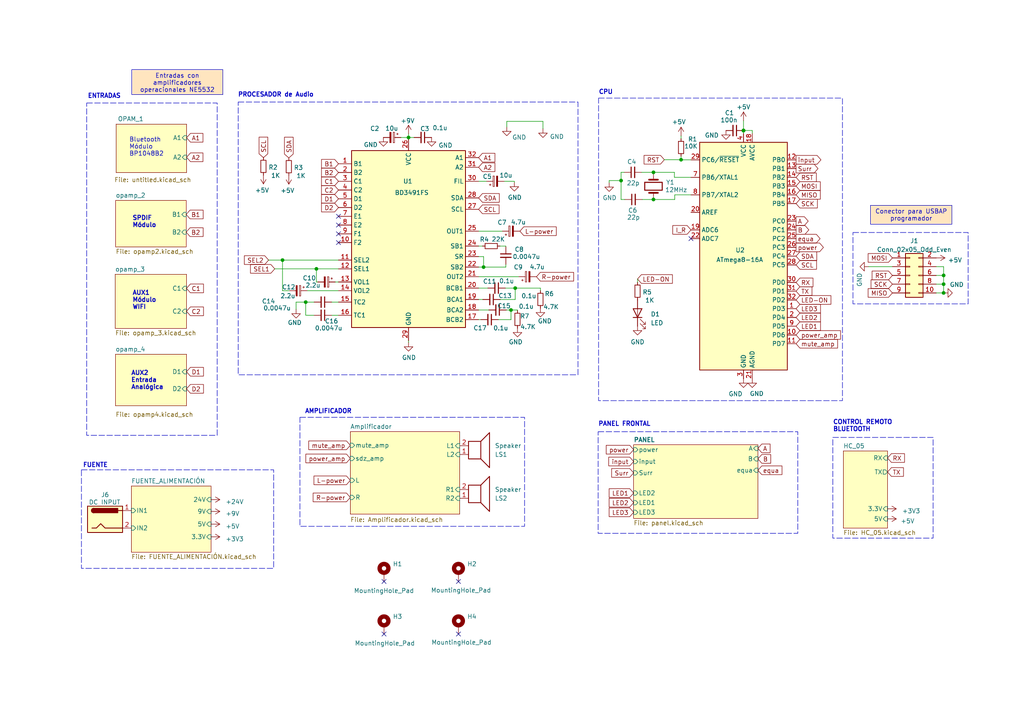
<source format=kicad_sch>
(kicad_sch (version 20230121) (generator eeschema)

  (uuid 96580a2e-a4fb-4ff6-8a8d-72f280088c24)

  (paper "A4")

  (title_block
    (title "CPU Audio Sytem ROHM BLUET")
    (date "2023-04-05")
    (rev "V.1")
    (company "RaVdio")
  )

  (lib_symbols
    (symbol "+5V_1" (power) (pin_names (offset 0)) (in_bom yes) (on_board yes)
      (property "Reference" "#PWR" (at 0 -3.81 0)
        (effects (font (size 1.27 1.27)) hide)
      )
      (property "Value" "+5V_1" (at 0 3.556 0)
        (effects (font (size 1.27 1.27)))
      )
      (property "Footprint" "" (at 0 0 0)
        (effects (font (size 1.27 1.27)) hide)
      )
      (property "Datasheet" "" (at 0 0 0)
        (effects (font (size 1.27 1.27)) hide)
      )
      (property "ki_keywords" "global power" (at 0 0 0)
        (effects (font (size 1.27 1.27)) hide)
      )
      (property "ki_description" "Power symbol creates a global label with name \"+5V\"" (at 0 0 0)
        (effects (font (size 1.27 1.27)) hide)
      )
      (symbol "+5V_1_0_1"
        (polyline
          (pts
            (xy -0.762 1.27)
            (xy 0 2.54)
          )
          (stroke (width 0) (type default))
          (fill (type none))
        )
        (polyline
          (pts
            (xy 0 0)
            (xy 0 2.54)
          )
          (stroke (width 0) (type default))
          (fill (type none))
        )
        (polyline
          (pts
            (xy 0 2.54)
            (xy 0.762 1.27)
          )
          (stroke (width 0) (type default))
          (fill (type none))
        )
      )
      (symbol "+5V_1_1_1"
        (pin power_in line (at 0 0 90) (length 0) hide
          (name "+5V" (effects (font (size 1.27 1.27))))
          (number "1" (effects (font (size 1.27 1.27))))
        )
      )
    )
    (symbol "+5V_2" (power) (pin_names (offset 0)) (in_bom yes) (on_board yes)
      (property "Reference" "#PWR" (at 0 -3.81 0)
        (effects (font (size 1.27 1.27)) hide)
      )
      (property "Value" "+5V_2" (at 0 3.556 0)
        (effects (font (size 1.27 1.27)))
      )
      (property "Footprint" "" (at 0 0 0)
        (effects (font (size 1.27 1.27)) hide)
      )
      (property "Datasheet" "" (at 0 0 0)
        (effects (font (size 1.27 1.27)) hide)
      )
      (property "ki_keywords" "global power" (at 0 0 0)
        (effects (font (size 1.27 1.27)) hide)
      )
      (property "ki_description" "Power symbol creates a global label with name \"+5V\"" (at 0 0 0)
        (effects (font (size 1.27 1.27)) hide)
      )
      (symbol "+5V_2_0_1"
        (polyline
          (pts
            (xy -0.762 1.27)
            (xy 0 2.54)
          )
          (stroke (width 0) (type default))
          (fill (type none))
        )
        (polyline
          (pts
            (xy 0 0)
            (xy 0 2.54)
          )
          (stroke (width 0) (type default))
          (fill (type none))
        )
        (polyline
          (pts
            (xy 0 2.54)
            (xy 0.762 1.27)
          )
          (stroke (width 0) (type default))
          (fill (type none))
        )
      )
      (symbol "+5V_2_1_1"
        (pin power_in line (at 0 0 90) (length 0) hide
          (name "+5V" (effects (font (size 1.27 1.27))))
          (number "1" (effects (font (size 1.27 1.27))))
        )
      )
    )
    (symbol "Connector:Barrel_Jack" (pin_names (offset 1.016)) (in_bom yes) (on_board yes)
      (property "Reference" "J" (at 0 5.334 0)
        (effects (font (size 1.27 1.27)))
      )
      (property "Value" "Barrel_Jack" (at 0 -5.08 0)
        (effects (font (size 1.27 1.27)))
      )
      (property "Footprint" "" (at 1.27 -1.016 0)
        (effects (font (size 1.27 1.27)) hide)
      )
      (property "Datasheet" "~" (at 1.27 -1.016 0)
        (effects (font (size 1.27 1.27)) hide)
      )
      (property "ki_keywords" "DC power barrel jack connector" (at 0 0 0)
        (effects (font (size 1.27 1.27)) hide)
      )
      (property "ki_description" "DC Barrel Jack" (at 0 0 0)
        (effects (font (size 1.27 1.27)) hide)
      )
      (property "ki_fp_filters" "BarrelJack*" (at 0 0 0)
        (effects (font (size 1.27 1.27)) hide)
      )
      (symbol "Barrel_Jack_0_1"
        (rectangle (start -5.08 3.81) (end 5.08 -3.81)
          (stroke (width 0.254) (type default))
          (fill (type background))
        )
        (arc (start -3.302 3.175) (mid -3.9343 2.54) (end -3.302 1.905)
          (stroke (width 0.254) (type default))
          (fill (type none))
        )
        (arc (start -3.302 3.175) (mid -3.9343 2.54) (end -3.302 1.905)
          (stroke (width 0.254) (type default))
          (fill (type outline))
        )
        (polyline
          (pts
            (xy 5.08 2.54)
            (xy 3.81 2.54)
          )
          (stroke (width 0.254) (type default))
          (fill (type none))
        )
        (polyline
          (pts
            (xy -3.81 -2.54)
            (xy -2.54 -2.54)
            (xy -1.27 -1.27)
            (xy 0 -2.54)
            (xy 2.54 -2.54)
            (xy 5.08 -2.54)
          )
          (stroke (width 0.254) (type default))
          (fill (type none))
        )
        (rectangle (start 3.683 3.175) (end -3.302 1.905)
          (stroke (width 0.254) (type default))
          (fill (type outline))
        )
      )
      (symbol "Barrel_Jack_1_1"
        (pin passive line (at 7.62 2.54 180) (length 2.54)
          (name "~" (effects (font (size 1.27 1.27))))
          (number "1" (effects (font (size 1.27 1.27))))
        )
        (pin passive line (at 7.62 -2.54 180) (length 2.54)
          (name "~" (effects (font (size 1.27 1.27))))
          (number "2" (effects (font (size 1.27 1.27))))
        )
      )
    )
    (symbol "Connector_Generic:Conn_02x05_Odd_Even" (pin_names (offset 1.016) hide) (in_bom yes) (on_board yes)
      (property "Reference" "J" (at 1.27 7.62 0)
        (effects (font (size 1.27 1.27)))
      )
      (property "Value" "Conn_02x05_Odd_Even" (at 1.27 -7.62 0)
        (effects (font (size 1.27 1.27)))
      )
      (property "Footprint" "" (at 0 0 0)
        (effects (font (size 1.27 1.27)) hide)
      )
      (property "Datasheet" "~" (at 0 0 0)
        (effects (font (size 1.27 1.27)) hide)
      )
      (property "ki_keywords" "connector" (at 0 0 0)
        (effects (font (size 1.27 1.27)) hide)
      )
      (property "ki_description" "Generic connector, double row, 02x05, odd/even pin numbering scheme (row 1 odd numbers, row 2 even numbers), script generated (kicad-library-utils/schlib/autogen/connector/)" (at 0 0 0)
        (effects (font (size 1.27 1.27)) hide)
      )
      (property "ki_fp_filters" "Connector*:*_2x??_*" (at 0 0 0)
        (effects (font (size 1.27 1.27)) hide)
      )
      (symbol "Conn_02x05_Odd_Even_1_1"
        (rectangle (start -1.27 -4.953) (end 0 -5.207)
          (stroke (width 0.1524) (type default))
          (fill (type none))
        )
        (rectangle (start -1.27 -2.413) (end 0 -2.667)
          (stroke (width 0.1524) (type default))
          (fill (type none))
        )
        (rectangle (start -1.27 0.127) (end 0 -0.127)
          (stroke (width 0.1524) (type default))
          (fill (type none))
        )
        (rectangle (start -1.27 2.667) (end 0 2.413)
          (stroke (width 0.1524) (type default))
          (fill (type none))
        )
        (rectangle (start -1.27 5.207) (end 0 4.953)
          (stroke (width 0.1524) (type default))
          (fill (type none))
        )
        (rectangle (start -1.27 6.35) (end 3.81 -6.35)
          (stroke (width 0.254) (type default))
          (fill (type background))
        )
        (rectangle (start 3.81 -4.953) (end 2.54 -5.207)
          (stroke (width 0.1524) (type default))
          (fill (type none))
        )
        (rectangle (start 3.81 -2.413) (end 2.54 -2.667)
          (stroke (width 0.1524) (type default))
          (fill (type none))
        )
        (rectangle (start 3.81 0.127) (end 2.54 -0.127)
          (stroke (width 0.1524) (type default))
          (fill (type none))
        )
        (rectangle (start 3.81 2.667) (end 2.54 2.413)
          (stroke (width 0.1524) (type default))
          (fill (type none))
        )
        (rectangle (start 3.81 5.207) (end 2.54 4.953)
          (stroke (width 0.1524) (type default))
          (fill (type none))
        )
        (pin passive line (at -5.08 5.08 0) (length 3.81)
          (name "Pin_1" (effects (font (size 1.27 1.27))))
          (number "1" (effects (font (size 1.27 1.27))))
        )
        (pin passive line (at 7.62 -5.08 180) (length 3.81)
          (name "Pin_10" (effects (font (size 1.27 1.27))))
          (number "10" (effects (font (size 1.27 1.27))))
        )
        (pin passive line (at 7.62 5.08 180) (length 3.81)
          (name "Pin_2" (effects (font (size 1.27 1.27))))
          (number "2" (effects (font (size 1.27 1.27))))
        )
        (pin passive line (at -5.08 2.54 0) (length 3.81)
          (name "Pin_3" (effects (font (size 1.27 1.27))))
          (number "3" (effects (font (size 1.27 1.27))))
        )
        (pin passive line (at 7.62 2.54 180) (length 3.81)
          (name "Pin_4" (effects (font (size 1.27 1.27))))
          (number "4" (effects (font (size 1.27 1.27))))
        )
        (pin passive line (at -5.08 0 0) (length 3.81)
          (name "Pin_5" (effects (font (size 1.27 1.27))))
          (number "5" (effects (font (size 1.27 1.27))))
        )
        (pin passive line (at 7.62 0 180) (length 3.81)
          (name "Pin_6" (effects (font (size 1.27 1.27))))
          (number "6" (effects (font (size 1.27 1.27))))
        )
        (pin passive line (at -5.08 -2.54 0) (length 3.81)
          (name "Pin_7" (effects (font (size 1.27 1.27))))
          (number "7" (effects (font (size 1.27 1.27))))
        )
        (pin passive line (at 7.62 -2.54 180) (length 3.81)
          (name "Pin_8" (effects (font (size 1.27 1.27))))
          (number "8" (effects (font (size 1.27 1.27))))
        )
        (pin passive line (at -5.08 -5.08 0) (length 3.81)
          (name "Pin_9" (effects (font (size 1.27 1.27))))
          (number "9" (effects (font (size 1.27 1.27))))
        )
      )
    )
    (symbol "Device:CP_Small" (pin_numbers hide) (pin_names (offset 0.254) hide) (in_bom yes) (on_board yes)
      (property "Reference" "C" (at 0.254 1.778 0)
        (effects (font (size 1.27 1.27)) (justify left))
      )
      (property "Value" "CP_Small" (at 0.254 -2.032 0)
        (effects (font (size 1.27 1.27)) (justify left))
      )
      (property "Footprint" "" (at 0 0 0)
        (effects (font (size 1.27 1.27)) hide)
      )
      (property "Datasheet" "~" (at 0 0 0)
        (effects (font (size 1.27 1.27)) hide)
      )
      (property "ki_keywords" "cap capacitor" (at 0 0 0)
        (effects (font (size 1.27 1.27)) hide)
      )
      (property "ki_description" "Polarized capacitor, small symbol" (at 0 0 0)
        (effects (font (size 1.27 1.27)) hide)
      )
      (property "ki_fp_filters" "CP_*" (at 0 0 0)
        (effects (font (size 1.27 1.27)) hide)
      )
      (symbol "CP_Small_0_1"
        (rectangle (start -1.524 -0.3048) (end 1.524 -0.6858)
          (stroke (width 0) (type default))
          (fill (type outline))
        )
        (rectangle (start -1.524 0.6858) (end 1.524 0.3048)
          (stroke (width 0) (type default))
          (fill (type none))
        )
        (polyline
          (pts
            (xy -1.27 1.524)
            (xy -0.762 1.524)
          )
          (stroke (width 0) (type default))
          (fill (type none))
        )
        (polyline
          (pts
            (xy -1.016 1.27)
            (xy -1.016 1.778)
          )
          (stroke (width 0) (type default))
          (fill (type none))
        )
      )
      (symbol "CP_Small_1_1"
        (pin passive line (at 0 2.54 270) (length 1.8542)
          (name "~" (effects (font (size 1.27 1.27))))
          (number "1" (effects (font (size 1.27 1.27))))
        )
        (pin passive line (at 0 -2.54 90) (length 1.8542)
          (name "~" (effects (font (size 1.27 1.27))))
          (number "2" (effects (font (size 1.27 1.27))))
        )
      )
    )
    (symbol "Device:C_Small" (pin_numbers hide) (pin_names (offset 0.254) hide) (in_bom yes) (on_board yes)
      (property "Reference" "C" (at 0.254 1.778 0)
        (effects (font (size 1.27 1.27)) (justify left))
      )
      (property "Value" "C_Small" (at 0.254 -2.032 0)
        (effects (font (size 1.27 1.27)) (justify left))
      )
      (property "Footprint" "" (at 0 0 0)
        (effects (font (size 1.27 1.27)) hide)
      )
      (property "Datasheet" "~" (at 0 0 0)
        (effects (font (size 1.27 1.27)) hide)
      )
      (property "ki_keywords" "capacitor cap" (at 0 0 0)
        (effects (font (size 1.27 1.27)) hide)
      )
      (property "ki_description" "Unpolarized capacitor, small symbol" (at 0 0 0)
        (effects (font (size 1.27 1.27)) hide)
      )
      (property "ki_fp_filters" "C_*" (at 0 0 0)
        (effects (font (size 1.27 1.27)) hide)
      )
      (symbol "C_Small_0_1"
        (polyline
          (pts
            (xy -1.524 -0.508)
            (xy 1.524 -0.508)
          )
          (stroke (width 0.3302) (type default))
          (fill (type none))
        )
        (polyline
          (pts
            (xy -1.524 0.508)
            (xy 1.524 0.508)
          )
          (stroke (width 0.3048) (type default))
          (fill (type none))
        )
      )
      (symbol "C_Small_1_1"
        (pin passive line (at 0 2.54 270) (length 2.032)
          (name "~" (effects (font (size 1.27 1.27))))
          (number "1" (effects (font (size 1.27 1.27))))
        )
        (pin passive line (at 0 -2.54 90) (length 2.032)
          (name "~" (effects (font (size 1.27 1.27))))
          (number "2" (effects (font (size 1.27 1.27))))
        )
      )
    )
    (symbol "Device:Crystal" (pin_numbers hide) (pin_names (offset 1.016) hide) (in_bom yes) (on_board yes)
      (property "Reference" "Y" (at 0 3.81 0)
        (effects (font (size 1.27 1.27)))
      )
      (property "Value" "Crystal" (at 0 -3.81 0)
        (effects (font (size 1.27 1.27)))
      )
      (property "Footprint" "" (at 0 0 0)
        (effects (font (size 1.27 1.27)) hide)
      )
      (property "Datasheet" "~" (at 0 0 0)
        (effects (font (size 1.27 1.27)) hide)
      )
      (property "ki_keywords" "quartz ceramic resonator oscillator" (at 0 0 0)
        (effects (font (size 1.27 1.27)) hide)
      )
      (property "ki_description" "Two pin crystal" (at 0 0 0)
        (effects (font (size 1.27 1.27)) hide)
      )
      (property "ki_fp_filters" "Crystal*" (at 0 0 0)
        (effects (font (size 1.27 1.27)) hide)
      )
      (symbol "Crystal_0_1"
        (rectangle (start -1.143 2.54) (end 1.143 -2.54)
          (stroke (width 0.3048) (type default))
          (fill (type none))
        )
        (polyline
          (pts
            (xy -2.54 0)
            (xy -1.905 0)
          )
          (stroke (width 0) (type default))
          (fill (type none))
        )
        (polyline
          (pts
            (xy -1.905 -1.27)
            (xy -1.905 1.27)
          )
          (stroke (width 0.508) (type default))
          (fill (type none))
        )
        (polyline
          (pts
            (xy 1.905 -1.27)
            (xy 1.905 1.27)
          )
          (stroke (width 0.508) (type default))
          (fill (type none))
        )
        (polyline
          (pts
            (xy 2.54 0)
            (xy 1.905 0)
          )
          (stroke (width 0) (type default))
          (fill (type none))
        )
      )
      (symbol "Crystal_1_1"
        (pin passive line (at -3.81 0 0) (length 1.27)
          (name "1" (effects (font (size 1.27 1.27))))
          (number "1" (effects (font (size 1.27 1.27))))
        )
        (pin passive line (at 3.81 0 180) (length 1.27)
          (name "2" (effects (font (size 1.27 1.27))))
          (number "2" (effects (font (size 1.27 1.27))))
        )
      )
    )
    (symbol "Device:LED" (pin_numbers hide) (pin_names (offset 1.016) hide) (in_bom yes) (on_board yes)
      (property "Reference" "D" (at 0 2.54 0)
        (effects (font (size 1.27 1.27)))
      )
      (property "Value" "LED" (at 0 -2.54 0)
        (effects (font (size 1.27 1.27)))
      )
      (property "Footprint" "" (at 0 0 0)
        (effects (font (size 1.27 1.27)) hide)
      )
      (property "Datasheet" "~" (at 0 0 0)
        (effects (font (size 1.27 1.27)) hide)
      )
      (property "ki_keywords" "LED diode" (at 0 0 0)
        (effects (font (size 1.27 1.27)) hide)
      )
      (property "ki_description" "Light emitting diode" (at 0 0 0)
        (effects (font (size 1.27 1.27)) hide)
      )
      (property "ki_fp_filters" "LED* LED_SMD:* LED_THT:*" (at 0 0 0)
        (effects (font (size 1.27 1.27)) hide)
      )
      (symbol "LED_0_1"
        (polyline
          (pts
            (xy -1.27 -1.27)
            (xy -1.27 1.27)
          )
          (stroke (width 0.254) (type default))
          (fill (type none))
        )
        (polyline
          (pts
            (xy -1.27 0)
            (xy 1.27 0)
          )
          (stroke (width 0) (type default))
          (fill (type none))
        )
        (polyline
          (pts
            (xy 1.27 -1.27)
            (xy 1.27 1.27)
            (xy -1.27 0)
            (xy 1.27 -1.27)
          )
          (stroke (width 0.254) (type default))
          (fill (type none))
        )
        (polyline
          (pts
            (xy -3.048 -0.762)
            (xy -4.572 -2.286)
            (xy -3.81 -2.286)
            (xy -4.572 -2.286)
            (xy -4.572 -1.524)
          )
          (stroke (width 0) (type default))
          (fill (type none))
        )
        (polyline
          (pts
            (xy -1.778 -0.762)
            (xy -3.302 -2.286)
            (xy -2.54 -2.286)
            (xy -3.302 -2.286)
            (xy -3.302 -1.524)
          )
          (stroke (width 0) (type default))
          (fill (type none))
        )
      )
      (symbol "LED_1_1"
        (pin passive line (at -3.81 0 0) (length 2.54)
          (name "K" (effects (font (size 1.27 1.27))))
          (number "1" (effects (font (size 1.27 1.27))))
        )
        (pin passive line (at 3.81 0 180) (length 2.54)
          (name "A" (effects (font (size 1.27 1.27))))
          (number "2" (effects (font (size 1.27 1.27))))
        )
      )
    )
    (symbol "Device:R_Small" (pin_numbers hide) (pin_names (offset 0.254) hide) (in_bom yes) (on_board yes)
      (property "Reference" "R" (at 0.762 0.508 0)
        (effects (font (size 1.27 1.27)) (justify left))
      )
      (property "Value" "R_Small" (at 0.762 -1.016 0)
        (effects (font (size 1.27 1.27)) (justify left))
      )
      (property "Footprint" "" (at 0 0 0)
        (effects (font (size 1.27 1.27)) hide)
      )
      (property "Datasheet" "~" (at 0 0 0)
        (effects (font (size 1.27 1.27)) hide)
      )
      (property "ki_keywords" "R resistor" (at 0 0 0)
        (effects (font (size 1.27 1.27)) hide)
      )
      (property "ki_description" "Resistor, small symbol" (at 0 0 0)
        (effects (font (size 1.27 1.27)) hide)
      )
      (property "ki_fp_filters" "R_*" (at 0 0 0)
        (effects (font (size 1.27 1.27)) hide)
      )
      (symbol "R_Small_0_1"
        (rectangle (start -0.762 1.778) (end 0.762 -1.778)
          (stroke (width 0.2032) (type default))
          (fill (type none))
        )
      )
      (symbol "R_Small_1_1"
        (pin passive line (at 0 2.54 270) (length 0.762)
          (name "~" (effects (font (size 1.27 1.27))))
          (number "1" (effects (font (size 1.27 1.27))))
        )
        (pin passive line (at 0 -2.54 90) (length 0.762)
          (name "~" (effects (font (size 1.27 1.27))))
          (number "2" (effects (font (size 1.27 1.27))))
        )
      )
    )
    (symbol "Device:Speaker" (pin_names (offset 0) hide) (in_bom yes) (on_board yes)
      (property "Reference" "LS" (at 1.27 5.715 0)
        (effects (font (size 1.27 1.27)) (justify right))
      )
      (property "Value" "Speaker" (at 1.27 3.81 0)
        (effects (font (size 1.27 1.27)) (justify right))
      )
      (property "Footprint" "" (at 0 -5.08 0)
        (effects (font (size 1.27 1.27)) hide)
      )
      (property "Datasheet" "~" (at -0.254 -1.27 0)
        (effects (font (size 1.27 1.27)) hide)
      )
      (property "ki_keywords" "speaker sound" (at 0 0 0)
        (effects (font (size 1.27 1.27)) hide)
      )
      (property "ki_description" "Speaker" (at 0 0 0)
        (effects (font (size 1.27 1.27)) hide)
      )
      (symbol "Speaker_0_0"
        (rectangle (start -2.54 1.27) (end 1.016 -3.81)
          (stroke (width 0.254) (type default))
          (fill (type none))
        )
        (polyline
          (pts
            (xy 1.016 1.27)
            (xy 3.556 3.81)
            (xy 3.556 -6.35)
            (xy 1.016 -3.81)
          )
          (stroke (width 0.254) (type default))
          (fill (type none))
        )
      )
      (symbol "Speaker_1_1"
        (pin input line (at -5.08 0 0) (length 2.54)
          (name "1" (effects (font (size 1.27 1.27))))
          (number "1" (effects (font (size 1.27 1.27))))
        )
        (pin input line (at -5.08 -2.54 0) (length 2.54)
          (name "2" (effects (font (size 1.27 1.27))))
          (number "2" (effects (font (size 1.27 1.27))))
        )
      )
    )
    (symbol "MCU_Microchip_ATmega:ATmega8-16A" (in_bom yes) (on_board yes)
      (property "Reference" "U" (at -12.7 34.29 0)
        (effects (font (size 1.27 1.27)) (justify left bottom))
      )
      (property "Value" "ATmega8-16A" (at 5.08 -34.29 0)
        (effects (font (size 1.27 1.27)) (justify left top))
      )
      (property "Footprint" "Package_QFP:TQFP-32_7x7mm_P0.8mm" (at 0 0 0)
        (effects (font (size 1.27 1.27) italic) hide)
      )
      (property "Datasheet" "http://ww1.microchip.com/downloads/en/DeviceDoc/atmel-2486-8-bit-avr-microcontroller-atmega8_l_datasheet.pdf" (at 0 0 0)
        (effects (font (size 1.27 1.27)) hide)
      )
      (property "ki_keywords" "AVR 8bit Microcontroller MegaAVR" (at 0 0 0)
        (effects (font (size 1.27 1.27)) hide)
      )
      (property "ki_description" "16MHz, 8kB Flash, 1kB SRAM, 512B EEPROM, TQFP-32" (at 0 0 0)
        (effects (font (size 1.27 1.27)) hide)
      )
      (property "ki_fp_filters" "TQFP*7x7mm*P0.8mm*" (at 0 0 0)
        (effects (font (size 1.27 1.27)) hide)
      )
      (symbol "ATmega8-16A_0_1"
        (rectangle (start -12.7 -33.02) (end 12.7 33.02)
          (stroke (width 0.254) (type default))
          (fill (type background))
        )
      )
      (symbol "ATmega8-16A_1_1"
        (pin bidirectional line (at 15.24 -15.24 180) (length 2.54)
          (name "PD3" (effects (font (size 1.27 1.27))))
          (number "1" (effects (font (size 1.27 1.27))))
        )
        (pin bidirectional line (at 15.24 -22.86 180) (length 2.54)
          (name "PD6" (effects (font (size 1.27 1.27))))
          (number "10" (effects (font (size 1.27 1.27))))
        )
        (pin bidirectional line (at 15.24 -25.4 180) (length 2.54)
          (name "PD7" (effects (font (size 1.27 1.27))))
          (number "11" (effects (font (size 1.27 1.27))))
        )
        (pin bidirectional line (at 15.24 27.94 180) (length 2.54)
          (name "PB0" (effects (font (size 1.27 1.27))))
          (number "12" (effects (font (size 1.27 1.27))))
        )
        (pin bidirectional line (at 15.24 25.4 180) (length 2.54)
          (name "PB1" (effects (font (size 1.27 1.27))))
          (number "13" (effects (font (size 1.27 1.27))))
        )
        (pin bidirectional line (at 15.24 22.86 180) (length 2.54)
          (name "PB2" (effects (font (size 1.27 1.27))))
          (number "14" (effects (font (size 1.27 1.27))))
        )
        (pin bidirectional line (at 15.24 20.32 180) (length 2.54)
          (name "PB3" (effects (font (size 1.27 1.27))))
          (number "15" (effects (font (size 1.27 1.27))))
        )
        (pin bidirectional line (at 15.24 17.78 180) (length 2.54)
          (name "PB4" (effects (font (size 1.27 1.27))))
          (number "16" (effects (font (size 1.27 1.27))))
        )
        (pin bidirectional line (at 15.24 15.24 180) (length 2.54)
          (name "PB5" (effects (font (size 1.27 1.27))))
          (number "17" (effects (font (size 1.27 1.27))))
        )
        (pin power_in line (at 2.54 35.56 270) (length 2.54)
          (name "AVCC" (effects (font (size 1.27 1.27))))
          (number "18" (effects (font (size 1.27 1.27))))
        )
        (pin input line (at -15.24 7.62 0) (length 2.54)
          (name "ADC6" (effects (font (size 1.27 1.27))))
          (number "19" (effects (font (size 1.27 1.27))))
        )
        (pin bidirectional line (at 15.24 -17.78 180) (length 2.54)
          (name "PD4" (effects (font (size 1.27 1.27))))
          (number "2" (effects (font (size 1.27 1.27))))
        )
        (pin passive line (at -15.24 12.7 0) (length 2.54)
          (name "AREF" (effects (font (size 1.27 1.27))))
          (number "20" (effects (font (size 1.27 1.27))))
        )
        (pin power_in line (at 2.54 -35.56 90) (length 2.54)
          (name "AGND" (effects (font (size 1.27 1.27))))
          (number "21" (effects (font (size 1.27 1.27))))
        )
        (pin input line (at -15.24 5.08 0) (length 2.54)
          (name "ADC7" (effects (font (size 1.27 1.27))))
          (number "22" (effects (font (size 1.27 1.27))))
        )
        (pin bidirectional line (at 15.24 10.16 180) (length 2.54)
          (name "PC0" (effects (font (size 1.27 1.27))))
          (number "23" (effects (font (size 1.27 1.27))))
        )
        (pin bidirectional line (at 15.24 7.62 180) (length 2.54)
          (name "PC1" (effects (font (size 1.27 1.27))))
          (number "24" (effects (font (size 1.27 1.27))))
        )
        (pin bidirectional line (at 15.24 5.08 180) (length 2.54)
          (name "PC2" (effects (font (size 1.27 1.27))))
          (number "25" (effects (font (size 1.27 1.27))))
        )
        (pin bidirectional line (at 15.24 2.54 180) (length 2.54)
          (name "PC3" (effects (font (size 1.27 1.27))))
          (number "26" (effects (font (size 1.27 1.27))))
        )
        (pin bidirectional line (at 15.24 0 180) (length 2.54)
          (name "PC4" (effects (font (size 1.27 1.27))))
          (number "27" (effects (font (size 1.27 1.27))))
        )
        (pin bidirectional line (at 15.24 -2.54 180) (length 2.54)
          (name "PC5" (effects (font (size 1.27 1.27))))
          (number "28" (effects (font (size 1.27 1.27))))
        )
        (pin bidirectional line (at -15.24 27.94 0) (length 2.54)
          (name "PC6/~{RESET}" (effects (font (size 1.27 1.27))))
          (number "29" (effects (font (size 1.27 1.27))))
        )
        (pin power_in line (at 0 -35.56 90) (length 2.54)
          (name "GND" (effects (font (size 1.27 1.27))))
          (number "3" (effects (font (size 1.27 1.27))))
        )
        (pin bidirectional line (at 15.24 -7.62 180) (length 2.54)
          (name "PD0" (effects (font (size 1.27 1.27))))
          (number "30" (effects (font (size 1.27 1.27))))
        )
        (pin bidirectional line (at 15.24 -10.16 180) (length 2.54)
          (name "PD1" (effects (font (size 1.27 1.27))))
          (number "31" (effects (font (size 1.27 1.27))))
        )
        (pin bidirectional line (at 15.24 -12.7 180) (length 2.54)
          (name "PD2" (effects (font (size 1.27 1.27))))
          (number "32" (effects (font (size 1.27 1.27))))
        )
        (pin power_in line (at 0 35.56 270) (length 2.54)
          (name "VCC" (effects (font (size 1.27 1.27))))
          (number "4" (effects (font (size 1.27 1.27))))
        )
        (pin passive line (at 0 -35.56 90) (length 2.54) hide
          (name "GND" (effects (font (size 1.27 1.27))))
          (number "5" (effects (font (size 1.27 1.27))))
        )
        (pin passive line (at 0 35.56 270) (length 2.54) hide
          (name "VCC" (effects (font (size 1.27 1.27))))
          (number "6" (effects (font (size 1.27 1.27))))
        )
        (pin bidirectional line (at -15.24 22.86 0) (length 2.54)
          (name "PB6/XTAL1" (effects (font (size 1.27 1.27))))
          (number "7" (effects (font (size 1.27 1.27))))
        )
        (pin bidirectional line (at -15.24 17.78 0) (length 2.54)
          (name "PB7/XTAL2" (effects (font (size 1.27 1.27))))
          (number "8" (effects (font (size 1.27 1.27))))
        )
        (pin bidirectional line (at 15.24 -20.32 180) (length 2.54)
          (name "PD5" (effects (font (size 1.27 1.27))))
          (number "9" (effects (font (size 1.27 1.27))))
        )
      )
    )
    (symbol "Mechanical:MountingHole_Pad" (pin_numbers hide) (pin_names (offset 1.016) hide) (in_bom yes) (on_board yes)
      (property "Reference" "H" (at 0 6.35 0)
        (effects (font (size 1.27 1.27)))
      )
      (property "Value" "MountingHole_Pad" (at 0 4.445 0)
        (effects (font (size 1.27 1.27)))
      )
      (property "Footprint" "" (at 0 0 0)
        (effects (font (size 1.27 1.27)) hide)
      )
      (property "Datasheet" "~" (at 0 0 0)
        (effects (font (size 1.27 1.27)) hide)
      )
      (property "ki_keywords" "mounting hole" (at 0 0 0)
        (effects (font (size 1.27 1.27)) hide)
      )
      (property "ki_description" "Mounting Hole with connection" (at 0 0 0)
        (effects (font (size 1.27 1.27)) hide)
      )
      (property "ki_fp_filters" "MountingHole*Pad*" (at 0 0 0)
        (effects (font (size 1.27 1.27)) hide)
      )
      (symbol "MountingHole_Pad_0_1"
        (circle (center 0 1.27) (radius 1.27)
          (stroke (width 1.27) (type default))
          (fill (type none))
        )
      )
      (symbol "MountingHole_Pad_1_1"
        (pin input line (at 0 -2.54 90) (length 2.54)
          (name "1" (effects (font (size 1.27 1.27))))
          (number "1" (effects (font (size 1.27 1.27))))
        )
      )
    )
    (symbol "New_Library_kicad7:BD3491FS" (in_bom yes) (on_board yes)
      (property "Reference" "IC" (at 0 0 0)
        (effects (font (size 1.27 1.27)))
      )
      (property "Value" "BD3491FS" (at -0.508 4.572 0)
        (effects (font (size 1.27 1.27)))
      )
      (property "Footprint" "" (at 0 0 0)
        (effects (font (size 1.27 1.27)) hide)
      )
      (property "Datasheet" "" (at 0 0 0)
        (effects (font (size 1.27 1.27)) hide)
      )
      (symbol "BD3491FS_0_1"
        (rectangle (start -16.51 15.494) (end 16.51 -35.814)
          (stroke (width 0.254) (type default))
          (fill (type background))
        )
      )
      (symbol "BD3491FS_1_1"
        (pin input line (at -20.32 11.684 0) (length 3.81)
          (name "B1" (effects (font (size 1.27 1.27))))
          (number "1" (effects (font (size 1.27 1.27))))
        )
        (pin input line (at -20.32 -11.176 0) (length 3.81)
          (name "F2" (effects (font (size 1.27 1.27))))
          (number "10" (effects (font (size 1.27 1.27))))
        )
        (pin input line (at -20.32 -16.256 0) (length 3.81)
          (name "SEL2" (effects (font (size 1.27 1.27))))
          (number "11" (effects (font (size 1.27 1.27))))
        )
        (pin input line (at -20.32 -18.796 0) (length 3.81)
          (name "SEL1" (effects (font (size 1.27 1.27))))
          (number "12" (effects (font (size 1.27 1.27))))
        )
        (pin input line (at -20.32 -22.606 0) (length 3.81)
          (name "VOL1" (effects (font (size 1.27 1.27))))
          (number "13" (effects (font (size 1.27 1.27))))
        )
        (pin input line (at -20.32 -25.146 0) (length 3.81)
          (name "VOL2" (effects (font (size 1.27 1.27))))
          (number "14" (effects (font (size 1.27 1.27))))
        )
        (pin input line (at -20.32 -28.448 0) (length 3.81)
          (name "TC2" (effects (font (size 1.27 1.27))))
          (number "15" (effects (font (size 1.27 1.27))))
        )
        (pin input line (at -20.32 -32.258 0) (length 3.81)
          (name "TC1" (effects (font (size 1.27 1.27))))
          (number "16" (effects (font (size 1.27 1.27))))
        )
        (pin output line (at 20.32 -33.528 180) (length 3.81)
          (name "BCB2" (effects (font (size 1.27 1.27))))
          (number "17" (effects (font (size 1.27 1.27))))
        )
        (pin output line (at 20.32 -30.734 180) (length 3.81)
          (name "BCA2" (effects (font (size 1.27 1.27))))
          (number "18" (effects (font (size 1.27 1.27))))
        )
        (pin output line (at 20.32 -27.686 180) (length 3.81)
          (name "BCA1" (effects (font (size 1.27 1.27))))
          (number "19" (effects (font (size 1.27 1.27))))
        )
        (pin input line (at -20.32 9.144 0) (length 3.81)
          (name "B2" (effects (font (size 1.27 1.27))))
          (number "2" (effects (font (size 1.27 1.27))))
        )
        (pin output line (at 20.32 -24.384 180) (length 3.81)
          (name "BCB1" (effects (font (size 1.27 1.27))))
          (number "20" (effects (font (size 1.27 1.27))))
        )
        (pin output line (at 20.32 -21.082 180) (length 3.81)
          (name "OUT2" (effects (font (size 1.27 1.27))))
          (number "21" (effects (font (size 1.27 1.27))))
        )
        (pin output line (at 20.32 -18.288 180) (length 3.81)
          (name "SB2" (effects (font (size 1.27 1.27))))
          (number "22" (effects (font (size 1.27 1.27))))
        )
        (pin output line (at 20.32 -15.24 180) (length 3.81)
          (name "SR" (effects (font (size 1.27 1.27))))
          (number "23" (effects (font (size 1.27 1.27))))
        )
        (pin input line (at 20.32 -12.192 180) (length 3.81)
          (name "SB1" (effects (font (size 1.27 1.27))))
          (number "24" (effects (font (size 1.27 1.27))))
        )
        (pin bidirectional line (at 20.32 -7.874 180) (length 3.81)
          (name "OUT1" (effects (font (size 1.27 1.27))))
          (number "25" (effects (font (size 1.27 1.27))))
        )
        (pin bidirectional line (at 0 19.304 270) (length 3.81)
          (name "VCC" (effects (font (size 1.27 1.27))))
          (number "26" (effects (font (size 1.27 1.27))))
        )
        (pin input line (at 20.32 -1.524 180) (length 3.81)
          (name "SCL" (effects (font (size 1.27 1.27))))
          (number "27" (effects (font (size 1.27 1.27))))
        )
        (pin input line (at 20.32 1.778 180) (length 3.81)
          (name "SDA" (effects (font (size 1.27 1.27))))
          (number "28" (effects (font (size 1.27 1.27))))
        )
        (pin input line (at 0 -39.624 90) (length 3.81)
          (name "GND" (effects (font (size 1.27 1.27))))
          (number "29" (effects (font (size 1.27 1.27))))
        )
        (pin input line (at -20.32 6.604 0) (length 3.81)
          (name "C1" (effects (font (size 1.27 1.27))))
          (number "3" (effects (font (size 1.27 1.27))))
        )
        (pin input line (at 20.32 6.604 180) (length 3.81)
          (name "FIL" (effects (font (size 1.27 1.27))))
          (number "30" (effects (font (size 1.27 1.27))))
        )
        (pin input line (at 20.32 10.668 180) (length 3.81)
          (name "A2" (effects (font (size 1.27 1.27))))
          (number "31" (effects (font (size 1.27 1.27))))
        )
        (pin input line (at 20.32 13.462 180) (length 3.81)
          (name "A1" (effects (font (size 1.27 1.27))))
          (number "32" (effects (font (size 1.27 1.27))))
        )
        (pin input line (at -20.32 4.064 0) (length 3.81)
          (name "C2" (effects (font (size 1.27 1.27))))
          (number "4" (effects (font (size 1.27 1.27))))
        )
        (pin input line (at -20.32 1.524 0) (length 3.81)
          (name "D1" (effects (font (size 1.27 1.27))))
          (number "5" (effects (font (size 1.27 1.27))))
        )
        (pin input line (at -20.32 -1.016 0) (length 3.81)
          (name "D2" (effects (font (size 1.27 1.27))))
          (number "6" (effects (font (size 1.27 1.27))))
        )
        (pin input line (at -20.32 -3.556 0) (length 3.81)
          (name "E1" (effects (font (size 1.27 1.27))))
          (number "7" (effects (font (size 1.27 1.27))))
        )
        (pin input line (at -20.32 -6.096 0) (length 3.81)
          (name "E2" (effects (font (size 1.27 1.27))))
          (number "8" (effects (font (size 1.27 1.27))))
        )
        (pin input line (at -20.32 -8.636 0) (length 3.81)
          (name "F1" (effects (font (size 1.27 1.27))))
          (number "9" (effects (font (size 1.27 1.27))))
        )
      )
    )
    (symbol "PCM_4ms_Power-symbol:+3.3V" (power) (pin_names (offset 0)) (in_bom yes) (on_board yes)
      (property "Reference" "#PWR" (at 0 -3.81 0)
        (effects (font (size 1.27 1.27)) hide)
      )
      (property "Value" "+3.3V" (at 0 3.556 0)
        (effects (font (size 1.27 1.27)))
      )
      (property "Footprint" "" (at 0 0 0)
        (effects (font (size 1.27 1.27)) hide)
      )
      (property "Datasheet" "" (at 0 0 0)
        (effects (font (size 1.27 1.27)) hide)
      )
      (symbol "+3.3V_0_1"
        (polyline
          (pts
            (xy -0.762 1.27)
            (xy 0 2.54)
          )
          (stroke (width 0) (type default))
          (fill (type none))
        )
        (polyline
          (pts
            (xy 0 0)
            (xy 0 2.54)
          )
          (stroke (width 0) (type default))
          (fill (type none))
        )
        (polyline
          (pts
            (xy 0 2.54)
            (xy 0.762 1.27)
          )
          (stroke (width 0) (type default))
          (fill (type none))
        )
      )
      (symbol "+3.3V_1_1"
        (pin power_in line (at 0 0 90) (length 0) hide
          (name "+3V3" (effects (font (size 1.27 1.27))))
          (number "1" (effects (font (size 1.27 1.27))))
        )
      )
    )
    (symbol "PCM_4ms_Power-symbol:+5V" (power) (pin_names (offset 0)) (in_bom yes) (on_board yes)
      (property "Reference" "#PWR" (at 0 -3.81 0)
        (effects (font (size 1.27 1.27)) hide)
      )
      (property "Value" "+5V" (at 0 3.556 0)
        (effects (font (size 1.27 1.27)))
      )
      (property "Footprint" "" (at 0 0 0)
        (effects (font (size 1.27 1.27)) hide)
      )
      (property "Datasheet" "" (at 0 0 0)
        (effects (font (size 1.27 1.27)) hide)
      )
      (symbol "+5V_0_1"
        (polyline
          (pts
            (xy -0.762 1.27)
            (xy 0 2.54)
          )
          (stroke (width 0) (type default))
          (fill (type none))
        )
        (polyline
          (pts
            (xy 0 0)
            (xy 0 2.54)
          )
          (stroke (width 0) (type default))
          (fill (type none))
        )
        (polyline
          (pts
            (xy 0 2.54)
            (xy 0.762 1.27)
          )
          (stroke (width 0) (type default))
          (fill (type none))
        )
      )
      (symbol "+5V_1_1"
        (pin power_in line (at 0 0 90) (length 0) hide
          (name "+5V" (effects (font (size 1.27 1.27))))
          (number "1" (effects (font (size 1.27 1.27))))
        )
      )
    )
    (symbol "PCM_4ms_Power-symbol:+9V" (power) (pin_names (offset 0)) (in_bom yes) (on_board yes)
      (property "Reference" "#PWR" (at 0 -3.81 0)
        (effects (font (size 1.27 1.27)) hide)
      )
      (property "Value" "+9V" (at 0 3.556 0)
        (effects (font (size 1.27 1.27)))
      )
      (property "Footprint" "" (at 0 0 0)
        (effects (font (size 1.27 1.27)) hide)
      )
      (property "Datasheet" "" (at 0 0 0)
        (effects (font (size 1.27 1.27)) hide)
      )
      (property "ki_keywords" "power-flag" (at 0 0 0)
        (effects (font (size 1.27 1.27)) hide)
      )
      (property "ki_description" "Power symbol creates a global label with name \"+9V\"" (at 0 0 0)
        (effects (font (size 1.27 1.27)) hide)
      )
      (symbol "+9V_0_1"
        (polyline
          (pts
            (xy -0.762 1.27)
            (xy 0 2.54)
          )
          (stroke (width 0) (type default))
          (fill (type none))
        )
        (polyline
          (pts
            (xy 0 0)
            (xy 0 2.54)
          )
          (stroke (width 0) (type default))
          (fill (type none))
        )
        (polyline
          (pts
            (xy 0 2.54)
            (xy 0.762 1.27)
          )
          (stroke (width 0) (type default))
          (fill (type none))
        )
      )
      (symbol "+9V_1_1"
        (pin power_in line (at 0 0 90) (length 0) hide
          (name "+9V" (effects (font (size 1.27 1.27))))
          (number "1" (effects (font (size 1.27 1.27))))
        )
      )
    )
    (symbol "power:+24V" (power) (pin_names (offset 0)) (in_bom yes) (on_board yes)
      (property "Reference" "#PWR" (at 0 -3.81 0)
        (effects (font (size 1.27 1.27)) hide)
      )
      (property "Value" "+24V" (at 0 3.556 0)
        (effects (font (size 1.27 1.27)))
      )
      (property "Footprint" "" (at 0 0 0)
        (effects (font (size 1.27 1.27)) hide)
      )
      (property "Datasheet" "" (at 0 0 0)
        (effects (font (size 1.27 1.27)) hide)
      )
      (property "ki_keywords" "global power" (at 0 0 0)
        (effects (font (size 1.27 1.27)) hide)
      )
      (property "ki_description" "Power symbol creates a global label with name \"+24V\"" (at 0 0 0)
        (effects (font (size 1.27 1.27)) hide)
      )
      (symbol "+24V_0_1"
        (polyline
          (pts
            (xy -0.762 1.27)
            (xy 0 2.54)
          )
          (stroke (width 0) (type default))
          (fill (type none))
        )
        (polyline
          (pts
            (xy 0 0)
            (xy 0 2.54)
          )
          (stroke (width 0) (type default))
          (fill (type none))
        )
        (polyline
          (pts
            (xy 0 2.54)
            (xy 0.762 1.27)
          )
          (stroke (width 0) (type default))
          (fill (type none))
        )
      )
      (symbol "+24V_1_1"
        (pin power_in line (at 0 0 90) (length 0) hide
          (name "+24V" (effects (font (size 1.27 1.27))))
          (number "1" (effects (font (size 1.27 1.27))))
        )
      )
    )
    (symbol "power:+5V" (power) (pin_names (offset 0)) (in_bom yes) (on_board yes)
      (property "Reference" "#PWR" (at 0 -3.81 0)
        (effects (font (size 1.27 1.27)) hide)
      )
      (property "Value" "+5V" (at 0 3.556 0)
        (effects (font (size 1.27 1.27)))
      )
      (property "Footprint" "" (at 0 0 0)
        (effects (font (size 1.27 1.27)) hide)
      )
      (property "Datasheet" "" (at 0 0 0)
        (effects (font (size 1.27 1.27)) hide)
      )
      (property "ki_keywords" "power-flag" (at 0 0 0)
        (effects (font (size 1.27 1.27)) hide)
      )
      (property "ki_description" "Power symbol creates a global label with name \"+5V\"" (at 0 0 0)
        (effects (font (size 1.27 1.27)) hide)
      )
      (symbol "+5V_0_1"
        (polyline
          (pts
            (xy -0.762 1.27)
            (xy 0 2.54)
          )
          (stroke (width 0) (type default))
          (fill (type none))
        )
        (polyline
          (pts
            (xy 0 0)
            (xy 0 2.54)
          )
          (stroke (width 0) (type default))
          (fill (type none))
        )
        (polyline
          (pts
            (xy 0 2.54)
            (xy 0.762 1.27)
          )
          (stroke (width 0) (type default))
          (fill (type none))
        )
      )
      (symbol "+5V_1_1"
        (pin power_in line (at 0 0 90) (length 0) hide
          (name "+5V" (effects (font (size 1.27 1.27))))
          (number "1" (effects (font (size 1.27 1.27))))
        )
      )
    )
    (symbol "power:+9V" (power) (pin_names (offset 0)) (in_bom yes) (on_board yes)
      (property "Reference" "#PWR" (at 0 -3.81 0)
        (effects (font (size 1.27 1.27)) hide)
      )
      (property "Value" "+9V" (at 0 3.556 0)
        (effects (font (size 1.27 1.27)))
      )
      (property "Footprint" "" (at 0 0 0)
        (effects (font (size 1.27 1.27)) hide)
      )
      (property "Datasheet" "" (at 0 0 0)
        (effects (font (size 1.27 1.27)) hide)
      )
      (property "ki_keywords" "power-flag" (at 0 0 0)
        (effects (font (size 1.27 1.27)) hide)
      )
      (property "ki_description" "Power symbol creates a global label with name \"+9V\"" (at 0 0 0)
        (effects (font (size 1.27 1.27)) hide)
      )
      (symbol "+9V_0_1"
        (polyline
          (pts
            (xy -0.762 1.27)
            (xy 0 2.54)
          )
          (stroke (width 0) (type default))
          (fill (type none))
        )
        (polyline
          (pts
            (xy 0 0)
            (xy 0 2.54)
          )
          (stroke (width 0) (type default))
          (fill (type none))
        )
        (polyline
          (pts
            (xy 0 2.54)
            (xy 0.762 1.27)
          )
          (stroke (width 0) (type default))
          (fill (type none))
        )
      )
      (symbol "+9V_1_1"
        (pin power_in line (at 0 0 90) (length 0) hide
          (name "+9V" (effects (font (size 1.27 1.27))))
          (number "1" (effects (font (size 1.27 1.27))))
        )
      )
    )
    (symbol "power:GND" (power) (pin_names (offset 0)) (in_bom yes) (on_board yes)
      (property "Reference" "#PWR" (at 0 -6.35 0)
        (effects (font (size 1.27 1.27)) hide)
      )
      (property "Value" "GND" (at 0 -3.81 0)
        (effects (font (size 1.27 1.27)))
      )
      (property "Footprint" "" (at 0 0 0)
        (effects (font (size 1.27 1.27)) hide)
      )
      (property "Datasheet" "" (at 0 0 0)
        (effects (font (size 1.27 1.27)) hide)
      )
      (property "ki_keywords" "power-flag" (at 0 0 0)
        (effects (font (size 1.27 1.27)) hide)
      )
      (property "ki_description" "Power symbol creates a global label with name \"GND\" , ground" (at 0 0 0)
        (effects (font (size 1.27 1.27)) hide)
      )
      (symbol "GND_0_1"
        (polyline
          (pts
            (xy 0 0)
            (xy 0 -1.27)
            (xy 1.27 -1.27)
            (xy 0 -2.54)
            (xy -1.27 -1.27)
            (xy 0 -1.27)
          )
          (stroke (width 0) (type default))
          (fill (type none))
        )
      )
      (symbol "GND_1_1"
        (pin power_in line (at 0 0 270) (length 0) hide
          (name "GND" (effects (font (size 1.27 1.27))))
          (number "1" (effects (font (size 1.27 1.27))))
        )
      )
    )
  )

  (junction (at 91.7702 77.978) (diameter 0) (color 0 0 0 0)
    (uuid 070d6425-7d85-4d1b-853b-bf193ff7e0df)
  )
  (junction (at 118.491 39.878) (diameter 0) (color 0 0 0 0)
    (uuid 124d59ff-d10a-482e-8462-f3e3a738ec92)
  )
  (junction (at 180.1368 52.3748) (diameter 0) (color 0 0 0 0)
    (uuid 1f810161-2b24-40d9-b30e-c0410dfc2d72)
  )
  (junction (at 273.685 79.883) (diameter 0) (color 0 0 0 0)
    (uuid 1ffbbc87-b551-4310-bd20-33f318da4408)
  )
  (junction (at 189.5348 57.8612) (diameter 0) (color 0 0 0 0)
    (uuid 6243292d-6ef0-4016-a573-0ccc54c3efac)
  )
  (junction (at 273.685 84.963) (diameter 0) (color 0 0 0 0)
    (uuid 6ed0986c-bf86-45db-b3a2-b33800f5e3c4)
  )
  (junction (at 215.646 37.846) (diameter 0) (color 0 0 0 0)
    (uuid 767df18f-fca9-496b-993d-c253f80dbdbd)
  )
  (junction (at 81.9404 75.438) (diameter 0) (color 0 0 0 0)
    (uuid 775bfa12-a0ba-456b-a5c4-283d8bdbbc70)
  )
  (junction (at 148.209 89.916) (diameter 0) (color 0 0 0 0)
    (uuid 85b7e957-1f44-416a-9f82-9d3afd871aaf)
  )
  (junction (at 88.6714 87.63) (diameter 0) (color 0 0 0 0)
    (uuid aee4ee2d-860b-4c75-af02-6625be57b7d8)
  )
  (junction (at 140.2588 77.47) (diameter 0) (color 0 0 0 0)
    (uuid b2fa72d0-cc51-44f5-b1f3-868790309845)
  )
  (junction (at 273.685 82.423) (diameter 0) (color 0 0 0 0)
    (uuid b956b85a-8640-490f-99e6-ab0304b0d0d6)
  )
  (junction (at 197.5358 46.3296) (diameter 0) (color 0 0 0 0)
    (uuid c59a7727-084d-4ee1-a7eb-902ed55463fe)
  )
  (junction (at 149.4282 83.566) (diameter 0) (color 0 0 0 0)
    (uuid e59a57b1-7b94-43eb-80cd-b9bfebc0d8c7)
  )
  (junction (at 189.5348 49.9872) (diameter 0) (color 0 0 0 0)
    (uuid f26629fc-3a37-4eb0-9f1f-577ff6f5d13a)
  )
  (junction (at 215.646 37.8714) (diameter 0) (color 0 0 0 0)
    (uuid f58f02d4-ee2c-4b79-ad9b-dc2cdc228ed2)
  )

  (no_connect (at 98.171 62.738) (uuid 15adc7c4-bfa4-4573-a8ad-1e4d2aeb2fed))
  (no_connect (at 98.171 65.278) (uuid 23975daf-41ad-4afa-9690-6003c4464c9f))
  (no_connect (at 200.406 69.215) (uuid 360c13da-9c9f-4f09-bbce-a72d4b27ab2f))
  (no_connect (at 98.171 67.818) (uuid 36aff906-f98e-4ecd-9016-18b34b5459ab))
  (no_connect (at 132.969 168.656) (uuid 4f6d2c9f-18ac-400e-be6f-062a91dd80b5))
  (no_connect (at 111.379 168.656) (uuid 62a994d3-10e4-46cf-9660-58e75c410e61))
  (no_connect (at 98.171 70.358) (uuid 77c72d2e-9357-4a73-86d3-0117387343c0))
  (no_connect (at 132.969 183.896) (uuid a0b06f16-c6bc-4882-8dd9-ee2ffe8f2973))
  (no_connect (at 111.379 183.896) (uuid c0da9266-e459-4824-bbaa-ecb0a532e0c7))

  (wire (pts (xy 138.811 92.71) (xy 139.4714 92.71))
    (stroke (width 0) (type default))
    (uuid 02e972ec-badc-4c2e-b096-976762871ffc)
  )
  (wire (pts (xy 118.491 39.878) (xy 120.0912 39.878))
    (stroke (width 0) (type solid))
    (uuid 0455b3e9-e533-4be6-8a57-9b3d17539655)
  )
  (wire (pts (xy 89.0778 84.328) (xy 98.171 84.328))
    (stroke (width 0) (type default))
    (uuid 0850b9ee-253c-4eb0-bd54-29cd53812977)
  )
  (wire (pts (xy 215.646 38.735) (xy 215.646 37.8714))
    (stroke (width 0) (type default))
    (uuid 0da784d8-3408-46cb-9bdb-609d3f08bd05)
  )
  (wire (pts (xy 97.2312 81.788) (xy 98.171 81.788))
    (stroke (width 0) (type default))
    (uuid 0f9e0253-8f19-4e0d-94bc-0e783d1602ec)
  )
  (wire (pts (xy 180.1368 52.3748) (xy 180.1368 57.8612))
    (stroke (width 0) (type default))
    (uuid 148174d4-76b4-4b53-9410-9ce2ba9ec980)
  )
  (wire (pts (xy 138.811 77.47) (xy 140.2588 77.47))
    (stroke (width 0) (type default))
    (uuid 15e5b058-b349-40d3-ac96-b2a0c7cfa46f)
  )
  (wire (pts (xy 200.406 56.515) (xy 195.707 56.515))
    (stroke (width 0) (type default))
    (uuid 1c7e5978-bee3-44f2-b3b2-f7d856fc493e)
  )
  (wire (pts (xy 200.406 51.435) (xy 195.6054 51.435))
    (stroke (width 0) (type default))
    (uuid 1f24ce18-6bde-499c-bbf1-e842cea12dc6)
  )
  (wire (pts (xy 271.526 82.423) (xy 273.685 82.423))
    (stroke (width 0) (type default))
    (uuid 259ebbb5-e074-461a-9f80-abe4342e4dab)
  )
  (wire (pts (xy 85.8774 87.63) (xy 88.6714 87.63))
    (stroke (width 0) (type default))
    (uuid 2c5b9450-46a1-493d-afc1-c8e561e35b1a)
  )
  (wire (pts (xy 146.7104 76.6826) (xy 146.7104 77.47))
    (stroke (width 0) (type default))
    (uuid 31188053-925e-41f7-b84e-a37ed304e32e)
  )
  (wire (pts (xy 146.9898 35.2044) (xy 157.48 35.2044))
    (stroke (width 0) (type default))
    (uuid 314f4ba9-85df-4dba-9c67-0557b39ab2a9)
  )
  (wire (pts (xy 215.646 37.846) (xy 215.646 37.8714))
    (stroke (width 0) (type default))
    (uuid 36e7bfd1-5b72-4cec-a568-a3e3eaa6aa38)
  )
  (wire (pts (xy 138.811 86.868) (xy 140.0302 86.868))
    (stroke (width 0) (type default))
    (uuid 377b1781-067b-4d0a-b0ce-cbc872cbcae4)
  )
  (wire (pts (xy 91.7702 81.788) (xy 92.1512 81.788))
    (stroke (width 0) (type default))
    (uuid 3b385ac9-d56a-4a32-8970-3b181e211fc8)
  )
  (wire (pts (xy 91.1098 91.44) (xy 88.6714 91.44))
    (stroke (width 0) (type default))
    (uuid 4060c9c5-9b9a-4728-a6a5-570ef770b868)
  )
  (wire (pts (xy 271.526 79.883) (xy 273.685 79.883))
    (stroke (width 0) (type default))
    (uuid 423ed2ed-5760-440a-bc30-dba9b8f6da65)
  )
  (wire (pts (xy 197.5358 46.3296) (xy 197.5358 46.355))
    (stroke (width 0) (type default))
    (uuid 44c742f3-4cad-4f55-8464-6e7f8dd6a490)
  )
  (wire (pts (xy 180.1368 57.8612) (xy 181.2036 57.8612))
    (stroke (width 0) (type default))
    (uuid 462bc0d6-0448-499e-a8a6-e0db665165bd)
  )
  (wire (pts (xy 197.5358 39.4208) (xy 197.5358 40.2336))
    (stroke (width 0) (type default))
    (uuid 46d8a5c0-b6a8-4933-a242-e391f42ef016)
  )
  (wire (pts (xy 271.526 77.343) (xy 273.685 77.343))
    (stroke (width 0) (type default))
    (uuid 474a40f9-e8cb-4229-b35f-2507fd36afbe)
  )
  (wire (pts (xy 145.1102 86.868) (xy 149.4282 86.868))
    (stroke (width 0) (type default))
    (uuid 5330ed65-12a5-4eaa-a46c-dc52c191de9d)
  )
  (wire (pts (xy 88.6714 91.44) (xy 88.6714 87.63))
    (stroke (width 0) (type default))
    (uuid 550a8514-5aa5-4a14-8a2b-9c0175e83a5b)
  )
  (wire (pts (xy 180.1368 49.9872) (xy 180.1368 52.3748))
    (stroke (width 0) (type default))
    (uuid 5605b15c-45d6-4c2f-aff0-0f2e2e64af39)
  )
  (wire (pts (xy 186.2836 57.8612) (xy 189.5348 57.8612))
    (stroke (width 0) (type default))
    (uuid 56ed5bad-3138-4ec3-bf48-e9a99b280bd7)
  )
  (wire (pts (xy 146.9898 36.83) (xy 146.9898 35.2044))
    (stroke (width 0) (type default))
    (uuid 5aca73cc-0b5b-421e-a34a-08b8bf6c7717)
  )
  (wire (pts (xy 148.209 92.71) (xy 148.209 89.916))
    (stroke (width 0) (type default))
    (uuid 5c657070-1629-471e-a358-9fe7d0c9734e)
  )
  (wire (pts (xy 149.1742 52.578) (xy 149.1742 52.8828))
    (stroke (width 0) (type default))
    (uuid 5c6c670c-f265-4421-b957-33e0ae0ae601)
  )
  (wire (pts (xy 98.171 77.978) (xy 91.7702 77.978))
    (stroke (width 0) (type default))
    (uuid 5f5f78d4-fca2-4e8a-a475-7f3cf65805dd)
  )
  (wire (pts (xy 88.6714 87.63) (xy 91.1098 87.63))
    (stroke (width 0) (type default))
    (uuid 678ca481-bdb6-43e0-ac04-7440476ded42)
  )
  (wire (pts (xy 150.0886 89.916) (xy 148.209 89.916))
    (stroke (width 0) (type default))
    (uuid 68ce7545-577d-4098-87bb-a8e0ef07f69b)
  )
  (wire (pts (xy 273.685 79.883) (xy 273.685 82.423))
    (stroke (width 0) (type default))
    (uuid 72312a0e-a0b5-44ec-8d57-ec766ebd2347)
  )
  (wire (pts (xy 145.0086 71.374) (xy 146.7104 71.374))
    (stroke (width 0) (type default))
    (uuid 72e425bc-8d09-40f2-93c1-2ffdac09dbe8)
  )
  (wire (pts (xy 195.6054 49.9872) (xy 189.5348 49.9872))
    (stroke (width 0) (type default))
    (uuid 78919092-21ed-4022-949c-171bb05690d7)
  )
  (wire (pts (xy 200.406 46.355) (xy 197.5358 46.355))
    (stroke (width 0) (type default))
    (uuid 7ac307b6-54bc-4354-9c77-e306b783bfd6)
  )
  (wire (pts (xy 140.2588 77.47) (xy 146.7104 77.47))
    (stroke (width 0) (type default))
    (uuid 7e95dd34-25ec-489a-af40-0659547cc1f5)
  )
  (wire (pts (xy 138.811 71.374) (xy 139.9286 71.374))
    (stroke (width 0) (type default))
    (uuid 82108bc5-6645-4b0f-a70c-cddd3fc2b0b1)
  )
  (wire (pts (xy 181.0258 49.9872) (xy 180.1368 49.9872))
    (stroke (width 0) (type default))
    (uuid 84244809-2403-42c1-9f08-e1e3e23d3fbe)
  )
  (wire (pts (xy 189.5348 49.9872) (xy 189.5348 50.2158))
    (stroke (width 0) (type default))
    (uuid 8734f304-fad6-4dad-bec4-2988324cd52a)
  )
  (wire (pts (xy 157.48 35.2044) (xy 157.48 37.338))
    (stroke (width 0) (type default))
    (uuid 8ce14a90-d9a6-41c9-a14d-b0ea486725de)
  )
  (wire (pts (xy 91.7702 77.978) (xy 91.7702 81.788))
    (stroke (width 0) (type default))
    (uuid 8ef1fbb8-6cad-4550-999e-e0b2d73849f9)
  )
  (wire (pts (xy 96.1898 87.63) (xy 98.171 87.63))
    (stroke (width 0) (type default))
    (uuid 9110c677-6d36-453a-8656-e3f0dc524289)
  )
  (wire (pts (xy 156.7434 84.3026) (xy 156.7434 83.566))
    (stroke (width 0) (type default))
    (uuid 964fbc2e-158b-42d7-aab0-989dc2e4f736)
  )
  (wire (pts (xy 195.707 56.515) (xy 195.707 57.8612))
    (stroke (width 0) (type default))
    (uuid 98c6ef23-38a8-467e-9d82-bbe8cbbda805)
  )
  (wire (pts (xy 83.9978 84.328) (xy 81.9404 84.328))
    (stroke (width 0) (type default))
    (uuid 9964c4a0-cee4-4506-9779-7f75f185bf64)
  )
  (wire (pts (xy 138.811 89.916) (xy 141.7828 89.916))
    (stroke (width 0) (type default))
    (uuid a04089f2-4f51-46ce-a257-0591745f1b1f)
  )
  (wire (pts (xy 251.968 77.343) (xy 258.826 77.343))
    (stroke (width 0) (type default))
    (uuid a1a43962-892b-4d10-8d58-9b2891da2ba9)
  )
  (wire (pts (xy 85.8774 89.7128) (xy 85.8774 87.63))
    (stroke (width 0) (type default))
    (uuid a5e70fd8-f248-4805-ac06-15a3d457482b)
  )
  (wire (pts (xy 138.811 67.056) (xy 145.7198 67.056))
    (stroke (width 0) (type default))
    (uuid a7c232a9-9c7a-4b62-8c3f-17488ae558fd)
  )
  (wire (pts (xy 146.7104 71.374) (xy 146.7104 71.6026))
    (stroke (width 0) (type default))
    (uuid a9e094dd-e2f4-4a69-baeb-d7cea63f5b3c)
  )
  (wire (pts (xy 149.4282 83.566) (xy 149.4282 86.868))
    (stroke (width 0) (type default))
    (uuid abb83a4f-e3e5-4605-90ea-0050b5336f5a)
  )
  (wire (pts (xy 273.685 77.343) (xy 273.685 79.883))
    (stroke (width 0) (type default))
    (uuid aec7fb4f-34c9-40d4-a887-0fad21c170bf)
  )
  (wire (pts (xy 149.4282 83.566) (xy 156.7434 83.566))
    (stroke (width 0) (type default))
    (uuid b11eaac3-cd7c-4809-9ce5-a02f3164138d)
  )
  (wire (pts (xy 77.9018 75.438) (xy 81.9404 75.438))
    (stroke (width 0) (type default))
    (uuid b17dd14b-a925-4626-9a15-9435d8862e0a)
  )
  (wire (pts (xy 138.811 52.578) (xy 141.1478 52.578))
    (stroke (width 0) (type default))
    (uuid b32e8e5a-c2f3-4f94-863b-024d8b380b8a)
  )
  (wire (pts (xy 146.2278 52.578) (xy 149.1742 52.578))
    (stroke (width 0) (type default))
    (uuid b33a7a4c-5785-4e34-8156-c8a08f79611b)
  )
  (wire (pts (xy 192.6844 46.3296) (xy 197.5358 46.3296))
    (stroke (width 0) (type default))
    (uuid b5e4cd2a-b746-4216-8670-52bdb8caa3a3)
  )
  (wire (pts (xy 271.526 84.963) (xy 273.685 84.963))
    (stroke (width 0) (type default))
    (uuid bb8881fe-7361-4e6c-86fa-dcc795386ca8)
  )
  (wire (pts (xy 144.5514 92.71) (xy 148.209 92.71))
    (stroke (width 0) (type default))
    (uuid bca5a6a3-dfa2-4ca7-a3c6-5407f37df8fe)
  )
  (wire (pts (xy 215.646 35.0266) (xy 215.646 37.846))
    (stroke (width 0) (type default))
    (uuid bf077047-f546-4196-85f7-85653992088d)
  )
  (wire (pts (xy 81.9404 75.438) (xy 81.9404 84.328))
    (stroke (width 0) (type default))
    (uuid c5381d4b-1337-4528-83ba-b8f83ebff50d)
  )
  (wire (pts (xy 148.209 89.916) (xy 146.8628 89.916))
    (stroke (width 0) (type default))
    (uuid ca992ef9-69de-4fc8-adff-43c7c88fdb69)
  )
  (wire (pts (xy 150.0886 90.0938) (xy 150.0886 89.916))
    (stroke (width 0) (type default))
    (uuid cc10e577-7a99-469d-8e38-6ba9b8f11437)
  )
  (wire (pts (xy 195.707 57.8612) (xy 189.5348 57.8612))
    (stroke (width 0) (type default))
    (uuid ccf0f835-7ad3-47c2-8270-e7febe631fb7)
  )
  (wire (pts (xy 118.491 38.862) (xy 118.491 39.878))
    (stroke (width 0) (type default))
    (uuid cdf74939-9b52-45f6-8bdc-21429cb2a784)
  )
  (wire (pts (xy 273.685 82.423) (xy 273.685 84.963))
    (stroke (width 0) (type default))
    (uuid cf355af2-cfa9-4398-b9cb-5e8bcda30c71)
  )
  (wire (pts (xy 215.646 37.846) (xy 218.186 37.846))
    (stroke (width 0) (type default))
    (uuid d0890b29-bf1d-41da-a627-714666d107b9)
  )
  (wire (pts (xy 116.2812 39.878) (xy 118.491 39.878))
    (stroke (width 0) (type solid))
    (uuid d41e8e14-d652-4d95-8ec8-5f5b2713358c)
  )
  (wire (pts (xy 81.9404 75.438) (xy 98.171 75.438))
    (stroke (width 0) (type default))
    (uuid d4243b29-09da-4e93-9624-43b6e0bbea39)
  )
  (wire (pts (xy 140.2588 74.422) (xy 138.811 74.422))
    (stroke (width 0) (type default))
    (uuid dc65f0ea-c2fe-4177-b9f0-8a379052b4b1)
  )
  (wire (pts (xy 96.1898 91.44) (xy 98.171 91.44))
    (stroke (width 0) (type default))
    (uuid e02798f8-dc7f-44a8-b59e-29664bc60e41)
  )
  (wire (pts (xy 140.2588 74.422) (xy 140.2588 77.47))
    (stroke (width 0) (type default))
    (uuid e2f27be6-96e9-4bec-9e61-452bfb029344)
  )
  (wire (pts (xy 138.811 80.264) (xy 150.5204 80.264))
    (stroke (width 0) (type default))
    (uuid e3653257-dad8-4bb1-907a-5049b33ac27c)
  )
  (wire (pts (xy 118.491 98.806) (xy 118.491 99.314))
    (stroke (width 0) (type default))
    (uuid e74550b1-ad1d-4e55-9e96-f63e8bebb5f8)
  )
  (wire (pts (xy 138.811 83.566) (xy 141.5034 83.566))
    (stroke (width 0) (type default))
    (uuid e9d439e5-f1a9-4b16-aa5c-5db7f887db39)
  )
  (wire (pts (xy 189.5348 57.8612) (xy 189.5348 57.8358))
    (stroke (width 0) (type default))
    (uuid ea2d6b1a-5989-4a95-b9c4-bb38a7ddbe8f)
  )
  (wire (pts (xy 218.186 37.846) (xy 218.186 38.735))
    (stroke (width 0) (type default))
    (uuid ea52b8f7-bbf8-414c-92b2-13dfa66d8158)
  )
  (wire (pts (xy 195.6054 51.435) (xy 195.6054 49.9872))
    (stroke (width 0) (type default))
    (uuid ebafa3ec-c45f-4bc1-ae45-adf9d9566469)
  )
  (wire (pts (xy 184.912 80.9244) (xy 184.912 81.915))
    (stroke (width 0) (type default))
    (uuid ebc344b2-77ac-41db-99ea-078f18430ab6)
  )
  (wire (pts (xy 176.6824 52.9844) (xy 176.6824 52.3748))
    (stroke (width 0) (type default))
    (uuid ec2e1354-d77a-4131-9cf2-c9622c85138e)
  )
  (wire (pts (xy 146.5834 83.566) (xy 149.4282 83.566))
    (stroke (width 0) (type default))
    (uuid f0106f64-229d-4a47-a45d-04bd5b26fe4c)
  )
  (wire (pts (xy 197.5358 45.3136) (xy 197.5358 46.3296))
    (stroke (width 0) (type default))
    (uuid f8a6b6c8-a65f-4bf5-b668-47f378ed1793)
  )
  (wire (pts (xy 79.6798 77.978) (xy 91.7702 77.978))
    (stroke (width 0) (type default))
    (uuid fa171b2c-dc19-439e-a158-9366b8d96278)
  )
  (wire (pts (xy 186.1058 49.9872) (xy 189.5348 49.9872))
    (stroke (width 0) (type default))
    (uuid fc95598b-c662-4052-9532-ab480c75f2ba)
  )
  (wire (pts (xy 176.6824 52.3748) (xy 180.1368 52.3748))
    (stroke (width 0) (type default))
    (uuid ff11b9bd-1eb2-43ec-8c56-6a0018a27a5c)
  )

  (rectangle (start 173.482 125.222) (end 231.394 154.686)
    (stroke (width 0) (type dash))
    (fill (type none))
    (uuid 3060b198-c21c-4397-a85b-e01aff2d7083)
  )
  (rectangle (start 69.088 29.591) (end 167.64 108.712)
    (stroke (width 0) (type dash))
    (fill (type none))
    (uuid 557c9778-da7b-4576-80e9-9885eb048d2a)
  )
  (rectangle (start 25.146 29.8704) (end 62.992 126.2634)
    (stroke (width 0) (type dash))
    (fill (type none))
    (uuid 559f3d86-d175-47e8-a3f2-5c4c845aeac5)
  )
  (rectangle (start 86.995 121.031) (end 152.146 152.654)
    (stroke (width 0) (type dash))
    (fill (type none))
    (uuid 6cdf7e08-15bf-4001-ba8a-0d8534a7bb4b)
  )
  (rectangle (start 241.554 126.873) (end 270.637 156.083)
    (stroke (width 0) (type dash))
    (fill (type none))
    (uuid 93521e0f-cc10-45f4-a67e-5dfb3817a8b1)
  )
  (rectangle (start 173.609 28.448) (end 244.348 116.205)
    (stroke (width 0) (type dash))
    (fill (type none))
    (uuid b1f27dc1-7067-46db-bd7d-0c7b5893432d)
  )
  (rectangle (start 23.622 136.271) (end 79.375 164.846)
    (stroke (width 0) (type dash))
    (fill (type none))
    (uuid f12a1e14-7c38-4f33-bc50-ece6bd17915e)
  )
  (rectangle (start 247.396 67.437) (end 280.797 88.138)
    (stroke (width 0) (type dash))
    (fill (type none))
    (uuid fe397324-8228-4891-bf86-61584c478dc3)
  )

  (text_box "Conector para USBAP\nprogramador"
    (at 252.476 59.563 0) (size 23.622 5.461)
    (stroke (width 0) (type default))
    (fill (type color) (color 255 229 191 1))
    (effects (font (size 1.27 1.27)) (justify top))
    (uuid 73773798-911b-4417-89f8-c86179429c9a)
  )
  (text_box "Entradas con amplificadores \noperacionales NE5532"
    (at 38.227 20.193 0) (size 26.416 7.239)
    (stroke (width 0) (type default))
    (fill (type color) (color 255 229 191 1))
    (effects (font (size 1.27 1.27)) (justify top) (href "http://www.ti.com/lit/ds/symlink/ne5532.pdf"))
    (uuid ec24bb87-eef5-489c-8380-8131e08b5b96)
  )

  (text "AMPLIFICADOR" (at 88.392 120.142 0)
    (effects (font (size 1.27 1.27) (thickness 0.254) bold) (justify left bottom))
    (uuid 08f077d9-e12c-4ac6-8c0e-b7799657a866)
  )
  (text "AUX2\nEntrada\nAnalógica" (at 37.973 113.157 0)
    (effects (font (size 1.27 1.27) bold) (justify left bottom))
    (uuid 486634e0-a2be-499f-b0a9-14d8cbacffad)
  )
  (text "SPDIF\nMódulo\n" (at 38.354 66.167 0)
    (effects (font (size 1.27 1.27) bold) (justify left bottom))
    (uuid 5c046ef6-95d8-4483-b056-79f561286a30)
  )
  (text "Bluetooth\nMódulo \nBP1048B2" (at 37.465 45.466 0)
    (effects (font (size 1.27 1.27)) (justify left bottom))
    (uuid 8dc6c1aa-5bf0-4a05-a358-b191f0b651ea)
  )
  (text "CONTROL REMOTO\nBLUETOOTH" (at 241.554 125.349 0)
    (effects (font (size 1.27 1.27) bold) (justify left bottom))
    (uuid 8e9b2377-1509-43d3-829d-9db38dfac2f8)
  )
  (text "CPU" (at 173.609 27.559 0)
    (effects (font (size 1.27 1.27) (thickness 0.254) bold) (justify left bottom))
    (uuid 8feef94a-6b4f-44d4-9c6b-beb9d0b86ff3)
  )
  (text "AUX1\nMódulo\nWIFI" (at 38.354 89.916 0)
    (effects (font (size 1.27 1.27) bold) (justify left bottom))
    (uuid b86f61e2-5618-4ca9-9fb8-14e8ede52c6f)
  )
  (text "PANEL FRONTAL" (at 173.482 123.825 0)
    (effects (font (size 1.27 1.27) bold) (justify left bottom))
    (uuid bcf5e67e-f0ee-481e-bb9c-12e940af33e5)
  )
  (text "FUENTE " (at 24.003 135.763 0)
    (effects (font (size 1.27 1.27) (thickness 0.254) bold) (justify left bottom))
    (uuid dc5ee6a1-8b93-4396-9fe9-fbfaf499f5cc)
  )
  (text "ENTRADAS" (at 25.4 28.702 0)
    (effects (font (size 1.27 1.27) bold) (justify left bottom))
    (uuid ed7a7258-639e-44a2-a017-6aba1cf365b9)
  )
  (text "PROCESADOR de Audio" (at 68.961 28.321 0)
    (effects (font (size 1.27 1.27) (thickness 0.254) bold) (justify left bottom) (href "https://fscdn.rohm.com/en/products/databook/datasheet/ic/audio_video/audio_processor/bd3491fs-e.pdf"))
    (uuid f2e47c13-27e0-4d10-9d06-750859c5fd9f)
  )

  (global_label "A2" (shape input) (at 138.811 48.514 0) (fields_autoplaced)
    (effects (font (size 1.27 1.27)) (justify left))
    (uuid 04da92e6-86fa-4771-a3aa-7da6a33eb3e9)
    (property "Intersheetrefs" "${INTERSHEET_REFS}" (at 144.0149 48.514 0)
      (effects (font (size 1.27 1.27)) (justify left) hide)
    )
  )
  (global_label "power_amp" (shape input) (at 101.6 132.969 180) (fields_autoplaced)
    (effects (font (size 1.27 1.27)) (justify right))
    (uuid 06c2ef46-eb75-41c2-83ea-e8bd9ac42249)
    (property "Intersheetrefs" "${INTERSHEET_REFS}" (at 88.232 132.969 0)
      (effects (font (size 1.27 1.27)) (justify right) hide)
    )
  )
  (global_label "TX" (shape input) (at 257.429 136.906 0) (fields_autoplaced)
    (effects (font (size 1.27 1.27)) (justify left))
    (uuid 087450c9-737a-437a-a1e1-2b8d21b922f4)
    (property "Intersheetrefs" "${INTERSHEET_REFS}" (at 262.5119 136.906 0)
      (effects (font (size 1.27 1.27)) (justify left) hide)
    )
  )
  (global_label "D2" (shape input) (at 98.171 60.198 180) (fields_autoplaced)
    (effects (font (size 1.27 1.27)) (justify right))
    (uuid 0f53a8a4-23aa-4e10-98a2-c3e8d1afe038)
    (property "Intersheetrefs" "${INTERSHEET_REFS}" (at 92.7857 60.198 0)
      (effects (font (size 1.27 1.27)) (justify right) hide)
    )
  )
  (global_label "RX" (shape input) (at 230.886 81.915 0) (fields_autoplaced)
    (effects (font (size 1.27 1.27)) (justify left))
    (uuid 0fc332b4-1101-4e1b-aca1-bfa28e74ff9e)
    (property "Intersheetrefs" "${INTERSHEET_REFS}" (at 236.2713 81.915 0)
      (effects (font (size 1.27 1.27)) (justify left) hide)
    )
  )
  (global_label "B1" (shape input) (at 98.171 47.498 180) (fields_autoplaced)
    (effects (font (size 1.27 1.27)) (justify right))
    (uuid 209312ce-e66e-470f-aa00-a0feff8100f9)
    (property "Intersheetrefs" "${INTERSHEET_REFS}" (at 92.7857 47.498 0)
      (effects (font (size 1.27 1.27)) (justify right) hide)
    )
  )
  (global_label "B" (shape output) (at 230.886 66.675 0) (fields_autoplaced)
    (effects (font (size 1.27 1.27)) (justify left))
    (uuid 21cd3723-14c4-4739-a091-a410bfe56eb2)
    (property "Intersheetrefs" "${INTERSHEET_REFS}" (at 235.0618 66.675 0)
      (effects (font (size 1.27 1.27)) (justify left) hide)
    )
  )
  (global_label "RST" (shape input) (at 258.826 79.883 180) (fields_autoplaced)
    (effects (font (size 1.27 1.27)) (justify right))
    (uuid 23ea19ae-5b6b-490b-9f34-c02c6aece8df)
    (property "Intersheetrefs" "${INTERSHEET_REFS}" (at 252.4731 79.883 0)
      (effects (font (size 1.27 1.27)) (justify right) hide)
    )
  )
  (global_label "LED1" (shape input) (at 183.769 143.002 180) (fields_autoplaced)
    (effects (font (size 1.27 1.27)) (justify right))
    (uuid 32f8e389-69cc-4152-bff6-2a7423ba46d4)
    (property "Intersheetrefs" "${INTERSHEET_REFS}" (at 176.2066 143.002 0)
      (effects (font (size 1.27 1.27)) (justify right) hide)
    )
  )
  (global_label "B" (shape input) (at 219.837 133.096 0) (fields_autoplaced)
    (effects (font (size 1.27 1.27)) (justify left))
    (uuid 3390eaac-a516-4925-84f5-398467433255)
    (property "Intersheetrefs" "${INTERSHEET_REFS}" (at 224.0128 133.096 0)
      (effects (font (size 1.27 1.27)) (justify left) hide)
    )
  )
  (global_label "power" (shape output) (at 230.886 71.755 0) (fields_autoplaced)
    (effects (font (size 1.27 1.27)) (justify left))
    (uuid 372822e6-e142-4756-8621-2684840ce61c)
    (property "Intersheetrefs" "${INTERSHEET_REFS}" (at 239.2951 71.755 0)
      (effects (font (size 1.27 1.27)) (justify left) hide)
    )
  )
  (global_label "TX" (shape input) (at 230.886 84.455 0) (fields_autoplaced)
    (effects (font (size 1.27 1.27)) (justify left))
    (uuid 37c43500-100f-42d8-ad65-5547d620d20b)
    (property "Intersheetrefs" "${INTERSHEET_REFS}" (at 235.9689 84.455 0)
      (effects (font (size 1.27 1.27)) (justify left) hide)
    )
  )
  (global_label "LED3" (shape input) (at 230.886 89.535 0) (fields_autoplaced)
    (effects (font (size 1.27 1.27)) (justify left))
    (uuid 3f3ead38-6402-4ca8-bb50-72ddef3f82f3)
    (property "Intersheetrefs" "${INTERSHEET_REFS}" (at 238.4484 89.535 0)
      (effects (font (size 1.27 1.27)) (justify left) hide)
    )
  )
  (global_label "A1" (shape input) (at 54.1274 39.9542 0) (fields_autoplaced)
    (effects (font (size 1.27 1.27)) (justify left))
    (uuid 453f4220-e298-4551-a629-5557f98a4c4c)
    (property "Intersheetrefs" "${INTERSHEET_REFS}" (at 59.3313 39.9542 0)
      (effects (font (size 1.27 1.27)) (justify left) hide)
    )
  )
  (global_label "SCL" (shape input) (at 230.886 76.835 0) (fields_autoplaced)
    (effects (font (size 1.27 1.27)) (justify left))
    (uuid 45d0afce-350d-4cdd-a603-3405d7042482)
    (property "Intersheetrefs" "${INTERSHEET_REFS}" (at 237.2994 76.835 0)
      (effects (font (size 1.27 1.27)) (justify left) hide)
    )
  )
  (global_label "L-power" (shape input) (at 150.7998 67.056 0) (fields_autoplaced)
    (effects (font (size 1.27 1.27)) (justify left))
    (uuid 4c9f5f6d-1e37-48d6-b651-9ef58d86a99c)
    (property "Intersheetrefs" "${INTERSHEET_REFS}" (at 16.0528 -87.376 0)
      (effects (font (size 1.27 1.27)) hide)
    )
  )
  (global_label "C1" (shape input) (at 98.171 52.578 180) (fields_autoplaced)
    (effects (font (size 1.27 1.27)) (justify right))
    (uuid 4ecee685-51d1-4fec-98ec-f716b5185731)
    (property "Intersheetrefs" "${INTERSHEET_REFS}" (at 92.7857 52.578 0)
      (effects (font (size 1.27 1.27)) (justify right) hide)
    )
  )
  (global_label "A" (shape input) (at 219.837 130.048 0) (fields_autoplaced)
    (effects (font (size 1.27 1.27)) (justify left))
    (uuid 576c3b42-e565-4b49-9b69-2c0000cd90ba)
    (property "Intersheetrefs" "${INTERSHEET_REFS}" (at 223.8314 130.048 0)
      (effects (font (size 1.27 1.27)) (justify left) hide)
    )
  )
  (global_label "MISO" (shape input) (at 258.826 84.963 180) (fields_autoplaced)
    (effects (font (size 1.27 1.27)) (justify right))
    (uuid 5860be6f-c4ba-4263-b176-f761ef9c09c2)
    (property "Intersheetrefs" "${INTERSHEET_REFS}" (at 251.324 84.963 0)
      (effects (font (size 1.27 1.27)) (justify right) hide)
    )
  )
  (global_label "MISO" (shape input) (at 230.886 56.515 0) (fields_autoplaced)
    (effects (font (size 1.27 1.27)) (justify left))
    (uuid 594972c9-16de-44ee-aa15-f01e96ff71d8)
    (property "Intersheetrefs" "${INTERSHEET_REFS}" (at 238.388 56.515 0)
      (effects (font (size 1.27 1.27)) (justify left) hide)
    )
  )
  (global_label "SDA" (shape input) (at 230.886 74.295 0) (fields_autoplaced)
    (effects (font (size 1.27 1.27)) (justify left))
    (uuid 5c77ea37-f609-4554-bee6-77c47959d817)
    (property "Intersheetrefs" "${INTERSHEET_REFS}" (at 237.3599 74.295 0)
      (effects (font (size 1.27 1.27)) (justify left) hide)
    )
  )
  (global_label "MOSI" (shape input) (at 230.886 53.975 0) (fields_autoplaced)
    (effects (font (size 1.27 1.27)) (justify left))
    (uuid 5c954cdb-703a-4864-9cff-d2722f2d2648)
    (property "Intersheetrefs" "${INTERSHEET_REFS}" (at 238.388 53.975 0)
      (effects (font (size 1.27 1.27)) (justify left) hide)
    )
  )
  (global_label "SEL2" (shape input) (at 77.9018 75.438 180) (fields_autoplaced)
    (effects (font (size 1.27 1.27)) (justify right))
    (uuid 5d3bfeb2-7ce2-429c-a30c-b55177b35a0e)
    (property "Intersheetrefs" "${INTERSHEET_REFS}" (at 70.8925 75.5174 0)
      (effects (font (size 1.27 1.27)) (justify right) hide)
    )
  )
  (global_label "mute_amp" (shape input) (at 230.886 99.695 0) (fields_autoplaced)
    (effects (font (size 1.27 1.27)) (justify left))
    (uuid 5e16bb87-e729-4ff7-9e07-257798693e6e)
    (property "Intersheetrefs" "${INTERSHEET_REFS}" (at 243.4073 99.695 0)
      (effects (font (size 1.27 1.27)) (justify left) hide)
    )
  )
  (global_label "D1" (shape input) (at 98.171 57.658 180) (fields_autoplaced)
    (effects (font (size 1.27 1.27)) (justify right))
    (uuid 611b2603-11e4-4054-a423-78788315a3b2)
    (property "Intersheetrefs" "${INTERSHEET_REFS}" (at 92.7857 57.658 0)
      (effects (font (size 1.27 1.27)) (justify right) hide)
    )
  )
  (global_label "I_R" (shape input) (at 200.406 66.675 180) (fields_autoplaced)
    (effects (font (size 1.27 1.27)) (justify right))
    (uuid 6349dc57-fab7-4bf1-b7de-b79a437ab54f)
    (property "Intersheetrefs" "${INTERSHEET_REFS}" (at 194.6578 66.675 0)
      (effects (font (size 1.27 1.27)) (justify right) hide)
    )
  )
  (global_label "power_amp" (shape input) (at 230.886 97.155 0) (fields_autoplaced)
    (effects (font (size 1.27 1.27)) (justify left))
    (uuid 67b92776-2032-4459-b41d-f2ee08e504ec)
    (property "Intersheetrefs" "${INTERSHEET_REFS}" (at 244.254 97.155 0)
      (effects (font (size 1.27 1.27)) (justify left) hide)
    )
  )
  (global_label "LED-ON" (shape input) (at 230.886 86.995 0) (fields_autoplaced)
    (effects (font (size 1.27 1.27)) (justify left))
    (uuid 6a2b2f8e-791d-4d07-8a36-160463a967ba)
    (property "Intersheetrefs" "${INTERSHEET_REFS}" (at 168.148 49.403 0)
      (effects (font (size 1.27 1.27)) (justify right) hide)
    )
  )
  (global_label "B2" (shape input) (at 98.171 50.038 180) (fields_autoplaced)
    (effects (font (size 1.27 1.27)) (justify right))
    (uuid 79fc4fa8-769f-451e-b400-22872d24009c)
    (property "Intersheetrefs" "${INTERSHEET_REFS}" (at 92.7857 50.038 0)
      (effects (font (size 1.27 1.27)) (justify right) hide)
    )
  )
  (global_label "LED3" (shape input) (at 183.769 148.59 180) (fields_autoplaced)
    (effects (font (size 1.27 1.27)) (justify right))
    (uuid 7afd1294-c3fc-4083-a6be-0440448bac44)
    (property "Intersheetrefs" "${INTERSHEET_REFS}" (at 176.2066 148.59 0)
      (effects (font (size 1.27 1.27)) (justify right) hide)
    )
  )
  (global_label "RST" (shape input) (at 192.6844 46.3296 180) (fields_autoplaced)
    (effects (font (size 1.27 1.27)) (justify right))
    (uuid 7be18f97-ba72-4de7-b270-3284789fd970)
    (property "Intersheetrefs" "${INTERSHEET_REFS}" (at 186.3315 46.3296 0)
      (effects (font (size 1.27 1.27)) (justify right) hide)
    )
  )
  (global_label "C2" (shape input) (at 54.102 90.297 0) (fields_autoplaced)
    (effects (font (size 1.27 1.27)) (justify left))
    (uuid 7d99e75c-a83c-4a4c-a90c-297bfcaeaed1)
    (property "Intersheetrefs" "${INTERSHEET_REFS}" (at 59.4873 90.297 0)
      (effects (font (size 1.27 1.27)) (justify left) hide)
    )
  )
  (global_label "D1" (shape input) (at 54.102 107.823 0) (fields_autoplaced)
    (effects (font (size 1.27 1.27)) (justify left))
    (uuid 860edf1d-f31d-4747-bed3-3c1da4d5c636)
    (property "Intersheetrefs" "${INTERSHEET_REFS}" (at 59.4873 107.823 0)
      (effects (font (size 1.27 1.27)) (justify left) hide)
    )
  )
  (global_label "SCK" (shape input) (at 230.886 59.055 0) (fields_autoplaced)
    (effects (font (size 1.27 1.27)) (justify left))
    (uuid 8e26561e-8513-411e-9300-c87b121936ce)
    (property "Intersheetrefs" "${INTERSHEET_REFS}" (at 237.5413 59.055 0)
      (effects (font (size 1.27 1.27)) (justify left) hide)
    )
  )
  (global_label "input" (shape input) (at 183.769 133.858 180) (fields_autoplaced)
    (effects (font (size 1.27 1.27)) (justify right))
    (uuid 9127f060-a5d5-44e6-8ed9-6d048a6b793f)
    (property "Intersheetrefs" "${INTERSHEET_REFS}" (at 176.0857 133.858 0)
      (effects (font (size 1.27 1.27)) (justify right) hide)
    )
  )
  (global_label "RST" (shape input) (at 230.886 51.435 0) (fields_autoplaced)
    (effects (font (size 1.27 1.27)) (justify left))
    (uuid 94da2cf2-dbcf-49b3-b9cd-f5c64ba677b5)
    (property "Intersheetrefs" "${INTERSHEET_REFS}" (at 237.2389 51.435 0)
      (effects (font (size 1.27 1.27)) (justify left) hide)
    )
  )
  (global_label "power" (shape input) (at 183.769 130.429 180) (fields_autoplaced)
    (effects (font (size 1.27 1.27)) (justify right))
    (uuid 95f5f32c-fbad-4a15-bbf5-01795effd527)
    (property "Intersheetrefs" "${INTERSHEET_REFS}" (at 175.3599 130.429 0)
      (effects (font (size 1.27 1.27)) (justify right) hide)
    )
  )
  (global_label "SDA" (shape input) (at 83.7692 45.7962 90) (fields_autoplaced)
    (effects (font (size 1.27 1.27)) (justify left))
    (uuid 9b37c953-2ffa-4cd6-8b9e-c236b9ce1f3c)
    (property "Intersheetrefs" "${INTERSHEET_REFS}" (at 83.6898 39.815 90)
      (effects (font (size 1.27 1.27)) (justify left) hide)
    )
  )
  (global_label "B1" (shape input) (at 54.0004 62.2046 0) (fields_autoplaced)
    (effects (font (size 1.27 1.27)) (justify left))
    (uuid 9e889e81-0b5c-4d92-a116-5fce60a80d14)
    (property "Intersheetrefs" "${INTERSHEET_REFS}" (at 59.3857 62.2046 0)
      (effects (font (size 1.27 1.27)) (justify left) hide)
    )
  )
  (global_label "equa" (shape input) (at 219.837 136.398 0) (fields_autoplaced)
    (effects (font (size 1.27 1.27)) (justify left))
    (uuid 9f57ab72-6e79-4be9-9064-70288df88c34)
    (property "Intersheetrefs" "${INTERSHEET_REFS}" (at 227.2784 136.398 0)
      (effects (font (size 1.27 1.27)) (justify left) hide)
    )
  )
  (global_label "Surr" (shape input) (at 183.769 137.16 180) (fields_autoplaced)
    (effects (font (size 1.27 1.27)) (justify right))
    (uuid 9ffe9b5b-d767-4384-9705-f12ca0b7f470)
    (property "Intersheetrefs" "${INTERSHEET_REFS}" (at 176.9323 137.16 0)
      (effects (font (size 1.27 1.27)) (justify right) hide)
    )
  )
  (global_label "equa" (shape output) (at 230.886 69.215 0) (fields_autoplaced)
    (effects (font (size 1.27 1.27)) (justify left))
    (uuid a59b3e8e-2b1f-4d6d-9c10-861484c3351f)
    (property "Intersheetrefs" "${INTERSHEET_REFS}" (at 238.3274 69.215 0)
      (effects (font (size 1.27 1.27)) (justify left) hide)
    )
  )
  (global_label "A1" (shape input) (at 138.811 45.72 0) (fields_autoplaced)
    (effects (font (size 1.27 1.27)) (justify left))
    (uuid a6481bc6-3e7b-4973-9b3c-a7f48d48a5df)
    (property "Intersheetrefs" "${INTERSHEET_REFS}" (at 144.0149 45.72 0)
      (effects (font (size 1.27 1.27)) (justify left) hide)
    )
  )
  (global_label "MOSI" (shape input) (at 258.826 74.803 180) (fields_autoplaced)
    (effects (font (size 1.27 1.27)) (justify right))
    (uuid a681ac26-cdaa-42fb-98ea-842da1534b96)
    (property "Intersheetrefs" "${INTERSHEET_REFS}" (at 251.324 74.803 0)
      (effects (font (size 1.27 1.27)) (justify right) hide)
    )
  )
  (global_label "R-power" (shape input) (at 101.6 144.272 180) (fields_autoplaced)
    (effects (font (size 1.27 1.27)) (justify right))
    (uuid ab6170f1-babc-4f7f-b003-45063a80665e)
    (property "Intersheetrefs" "${INTERSHEET_REFS}" (at 90.3485 144.272 0)
      (effects (font (size 1.27 1.27)) (justify right) hide)
    )
  )
  (global_label "SCK" (shape input) (at 258.826 82.423 180) (fields_autoplaced)
    (effects (font (size 1.27 1.27)) (justify right))
    (uuid b07bfacc-5296-411c-8800-f1bc0570a2cc)
    (property "Intersheetrefs" "${INTERSHEET_REFS}" (at 252.1707 82.423 0)
      (effects (font (size 1.27 1.27)) (justify right) hide)
    )
  )
  (global_label "input" (shape output) (at 230.886 46.355 0) (fields_autoplaced)
    (effects (font (size 1.27 1.27)) (justify left))
    (uuid b20d397b-7031-42a7-9b9c-80355c470a18)
    (property "Intersheetrefs" "${INTERSHEET_REFS}" (at 238.5693 46.355 0)
      (effects (font (size 1.27 1.27)) (justify left) hide)
    )
  )
  (global_label "L-power" (shape input) (at 101.6 139.319 180) (fields_autoplaced)
    (effects (font (size 1.27 1.27)) (justify right))
    (uuid b712dbbe-7790-4e2a-b892-c8e8769aaf6f)
    (property "Intersheetrefs" "${INTERSHEET_REFS}" (at 90.5904 139.319 0)
      (effects (font (size 1.27 1.27)) (justify right) hide)
    )
  )
  (global_label "LED-ON" (shape input) (at 184.912 80.9244 0) (fields_autoplaced)
    (effects (font (size 1.27 1.27)) (justify left))
    (uuid b8c807f2-e708-4545-b6f3-39aa96362713)
    (property "Intersheetrefs" "${INTERSHEET_REFS}" (at 122.174 43.3324 0)
      (effects (font (size 1.27 1.27)) (justify right) hide)
    )
  )
  (global_label "SEL1" (shape input) (at 79.6798 77.978 180) (fields_autoplaced)
    (effects (font (size 1.27 1.27)) (justify right))
    (uuid bddab585-f8bc-4577-9d86-270bf3b40b5f)
    (property "Intersheetrefs" "${INTERSHEET_REFS}" (at 72.6705 78.0574 0)
      (effects (font (size 1.27 1.27)) (justify right) hide)
    )
  )
  (global_label "SDA" (shape input) (at 138.811 57.404 0) (fields_autoplaced)
    (effects (font (size 1.27 1.27)) (justify left))
    (uuid c03c5a02-b8bc-41b3-b29a-6a27a9e990f5)
    (property "Intersheetrefs" "${INTERSHEET_REFS}" (at 11.684 -89.408 0)
      (effects (font (size 1.27 1.27)) hide)
    )
  )
  (global_label "A" (shape output) (at 230.886 64.135 0) (fields_autoplaced)
    (effects (font (size 1.27 1.27)) (justify left))
    (uuid c0e02407-a6f2-4da1-98aa-0775f7523ec8)
    (property "Intersheetrefs" "${INTERSHEET_REFS}" (at 234.8804 64.135 0)
      (effects (font (size 1.27 1.27)) (justify left) hide)
    )
  )
  (global_label "D2" (shape input) (at 54.102 112.776 0) (fields_autoplaced)
    (effects (font (size 1.27 1.27)) (justify left))
    (uuid c44f12bb-a8d7-42ce-9a91-fd9e5eb72643)
    (property "Intersheetrefs" "${INTERSHEET_REFS}" (at 59.4873 112.776 0)
      (effects (font (size 1.27 1.27)) (justify left) hide)
    )
  )
  (global_label "SCL" (shape input) (at 138.811 60.706 0) (fields_autoplaced)
    (effects (font (size 1.27 1.27)) (justify left))
    (uuid cb547e0a-bb8f-4400-b2bc-23f615a365e8)
    (property "Intersheetrefs" "${INTERSHEET_REFS}" (at 11.684 -88.646 0)
      (effects (font (size 1.27 1.27)) hide)
    )
  )
  (global_label "R-power" (shape input) (at 155.6004 80.264 0) (fields_autoplaced)
    (effects (font (size 1.27 1.27)) (justify left))
    (uuid ccf1c0e0-d75e-45fc-88ba-295b46858080)
    (property "Intersheetrefs" "${INTERSHEET_REFS}" (at 17.0434 -76.708 0)
      (effects (font (size 1.27 1.27)) hide)
    )
  )
  (global_label "LED2" (shape input) (at 183.769 145.796 180) (fields_autoplaced)
    (effects (font (size 1.27 1.27)) (justify right))
    (uuid cfddb5fc-99eb-4720-87f0-d8791a8dae6c)
    (property "Intersheetrefs" "${INTERSHEET_REFS}" (at 176.2066 145.796 0)
      (effects (font (size 1.27 1.27)) (justify right) hide)
    )
  )
  (global_label "LED2" (shape input) (at 230.886 92.075 0) (fields_autoplaced)
    (effects (font (size 1.27 1.27)) (justify left))
    (uuid d4882595-9968-4c2e-bb9b-d206ad73bbcc)
    (property "Intersheetrefs" "${INTERSHEET_REFS}" (at 238.4484 92.075 0)
      (effects (font (size 1.27 1.27)) (justify left) hide)
    )
  )
  (global_label "C1" (shape input) (at 54.102 83.6422 0) (fields_autoplaced)
    (effects (font (size 1.27 1.27)) (justify left))
    (uuid d9094d16-fd99-454d-b577-2586bc99a76f)
    (property "Intersheetrefs" "${INTERSHEET_REFS}" (at 59.4873 83.6422 0)
      (effects (font (size 1.27 1.27)) (justify left) hide)
    )
  )
  (global_label "Surr" (shape output) (at 230.886 48.895 0) (fields_autoplaced)
    (effects (font (size 1.27 1.27)) (justify left))
    (uuid da8c7e63-c95d-4a7c-911e-0744b43b845a)
    (property "Intersheetrefs" "${INTERSHEET_REFS}" (at 237.7227 48.895 0)
      (effects (font (size 1.27 1.27)) (justify left) hide)
    )
  )
  (global_label "LED1" (shape input) (at 230.886 94.615 0) (fields_autoplaced)
    (effects (font (size 1.27 1.27)) (justify left))
    (uuid f8215a2d-ceaa-48b8-8a05-98a9fbdeb49c)
    (property "Intersheetrefs" "${INTERSHEET_REFS}" (at 238.4484 94.615 0)
      (effects (font (size 1.27 1.27)) (justify left) hide)
    )
  )
  (global_label "B2" (shape input) (at 54.0004 67.3354 0) (fields_autoplaced)
    (effects (font (size 1.27 1.27)) (justify left))
    (uuid f9c62531-a7bd-4bdb-b168-450970f3e183)
    (property "Intersheetrefs" "${INTERSHEET_REFS}" (at 59.3857 67.3354 0)
      (effects (font (size 1.27 1.27)) (justify left) hide)
    )
  )
  (global_label "SCL" (shape input) (at 76.4032 45.72 90) (fields_autoplaced)
    (effects (font (size 1.27 1.27)) (justify left))
    (uuid f9e3ca7b-ffba-444f-b304-8100b8c42092)
    (property "Intersheetrefs" "${INTERSHEET_REFS}" (at 76.3238 39.7993 90)
      (effects (font (size 1.27 1.27)) (justify left) hide)
    )
  )
  (global_label "C2" (shape input) (at 98.171 55.118 180) (fields_autoplaced)
    (effects (font (size 1.27 1.27)) (justify right))
    (uuid facff9b8-4d73-40b2-b77d-a84a50924be8)
    (property "Intersheetrefs" "${INTERSHEET_REFS}" (at 92.7857 55.118 0)
      (effects (font (size 1.27 1.27)) (justify right) hide)
    )
  )
  (global_label "mute_amp" (shape input) (at 101.6 129.159 180) (fields_autoplaced)
    (effects (font (size 1.27 1.27)) (justify right))
    (uuid fc5a2d9b-b978-4ddc-b81f-043b51fb415a)
    (property "Intersheetrefs" "${INTERSHEET_REFS}" (at 89.0787 129.159 0)
      (effects (font (size 1.27 1.27)) (justify right) hide)
    )
  )
  (global_label "A2" (shape input) (at 54.1274 45.6184 0) (fields_autoplaced)
    (effects (font (size 1.27 1.27)) (justify left))
    (uuid fceff392-80f3-4546-b2b4-2435309d9120)
    (property "Intersheetrefs" "${INTERSHEET_REFS}" (at 59.3313 45.6184 0)
      (effects (font (size 1.27 1.27)) (justify left) hide)
    )
  )
  (global_label "RX" (shape input) (at 257.429 132.842 0) (fields_autoplaced)
    (effects (font (size 1.27 1.27)) (justify left))
    (uuid ff6d68f3-7954-443a-b204-bf6a58a874e5)
    (property "Intersheetrefs" "${INTERSHEET_REFS}" (at 262.8143 132.842 0)
      (effects (font (size 1.27 1.27)) (justify left) hide)
    )
  )

  (symbol (lib_id "Device:C_Small") (at 93.6498 87.63 270) (unit 1)
    (in_bom yes) (on_board yes) (dnp no)
    (uuid 0100403d-b880-4613-9e1d-b47fb96bca25)
    (property "Reference" "C14" (at 77.9018 87.376 90)
      (effects (font (size 1.27 1.27)))
    )
    (property "Value" "0.0047u" (at 80.3656 89.3572 90)
      (effects (font (size 1.27 1.27)))
    )
    (property "Footprint" "Capacitor_SMD:C_0603_1608Metric" (at 93.6498 87.63 0)
      (effects (font (size 1.27 1.27)) hide)
    )
    (property "Datasheet" "" (at 93.6498 87.63 0)
      (effects (font (size 1.27 1.27)) hide)
    )
    (property "manf#" "VJ0603Y472KXXAC" (at 93.6498 87.63 0)
      (effects (font (size 1.27 1.27)) hide)
    )
    (pin "1" (uuid 1e6ce579-eabf-4813-8e34-943003b978a4))
    (pin "2" (uuid 7fa36720-07d9-4297-a3e7-4a6399b56a1a))
    (instances
      (project "Prototipo_4_BLUETOOTH_20230404"
        (path "/96580a2e-a4fb-4ff6-8a8d-72f280088c24"
          (reference "C14") (unit 1)
        )
      )
    )
  )

  (symbol (lib_id "PCM_4ms_Power-symbol:+5V") (at 61.214 152.019 270) (unit 1)
    (in_bom yes) (on_board yes) (dnp no) (fields_autoplaced)
    (uuid 0136ed56-2f77-4af2-8b09-f025783a4104)
    (property "Reference" "#PWR026" (at 57.404 152.019 0)
      (effects (font (size 1.27 1.27)) hide)
    )
    (property "Value" "+5V" (at 65.405 152.654 90)
      (effects (font (size 1.27 1.27)) (justify left))
    )
    (property "Footprint" "" (at 61.214 152.019 0)
      (effects (font (size 1.27 1.27)) hide)
    )
    (property "Datasheet" "" (at 61.214 152.019 0)
      (effects (font (size 1.27 1.27)) hide)
    )
    (pin "1" (uuid 93314d1d-2dd9-494d-b961-d0c41b355fab))
    (instances
      (project "Prototipo_4_BLUETOOTH_20230404"
        (path "/96580a2e-a4fb-4ff6-8a8d-72f280088c24"
          (reference "#PWR026") (unit 1)
        )
      )
    )
  )

  (symbol (lib_id "Device:Speaker") (at 138.43 144.526 0) (mirror x) (unit 1)
    (in_bom yes) (on_board yes) (dnp no)
    (uuid 021f45f2-d37c-465d-a9f3-727300521c90)
    (property "Reference" "LS2" (at 143.51 144.5261 0)
      (effects (font (size 1.27 1.27)) (justify left))
    )
    (property "Value" "Speaker" (at 143.51 141.9861 0)
      (effects (font (size 1.27 1.27)) (justify left))
    )
    (property "Footprint" "TerminalBlock_Phoenix:TerminalBlock_Phoenix_MKDS-1,5-2_1x02_P5.00mm_Horizontal" (at 138.43 139.446 0)
      (effects (font (size 1.27 1.27)) hide)
    )
    (property "Datasheet" "" (at 138.176 143.256 0)
      (effects (font (size 1.27 1.27)) hide)
    )
    (pin "1" (uuid 9f4b0509-d595-4c4e-b8a6-2bd20824a4d1))
    (pin "2" (uuid 2218c3d1-cb28-4cab-b067-83ec6664a94d))
    (instances
      (project "TPA3118D2_prototipo_20230124"
        (path "/3663cfdf-02cd-47a5-a66c-b217ea9ccd1d"
          (reference "LS2") (unit 1)
        )
      )
      (project "Prototipo_4_BLUETOOTH_20230404"
        (path "/96580a2e-a4fb-4ff6-8a8d-72f280088c24/e3d9ca26-88e6-4ee8-830a-7f355aae8f73"
          (reference "LS2") (unit 1)
        )
        (path "/96580a2e-a4fb-4ff6-8a8d-72f280088c24"
          (reference "LS2") (unit 1)
        )
      )
    )
  )

  (symbol (lib_id "power:GND") (at 85.8774 89.7128 0) (unit 1)
    (in_bom yes) (on_board yes) (dnp no)
    (uuid 02815c7a-da0e-49b0-84eb-35f8e58d68b2)
    (property "Reference" "#PWR016" (at 85.8774 96.0628 0)
      (effects (font (size 1.27 1.27)) hide)
    )
    (property "Value" "GNDA" (at 85.471 93.5736 0)
      (effects (font (size 1.27 1.27)))
    )
    (property "Footprint" "" (at 85.8774 89.7128 0)
      (effects (font (size 1.27 1.27)) hide)
    )
    (property "Datasheet" "" (at 85.8774 89.7128 0)
      (effects (font (size 1.27 1.27)) hide)
    )
    (pin "1" (uuid 8e27c10a-4bb2-4805-9f78-99b14bf28835))
    (instances
      (project "Prototipo_4_BLUETOOTH_20230404"
        (path "/96580a2e-a4fb-4ff6-8a8d-72f280088c24"
          (reference "#PWR016") (unit 1)
        )
      )
    )
  )

  (symbol (lib_id "power:GND") (at 218.186 109.855 0) (unit 1)
    (in_bom yes) (on_board yes) (dnp no)
    (uuid 05522c83-2981-464b-8148-60b5e4220097)
    (property "Reference" "#PWR021" (at 218.186 116.205 0)
      (effects (font (size 1.27 1.27)) hide)
    )
    (property "Value" "GNDA" (at 219.4814 114.173 0)
      (effects (font (size 1.27 1.27)))
    )
    (property "Footprint" "" (at 218.186 109.855 0)
      (effects (font (size 1.27 1.27)) hide)
    )
    (property "Datasheet" "" (at 218.186 109.855 0)
      (effects (font (size 1.27 1.27)) hide)
    )
    (pin "1" (uuid a997b3fa-2482-4b60-85c7-56870e2c19a0))
    (instances
      (project "Prototipo_4_BLUETOOTH_20230404"
        (path "/96580a2e-a4fb-4ff6-8a8d-72f280088c24"
          (reference "#PWR021") (unit 1)
        )
      )
    )
  )

  (symbol (lib_id "Device:R_Small") (at 83.7692 48.3362 0) (unit 1)
    (in_bom yes) (on_board yes) (dnp no)
    (uuid 067f3a0f-20ee-4183-b427-d5186fce6f84)
    (property "Reference" "R3" (at 85.217 48.6156 0)
      (effects (font (size 1.27 1.27)) (justify left))
    )
    (property "Value" "1K" (at 85.9536 50.9778 0)
      (effects (font (size 1.27 1.27)) (justify left))
    )
    (property "Footprint" "Resistor_SMD:R_0603_1608Metric" (at 83.7692 48.3362 0)
      (effects (font (size 1.27 1.27)) hide)
    )
    (property "Datasheet" "" (at 83.7692 48.3362 0)
      (effects (font (size 1.27 1.27)) hide)
    )
    (property "manf#" "AF0603JR-0710KL" (at 83.7692 48.3362 0)
      (effects (font (size 1.27 1.27)) hide)
    )
    (pin "1" (uuid a48fbe92-85ad-42fc-8909-ee0ed3827625))
    (pin "2" (uuid 18fc914a-e20d-4752-80f7-880040ad06f9))
    (instances
      (project "Prototipo_4_BLUETOOTH_20230404"
        (path "/96580a2e-a4fb-4ff6-8a8d-72f280088c24"
          (reference "R3") (unit 1)
        )
      )
    )
  )

  (symbol (lib_id "power:GND") (at 157.48 37.338 0) (unit 1)
    (in_bom yes) (on_board yes) (dnp no)
    (uuid 07f83878-efc1-41fc-8b3a-ddb335963444)
    (property "Reference" "#PWR03" (at 157.48 43.688 0)
      (effects (font (size 1.27 1.27)) hide)
    )
    (property "Value" "GNDA" (at 161.5186 39.624 0)
      (effects (font (size 1.27 1.27)))
    )
    (property "Footprint" "" (at 157.48 37.338 0)
      (effects (font (size 1.27 1.27)) hide)
    )
    (property "Datasheet" "" (at 157.48 37.338 0)
      (effects (font (size 1.27 1.27)) hide)
    )
    (pin "1" (uuid a4dc058a-b3e8-4bbf-a1ee-31cbbcfd7939))
    (instances
      (project "Prototipo_4_BLUETOOTH_20230404"
        (path "/96580a2e-a4fb-4ff6-8a8d-72f280088c24"
          (reference "#PWR03") (unit 1)
        )
      )
    )
  )

  (symbol (lib_id "power:GND") (at 184.912 94.615 0) (unit 1)
    (in_bom yes) (on_board yes) (dnp no) (fields_autoplaced)
    (uuid 083ed644-e39b-445a-8cef-4abc6527a276)
    (property "Reference" "#PWR017" (at 184.912 100.965 0)
      (effects (font (size 1.27 1.27)) hide)
    )
    (property "Value" "GNDA" (at 184.912 99.187 0)
      (effects (font (size 1.27 1.27)))
    )
    (property "Footprint" "" (at 184.912 94.615 0)
      (effects (font (size 1.27 1.27)) hide)
    )
    (property "Datasheet" "" (at 184.912 94.615 0)
      (effects (font (size 1.27 1.27)) hide)
    )
    (pin "1" (uuid 87b26c03-ea1b-41b2-8f21-f2bef070351d))
    (instances
      (project "Prototipo_4_BLUETOOTH_20230404"
        (path "/96580a2e-a4fb-4ff6-8a8d-72f280088c24"
          (reference "#PWR017") (unit 1)
        )
      )
    )
  )

  (symbol (lib_id "Device:CP_Small") (at 143.6878 52.578 90) (unit 1)
    (in_bom yes) (on_board yes) (dnp no)
    (uuid 0a1de9f9-58b6-4059-8da1-2b1ca9316c46)
    (property "Reference" "C5" (at 141.3256 51.2064 90)
      (effects (font (size 1.27 1.27)))
    )
    (property "Value" "10u" (at 146.7358 50.8508 90)
      (effects (font (size 1.27 1.27)))
    )
    (property "Footprint" "Capacitor_SMD:CP_Elec_4x4.5" (at 143.6878 52.578 0)
      (effects (font (size 1.27 1.27)) hide)
    )
    (property "Datasheet" "" (at 143.6878 52.578 0)
      (effects (font (size 1.27 1.27)) hide)
    )
    (property "manf#" "GRM188R61E106MA73J" (at 143.6878 52.578 0)
      (effects (font (size 1.27 1.27)) hide)
    )
    (pin "1" (uuid dccdccd4-acdf-42d0-a533-d497b59f5a30))
    (pin "2" (uuid 43d057d8-4428-46db-99c4-e6c4f58d2062))
    (instances
      (project "Prototipo_4_BLUETOOTH_20230404"
        (path "/96580a2e-a4fb-4ff6-8a8d-72f280088c24"
          (reference "C5") (unit 1)
        )
      )
    )
  )

  (symbol (lib_id "Device:C_Small") (at 93.6498 91.44 270) (unit 1)
    (in_bom yes) (on_board yes) (dnp no)
    (uuid 0cf2e4ab-3002-41ad-b26e-a4fd5c5d10f0)
    (property "Reference" "C16" (at 96.1644 93.1418 90)
      (effects (font (size 1.27 1.27)))
    )
    (property "Value" "0.0047u" (at 95.3262 95.1738 90)
      (effects (font (size 1.27 1.27)))
    )
    (property "Footprint" "Capacitor_SMD:C_0603_1608Metric" (at 93.6498 91.44 0)
      (effects (font (size 1.27 1.27)) hide)
    )
    (property "Datasheet" "" (at 93.6498 91.44 0)
      (effects (font (size 1.27 1.27)) hide)
    )
    (property "manf#" "VJ0603Y472KXXAC" (at 93.6498 91.44 0)
      (effects (font (size 1.27 1.27)) hide)
    )
    (pin "1" (uuid 294bed5c-5222-449d-90e8-5c05280ba12b))
    (pin "2" (uuid 2a3fc554-1f6a-46c7-9230-39b8c49c715d))
    (instances
      (project "Prototipo_4_BLUETOOTH_20230404"
        (path "/96580a2e-a4fb-4ff6-8a8d-72f280088c24"
          (reference "C16") (unit 1)
        )
      )
    )
  )

  (symbol (lib_id "PCM_4ms_Power-symbol:+3.3V") (at 61.214 155.702 270) (unit 1)
    (in_bom yes) (on_board yes) (dnp no) (fields_autoplaced)
    (uuid 13010290-bc5d-42fd-a10d-ed4a4c572e39)
    (property "Reference" "#PWR027" (at 57.404 155.702 0)
      (effects (font (size 1.27 1.27)) hide)
    )
    (property "Value" "+3.3V" (at 65.405 156.337 90)
      (effects (font (size 1.27 1.27)) (justify left))
    )
    (property "Footprint" "" (at 61.214 155.702 0)
      (effects (font (size 1.27 1.27)) hide)
    )
    (property "Datasheet" "" (at 61.214 155.702 0)
      (effects (font (size 1.27 1.27)) hide)
    )
    (pin "1" (uuid 1f2265b9-a2e7-49c6-92d8-af5c11a67cee))
    (instances
      (project "Prototipo_4_BLUETOOTH_20230404"
        (path "/96580a2e-a4fb-4ff6-8a8d-72f280088c24"
          (reference "#PWR027") (unit 1)
        )
      )
    )
  )

  (symbol (lib_id "power:+9V") (at 118.491 38.862 0) (unit 1)
    (in_bom yes) (on_board yes) (dnp no)
    (uuid 13a321d0-7132-4bd0-b991-d79cf445f63b)
    (property "Reference" "#PWR07" (at 118.491 42.672 0)
      (effects (font (size 1.27 1.27)) hide)
    )
    (property "Value" "+9V" (at 118.237 35.052 0)
      (effects (font (size 1.27 1.27)))
    )
    (property "Footprint" "" (at 118.491 38.862 0)
      (effects (font (size 1.27 1.27)) hide)
    )
    (property "Datasheet" "" (at 118.491 38.862 0)
      (effects (font (size 1.27 1.27)) hide)
    )
    (pin "1" (uuid ffa2475c-d256-44a4-a807-8b9932bf740c))
    (instances
      (project "Prototipo_4_BLUETOOTH_20230404"
        (path "/96580a2e-a4fb-4ff6-8a8d-72f280088c24"
          (reference "#PWR07") (unit 1)
        )
      )
    )
  )

  (symbol (lib_id "Device:CP_Small") (at 86.5378 84.328 270) (unit 1)
    (in_bom yes) (on_board yes) (dnp no)
    (uuid 1c81322c-568b-46ec-8da1-2c9869d9467e)
    (property "Reference" "C12" (at 83.7438 83.2612 90)
      (effects (font (size 1.27 1.27)))
    )
    (property "Value" "2.2u" (at 83.4898 85.8266 90)
      (effects (font (size 1.27 1.27)))
    )
    (property "Footprint" "Capacitor_SMD:CP_Elec_4x4.5" (at 86.5378 84.328 0)
      (effects (font (size 1.27 1.27)) hide)
    )
    (property "Datasheet" "" (at 86.5378 84.328 0)
      (effects (font (size 1.27 1.27)) hide)
    )
    (property "manf#" "MAL215371228E3" (at 86.5378 84.328 0)
      (effects (font (size 1.27 1.27)) hide)
    )
    (pin "1" (uuid ce6f31a9-ce3e-420f-a764-b794976affee))
    (pin "2" (uuid 2f6a3924-555a-40db-a00d-74404ad37ffe))
    (instances
      (project "Prototipo_4_BLUETOOTH_20230404"
        (path "/96580a2e-a4fb-4ff6-8a8d-72f280088c24"
          (reference "C12") (unit 1)
        )
      )
    )
  )

  (symbol (lib_id "power:GND") (at 150.0886 95.1738 0) (unit 1)
    (in_bom yes) (on_board yes) (dnp no)
    (uuid 1f89fb12-2a27-4014-b1a7-3f840fc8d483)
    (property "Reference" "#PWR018" (at 150.0886 101.5238 0)
      (effects (font (size 1.27 1.27)) hide)
    )
    (property "Value" "GNDA" (at 149.5552 99.187 0)
      (effects (font (size 1.27 1.27)))
    )
    (property "Footprint" "" (at 150.0886 95.1738 0)
      (effects (font (size 1.27 1.27)) hide)
    )
    (property "Datasheet" "" (at 150.0886 95.1738 0)
      (effects (font (size 1.27 1.27)) hide)
    )
    (pin "1" (uuid e84fc861-0101-461f-9694-f710ee0cac21))
    (instances
      (project "Prototipo_4_BLUETOOTH_20230404"
        (path "/96580a2e-a4fb-4ff6-8a8d-72f280088c24"
          (reference "#PWR018") (unit 1)
        )
      )
    )
  )

  (symbol (lib_id "Device:Speaker") (at 138.43 131.826 0) (mirror x) (unit 1)
    (in_bom yes) (on_board yes) (dnp no)
    (uuid 24983d74-8fdf-4d4c-9f0d-2f4401f5e88a)
    (property "Reference" "LS1" (at 143.51 131.8261 0)
      (effects (font (size 1.27 1.27)) (justify left))
    )
    (property "Value" "Speaker" (at 143.51 129.2861 0)
      (effects (font (size 1.27 1.27)) (justify left))
    )
    (property "Footprint" "TerminalBlock_Phoenix:TerminalBlock_Phoenix_MKDS-1,5-2_1x02_P5.00mm_Horizontal" (at 138.43 126.746 0)
      (effects (font (size 1.27 1.27)) hide)
    )
    (property "Datasheet" "" (at 138.176 130.556 0)
      (effects (font (size 1.27 1.27)) hide)
    )
    (pin "1" (uuid 9984f2f3-12a9-46b5-bdee-cea6d3328309))
    (pin "2" (uuid 84bf41f6-0586-4ee4-9c19-26b4c2fcc084))
    (instances
      (project "TPA3118D2_prototipo_20230124"
        (path "/3663cfdf-02cd-47a5-a66c-b217ea9ccd1d"
          (reference "LS1") (unit 1)
        )
      )
      (project "Prototipo_4_BLUETOOTH_20230404"
        (path "/96580a2e-a4fb-4ff6-8a8d-72f280088c24/e3d9ca26-88e6-4ee8-830a-7f355aae8f73"
          (reference "LS1") (unit 1)
        )
        (path "/96580a2e-a4fb-4ff6-8a8d-72f280088c24"
          (reference "LS1") (unit 1)
        )
      )
    )
  )

  (symbol (lib_id "Device:R_Small") (at 197.5358 42.7736 180) (unit 1)
    (in_bom yes) (on_board yes) (dnp no)
    (uuid 2c2eda7f-7c93-40da-9586-d683bcf8b631)
    (property "Reference" "R1" (at 202.2348 40.3606 0)
      (effects (font (size 1.27 1.27)) (justify left))
    )
    (property "Value" "10K" (at 202.3618 42.418 0)
      (effects (font (size 1.27 1.27)) (justify left))
    )
    (property "Footprint" "Resistor_SMD:R_0603_1608Metric" (at 197.5358 42.7736 0)
      (effects (font (size 1.27 1.27)) hide)
    )
    (property "Datasheet" "" (at 197.5358 42.7736 0)
      (effects (font (size 1.27 1.27)) hide)
    )
    (property "manf#" "AF0603JR-0710KL" (at 197.5358 42.7736 0)
      (effects (font (size 1.27 1.27)) hide)
    )
    (pin "1" (uuid 48d3a0a1-dad9-4e90-8233-0c1c50663df0))
    (pin "2" (uuid 80be2c5c-714e-439b-9fc2-1780db5128ff))
    (instances
      (project "Prototipo_4_BLUETOOTH_20230404"
        (path "/96580a2e-a4fb-4ff6-8a8d-72f280088c24"
          (reference "R1") (unit 1)
        )
      )
    )
  )

  (symbol (lib_id "Device:C_Small") (at 213.106 37.8714 270) (unit 1)
    (in_bom yes) (on_board yes) (dnp no)
    (uuid 3a059097-c8b3-44a8-88af-a7f8b59ac6f0)
    (property "Reference" "C1" (at 211.582 32.7406 90)
      (effects (font (size 1.27 1.27)))
    )
    (property "Value" "100n" (at 211.4296 34.8234 90)
      (effects (font (size 1.27 1.27)))
    )
    (property "Footprint" "Capacitor_SMD:C_0603_1608Metric" (at 213.106 37.8714 0)
      (effects (font (size 1.27 1.27)) hide)
    )
    (property "Datasheet" "" (at 213.106 37.8714 0)
      (effects (font (size 1.27 1.27)) hide)
    )
    (property "manf#" "CBR06C408B5GACAUTO" (at 213.106 37.8714 0)
      (effects (font (size 1.27 1.27)) hide)
    )
    (pin "1" (uuid 44386d66-2ac0-4dae-b60d-e3de2170d2ff))
    (pin "2" (uuid 62518fbe-64fa-4059-bed4-1348284a9a12))
    (instances
      (project "Prototipo_4_BLUETOOTH_20230404"
        (path "/96580a2e-a4fb-4ff6-8a8d-72f280088c24"
          (reference "C1") (unit 1)
        )
      )
    )
  )

  (symbol (lib_id "Connector_Generic:Conn_02x05_Odd_Even") (at 263.906 79.883 0) (unit 1)
    (in_bom yes) (on_board yes) (dnp no) (fields_autoplaced)
    (uuid 3cc6ef21-46a6-4030-99a0-412164ce4ca6)
    (property "Reference" "J1" (at 265.176 69.85 0)
      (effects (font (size 1.27 1.27)))
    )
    (property "Value" "Conn_02x05_Odd_Even" (at 265.176 72.39 0)
      (effects (font (size 1.27 1.27)))
    )
    (property "Footprint" "Connector_PinHeader_2.54mm:PinHeader_2x05_P2.54mm_Vertical" (at 263.906 79.883 0)
      (effects (font (size 1.27 1.27)) hide)
    )
    (property "Datasheet" "" (at 263.906 79.883 0)
      (effects (font (size 1.27 1.27)) hide)
    )
    (property "manf#" "10129381-910001BLF" (at 263.906 79.883 0)
      (effects (font (size 1.27 1.27)) hide)
    )
    (pin "1" (uuid 7f5f0faa-712b-4255-990a-21095af244ca))
    (pin "10" (uuid 5a0e604a-b0c9-4bfb-a2d5-1bee7b691886))
    (pin "2" (uuid dc046018-af9c-42ab-a569-5630418dbc0f))
    (pin "3" (uuid b3777829-02f8-4ce2-9c3f-9884d85097c4))
    (pin "4" (uuid 9038325f-f2da-4a8f-a20e-f80fbcca4880))
    (pin "5" (uuid 83b16426-cfb1-4586-b5df-f4db81c57d7a))
    (pin "6" (uuid cacccb16-ce4a-4589-b70f-0682f59e9fd2))
    (pin "7" (uuid 2052a62f-23b9-4d00-b3e6-367229f6af09))
    (pin "8" (uuid 430705c3-abcb-44d6-9426-56a0c162e9e3))
    (pin "9" (uuid bc891cc7-ee52-4c81-bfe9-0dda06eb6028))
    (instances
      (project "Prototipo_4_BLUETOOTH_20230404"
        (path "/96580a2e-a4fb-4ff6-8a8d-72f280088c24"
          (reference "J1") (unit 1)
        )
      )
    )
  )

  (symbol (lib_id "PCM_4ms_Power-symbol:+3.3V") (at 257.429 147.574 270) (unit 1)
    (in_bom yes) (on_board yes) (dnp no) (fields_autoplaced)
    (uuid 48b6713f-5dd2-4810-b494-618c775012db)
    (property "Reference" "#PWR023" (at 253.619 147.574 0)
      (effects (font (size 1.27 1.27)) hide)
    )
    (property "Value" "+3.3V" (at 261.62 148.209 90)
      (effects (font (size 1.27 1.27)) (justify left))
    )
    (property "Footprint" "" (at 257.429 147.574 0)
      (effects (font (size 1.27 1.27)) hide)
    )
    (property "Datasheet" "" (at 257.429 147.574 0)
      (effects (font (size 1.27 1.27)) hide)
    )
    (pin "1" (uuid e1e66af4-6111-42cc-9239-e64acaf5f80f))
    (instances
      (project "Prototipo_4_BLUETOOTH_20230404"
        (path "/96580a2e-a4fb-4ff6-8a8d-72f280088c24"
          (reference "#PWR023") (unit 1)
        )
      )
    )
  )

  (symbol (lib_id "Device:R_Small") (at 150.0886 92.6338 180) (unit 1)
    (in_bom yes) (on_board yes) (dnp no)
    (uuid 4e0972a8-cc84-4cdc-967a-4b6c7e5f06a1)
    (property "Reference" "R7" (at 153.543 91.694 0)
      (effects (font (size 1.27 1.27)) (justify left))
    )
    (property "Value" "4.7K" (at 155.3972 94.7928 0)
      (effects (font (size 1.27 1.27)) (justify left))
    )
    (property "Footprint" "Resistor_SMD:R_0603_1608Metric" (at 150.0886 92.6338 0)
      (effects (font (size 1.27 1.27)) hide)
    )
    (property "Datasheet" "" (at 150.0886 92.6338 0)
      (effects (font (size 1.27 1.27)) hide)
    )
    (property "manf#" "AF0603JR-0710KL" (at 150.0886 92.6338 0)
      (effects (font (size 1.27 1.27)) hide)
    )
    (pin "1" (uuid 86ced77d-b51f-4d42-a0d6-c6cf890283ab))
    (pin "2" (uuid f723f009-4369-443d-b553-4ddcfb5791ae))
    (instances
      (project "Prototipo_4_BLUETOOTH_20230404"
        (path "/96580a2e-a4fb-4ff6-8a8d-72f280088c24"
          (reference "R7") (unit 1)
        )
      )
    )
  )

  (symbol (lib_id "Connector:Barrel_Jack") (at 30.48 150.622 0) (unit 1)
    (in_bom yes) (on_board yes) (dnp no)
    (uuid 4f012250-5fec-487a-adbe-3be8b501090c)
    (property "Reference" "J7" (at 30.48 143.51 0)
      (effects (font (size 1.27 1.27)))
    )
    (property "Value" "DC INPUT" (at 30.353 145.669 0)
      (effects (font (size 1.27 1.27)))
    )
    (property "Footprint" "Library_KICAD7:BarrelJack_2DC-G213-D42" (at 31.75 151.638 0)
      (effects (font (size 1.27 1.27)) hide)
    )
    (property "Datasheet" "" (at 31.75 151.638 0)
      (effects (font (size 1.27 1.27)) hide)
    )
    (pin "1" (uuid a319911e-a77c-4b33-aeba-9f2a67966adf))
    (pin "2" (uuid b0712eb1-ba91-435a-9efd-81469462ee57))
    (instances
      (project "Prototipo_4_BLUETOOTH_20230404"
        (path "/96580a2e-a4fb-4ff6-8a8d-72f280088c24/9a98b4a8-df77-4be6-b3e4-a17a3ee0265b"
          (reference "J7") (unit 1)
        )
        (path "/96580a2e-a4fb-4ff6-8a8d-72f280088c24"
          (reference "J6") (unit 1)
        )
      )
      (project "20230223_V1"
        (path "/add220ce-1fbb-4556-86b7-7dc2a4f87909"
          (reference "J3") (unit 1)
        )
      )
    )
  )

  (symbol (lib_id "Device:R_Small") (at 142.4686 71.374 90) (unit 1)
    (in_bom yes) (on_board yes) (dnp no)
    (uuid 4f5c5b6b-c192-4724-a038-6342bf007ea9)
    (property "Reference" "R4" (at 141.8336 69.4436 90)
      (effects (font (size 1.27 1.27)) (justify left))
    )
    (property "Value" "22K" (at 146.4818 69.3928 90)
      (effects (font (size 1.27 1.27)) (justify left))
    )
    (property "Footprint" "Resistor_SMD:R_0603_1608Metric" (at 142.4686 71.374 0)
      (effects (font (size 1.27 1.27)) hide)
    )
    (property "Datasheet" "" (at 142.4686 71.374 0)
      (effects (font (size 1.27 1.27)) hide)
    )
    (property "manf#" "AF0603JR-0710KL" (at 142.4686 71.374 0)
      (effects (font (size 1.27 1.27)) hide)
    )
    (pin "1" (uuid ef01e512-e8d3-4591-85ee-8fbf7b7534b5))
    (pin "2" (uuid 1495354e-d2e8-451e-905b-356d222dde73))
    (instances
      (project "Prototipo_4_BLUETOOTH_20230404"
        (path "/96580a2e-a4fb-4ff6-8a8d-72f280088c24"
          (reference "R4") (unit 1)
        )
      )
    )
  )

  (symbol (lib_id "Device:R_Small") (at 156.7434 86.8426 180) (unit 1)
    (in_bom yes) (on_board yes) (dnp no)
    (uuid 52e3c8de-047c-4403-9e31-11ee4847794c)
    (property "Reference" "R6" (at 160.6804 85.217 0)
      (effects (font (size 1.27 1.27)) (justify left))
    )
    (property "Value" "4.7K" (at 162.0774 89.0016 0)
      (effects (font (size 1.27 1.27)) (justify left))
    )
    (property "Footprint" "Resistor_SMD:R_0603_1608Metric" (at 156.7434 86.8426 0)
      (effects (font (size 1.27 1.27)) hide)
    )
    (property "Datasheet" "" (at 156.7434 86.8426 0)
      (effects (font (size 1.27 1.27)) hide)
    )
    (property "manf#" "AF0603JR-0710KL" (at 156.7434 86.8426 0)
      (effects (font (size 1.27 1.27)) hide)
    )
    (pin "1" (uuid ff6a07b0-18d4-4da6-a067-9b4938bc3b3e))
    (pin "2" (uuid cfad294c-9a9a-4cc4-ae08-8d2c697903e3))
    (instances
      (project "Prototipo_4_BLUETOOTH_20230404"
        (path "/96580a2e-a4fb-4ff6-8a8d-72f280088c24"
          (reference "R6") (unit 1)
        )
      )
    )
  )

  (symbol (lib_id "Device:Crystal") (at 189.5348 54.0258 90) (unit 1)
    (in_bom yes) (on_board yes) (dnp no)
    (uuid 52fccdd5-d52c-4bca-bcc4-518e35b97b2b)
    (property "Reference" "Y1" (at 193.1416 52.8828 90)
      (effects (font (size 1.27 1.27)) (justify right))
    )
    (property "Value" "12MHz" (at 192.8876 55.0672 90)
      (effects (font (size 1.27 1.27)) (justify right))
    )
    (property "Footprint" "Crystal:Crystal_HC49-4H_Vertical" (at 189.5348 54.0258 0)
      (effects (font (size 1.27 1.27)) hide)
    )
    (property "Datasheet" "" (at 189.5348 54.0258 0)
      (effects (font (size 1.27 1.27)) hide)
    )
    (pin "1" (uuid 5d5d9356-2288-4b6f-8f99-ce684d34a023))
    (pin "2" (uuid 04b9cf7a-9eea-4038-8abb-4fdaba3af270))
    (instances
      (project "Prototipo_4_BLUETOOTH_20230404"
        (path "/96580a2e-a4fb-4ff6-8a8d-72f280088c24"
          (reference "Y1") (unit 1)
        )
      )
    )
  )

  (symbol (lib_id "Device:LED") (at 184.912 90.805 90) (unit 1)
    (in_bom yes) (on_board yes) (dnp no) (fields_autoplaced)
    (uuid 56b152a6-5427-473a-9bbe-a392375caa0e)
    (property "Reference" "D1" (at 188.722 91.1224 90)
      (effects (font (size 1.27 1.27)) (justify right))
    )
    (property "Value" "LED" (at 188.722 93.6624 90)
      (effects (font (size 1.27 1.27)) (justify right))
    )
    (property "Footprint" "LED_SMD:LED_0603_1608Metric" (at 184.912 90.805 0)
      (effects (font (size 1.27 1.27)) hide)
    )
    (property "Datasheet" "" (at 184.912 90.805 0)
      (effects (font (size 1.27 1.27)) hide)
    )
    (property "manf#" "TLMS1100-GS08" (at 184.912 90.805 0)
      (effects (font (size 1.27 1.27)) hide)
    )
    (pin "1" (uuid 8a852457-6dc6-471a-aa76-1bd4b2daf2c1))
    (pin "2" (uuid 6c235767-f720-466b-89f2-150c4411e414))
    (instances
      (project "Prototipo_4_BLUETOOTH_20230404"
        (path "/96580a2e-a4fb-4ff6-8a8d-72f280088c24"
          (reference "D1") (unit 1)
        )
      )
    )
  )

  (symbol (lib_id "power:GND") (at 146.9898 36.83 0) (unit 1)
    (in_bom yes) (on_board yes) (dnp no)
    (uuid 5b3c9ba8-7e59-449b-91f4-e526ad2dc6fa)
    (property "Reference" "#PWR02" (at 146.9898 43.18 0)
      (effects (font (size 1.27 1.27)) hide)
    )
    (property "Value" "GND" (at 150.5966 39.8272 0)
      (effects (font (size 1.27 1.27)))
    )
    (property "Footprint" "" (at 146.9898 36.83 0)
      (effects (font (size 1.27 1.27)) hide)
    )
    (property "Datasheet" "" (at 146.9898 36.83 0)
      (effects (font (size 1.27 1.27)) hide)
    )
    (pin "1" (uuid 7b3ff7c3-902c-4611-a115-c644a71c7779))
    (instances
      (project "Prototipo_4_BLUETOOTH_20230404"
        (path "/96580a2e-a4fb-4ff6-8a8d-72f280088c24"
          (reference "#PWR02") (unit 1)
        )
        (path "/96580a2e-a4fb-4ff6-8a8d-72f280088c24/80bee04f-f525-4c9d-b9d1-58063687c432"
          (reference "#PWR021") (unit 1)
        )
      )
    )
  )

  (symbol (lib_id "PCM_4ms_Power-symbol:+9V") (at 61.214 148.336 270) (unit 1)
    (in_bom yes) (on_board yes) (dnp no) (fields_autoplaced)
    (uuid 72618d0a-2387-4cad-892c-000a357c1fc1)
    (property "Reference" "#PWR025" (at 57.404 148.336 0)
      (effects (font (size 1.27 1.27)) hide)
    )
    (property "Value" "+9V" (at 65.405 148.971 90)
      (effects (font (size 1.27 1.27)) (justify left))
    )
    (property "Footprint" "" (at 61.214 148.336 0)
      (effects (font (size 1.27 1.27)) hide)
    )
    (property "Datasheet" "" (at 61.214 148.336 0)
      (effects (font (size 1.27 1.27)) hide)
    )
    (pin "1" (uuid e13329f3-b99f-4904-b8c8-f504aca8a7e5))
    (instances
      (project "Prototipo_4_BLUETOOTH_20230404"
        (path "/96580a2e-a4fb-4ff6-8a8d-72f280088c24"
          (reference "#PWR025") (unit 1)
        )
      )
    )
  )

  (symbol (lib_id "power:GND") (at 125.1712 39.878 0) (unit 1)
    (in_bom yes) (on_board yes) (dnp no)
    (uuid 81fa3c4a-312a-4174-b6d8-80760bd4c99b)
    (property "Reference" "#PWR08" (at 125.1712 46.228 0)
      (effects (font (size 1.27 1.27)) hide)
    )
    (property "Value" "GNDA" (at 129.2098 42.164 0)
      (effects (font (size 1.27 1.27)))
    )
    (property "Footprint" "" (at 125.1712 39.878 0)
      (effects (font (size 1.27 1.27)) hide)
    )
    (property "Datasheet" "" (at 125.1712 39.878 0)
      (effects (font (size 1.27 1.27)) hide)
    )
    (pin "1" (uuid f5a49700-512b-4203-86b0-8ee35cde0527))
    (instances
      (project "Prototipo_4_BLUETOOTH_20230404"
        (path "/96580a2e-a4fb-4ff6-8a8d-72f280088c24"
          (reference "#PWR08") (unit 1)
        )
      )
    )
  )

  (symbol (lib_name "+5V_1") (lib_id "power:+5V") (at 271.526 74.803 270) (unit 1)
    (in_bom yes) (on_board yes) (dnp no) (fields_autoplaced)
    (uuid 839593df-c76b-4c84-a863-825229cb0763)
    (property "Reference" "#PWR013" (at 267.716 74.803 0)
      (effects (font (size 1.27 1.27)) hide)
    )
    (property "Value" "+5V" (at 274.955 75.438 90)
      (effects (font (size 1.27 1.27)) (justify left))
    )
    (property "Footprint" "" (at 271.526 74.803 0)
      (effects (font (size 1.27 1.27)) hide)
    )
    (property "Datasheet" "" (at 271.526 74.803 0)
      (effects (font (size 1.27 1.27)) hide)
    )
    (pin "1" (uuid a7cdc91d-5fef-4371-9ba9-10a17a293bdc))
    (instances
      (project "Prototipo_4_BLUETOOTH_20230404"
        (path "/96580a2e-a4fb-4ff6-8a8d-72f280088c24"
          (reference "#PWR013") (unit 1)
        )
      )
    )
  )

  (symbol (lib_id "New_Library_kicad7:BD3491FS") (at 118.491 59.182 0) (unit 1)
    (in_bom yes) (on_board yes) (dnp no)
    (uuid 848e0391-ed1a-4460-8237-c363ac47b6f7)
    (property "Reference" "U1" (at 116.9162 52.578 0)
      (effects (font (size 1.27 1.27)) (justify left))
    )
    (property "Value" "BD3491FS" (at 114.4778 55.88 0)
      (effects (font (size 1.27 1.27)) (justify left))
    )
    (property "Footprint" "Library_KICAD7:BD3491FS" (at 118.491 59.182 0)
      (effects (font (size 1.27 1.27)) hide)
    )
    (property "Datasheet" "" (at 118.491 59.182 0)
      (effects (font (size 1.27 1.27)) hide)
    )
    (pin "1" (uuid 8f86d9e8-e1d2-4c6d-a8b3-99d1e8ff606e))
    (pin "10" (uuid 731de65e-74a1-47a8-bf32-6075c058a8e1))
    (pin "11" (uuid e63ecf6e-a30c-44bc-be62-29c32830538e))
    (pin "12" (uuid 49388455-7d69-475c-9b95-7100bdc0ebbf))
    (pin "13" (uuid 75b2d716-11c8-4a70-8780-34f0fc7c5754))
    (pin "14" (uuid d7f9abc7-a9a3-4d57-ac4c-5a8979074541))
    (pin "15" (uuid ade2d467-bbb2-4af4-8365-99ce7bebf174))
    (pin "16" (uuid 49ed64c6-16dc-4865-a19d-2cdca8bc8124))
    (pin "17" (uuid 44efd861-d6e4-412b-8b77-71ac8e06cbdb))
    (pin "18" (uuid 3edb843f-42fc-4c05-9310-bb6f71c5b738))
    (pin "19" (uuid 52573ab3-ab06-493a-a27c-32fbac7c2796))
    (pin "2" (uuid bb0f3cb8-b9ea-4879-8728-1ec6eb138bd9))
    (pin "20" (uuid 8c580889-3067-455e-acdd-ee130502e6e7))
    (pin "21" (uuid 8d69267a-7461-4fcb-a710-3ac0c1b50bee))
    (pin "22" (uuid c3c0bd72-3120-4977-a2c1-89af36e73647))
    (pin "23" (uuid 5aefc64b-d084-4cc7-a0d1-309dfc175145))
    (pin "24" (uuid e68006a7-c77f-4d85-a475-a396d2133aa9))
    (pin "25" (uuid ec569ece-f9dd-4776-9d0e-c5a19ab5a791))
    (pin "26" (uuid f6c48b21-491d-4c21-bd17-f53b528dee8f))
    (pin "27" (uuid 259ac15f-d2dc-4638-a638-d5051a923eaa))
    (pin "28" (uuid 2d0553d5-ce79-4928-b3a3-d6fd473e83a0))
    (pin "29" (uuid ef946968-ced4-420e-9e11-b1818ceb53fd))
    (pin "3" (uuid 841fdff2-ee23-4adf-bdbb-b91f8c940ca4))
    (pin "30" (uuid 5ac48248-6c46-49e5-8a20-ee2e1346d2a1))
    (pin "31" (uuid 276a43c0-3d8a-4bc2-8b6c-393428d03887))
    (pin "32" (uuid 270e81fc-9438-4412-8e80-14f315141bb4))
    (pin "4" (uuid 95eb6ec1-b516-4a88-b6c2-d854f9935609))
    (pin "5" (uuid d9c817f6-64de-40b0-b204-da795e8cf0cf))
    (pin "6" (uuid 5c2a5cdc-4c89-41d4-989f-828e078ca71b))
    (pin "7" (uuid 7910e391-4a89-4dc3-b3b5-d8e0b9ec7f07))
    (pin "8" (uuid 62bb9c80-6758-4f33-a1f4-db61c2afdb62))
    (pin "9" (uuid 0301f648-baae-40ae-addb-04ed8051b50f))
    (instances
      (project "Prototipo_4_BLUETOOTH_20230404"
        (path "/96580a2e-a4fb-4ff6-8a8d-72f280088c24"
          (reference "U1") (unit 1)
        )
      )
    )
  )

  (symbol (lib_name "+5V_1") (lib_id "power:+5V") (at 215.646 35.0266 0) (unit 1)
    (in_bom yes) (on_board yes) (dnp no) (fields_autoplaced)
    (uuid 85d2a591-5964-4cd7-8213-ddcb3693e2e1)
    (property "Reference" "#PWR01" (at 215.646 38.8366 0)
      (effects (font (size 1.27 1.27)) hide)
    )
    (property "Value" "+5V" (at 215.646 31.0388 0)
      (effects (font (size 1.27 1.27)))
    )
    (property "Footprint" "" (at 215.646 35.0266 0)
      (effects (font (size 1.27 1.27)) hide)
    )
    (property "Datasheet" "" (at 215.646 35.0266 0)
      (effects (font (size 1.27 1.27)) hide)
    )
    (pin "1" (uuid b7c863ef-08c5-4c5d-b06e-82ecc417c9dd))
    (instances
      (project "Prototipo_4_BLUETOOTH_20230404"
        (path "/96580a2e-a4fb-4ff6-8a8d-72f280088c24"
          (reference "#PWR01") (unit 1)
        )
      )
    )
  )

  (symbol (lib_id "Device:C_Small") (at 144.3228 89.916 270) (unit 1)
    (in_bom yes) (on_board yes) (dnp no)
    (uuid 8ef6ca48-cf2e-4563-bc96-e54ab346a791)
    (property "Reference" "C15" (at 146.2024 88.7222 90)
      (effects (font (size 1.27 1.27)))
    )
    (property "Value" "0.1u" (at 152.6286 88.8746 90)
      (effects (font (size 1.27 1.27)))
    )
    (property "Footprint" "Capacitor_SMD:C_0603_1608Metric" (at 144.3228 89.916 0)
      (effects (font (size 1.27 1.27)) hide)
    )
    (property "Datasheet" "" (at 144.3228 89.916 0)
      (effects (font (size 1.27 1.27)) hide)
    )
    (property "manf#" "VJ0603Y104KCXAT" (at 144.3228 89.916 0)
      (effects (font (size 1.27 1.27)) hide)
    )
    (pin "1" (uuid 43f69c94-9113-46ff-8936-927d68f7d512))
    (pin "2" (uuid eeb68c51-17a6-434d-be7a-aa9bbab67cfd))
    (instances
      (project "Prototipo_4_BLUETOOTH_20230404"
        (path "/96580a2e-a4fb-4ff6-8a8d-72f280088c24"
          (reference "C15") (unit 1)
        )
      )
    )
  )

  (symbol (lib_id "Device:C_Small") (at 146.7104 74.1426 0) (unit 1)
    (in_bom yes) (on_board yes) (dnp no)
    (uuid 90f6d3cf-c71e-4fef-866a-bacec61f30bb)
    (property "Reference" "C8" (at 150.5966 72.3392 0)
      (effects (font (size 1.27 1.27)))
    )
    (property "Value" "0.0047u" (at 152.6794 74.4474 0)
      (effects (font (size 1.27 1.27)))
    )
    (property "Footprint" "Capacitor_SMD:C_0603_1608Metric" (at 146.7104 74.1426 0)
      (effects (font (size 1.27 1.27)) hide)
    )
    (property "Datasheet" "" (at 146.7104 74.1426 0)
      (effects (font (size 1.27 1.27)) hide)
    )
    (property "manf#" "VJ0603Y472KXXAC" (at 146.7104 74.1426 0)
      (effects (font (size 1.27 1.27)) hide)
    )
    (pin "1" (uuid d6b03209-d3a9-4a84-997c-d613a78ab5c5))
    (pin "2" (uuid 51e09fbd-95ac-4958-ad4c-946626b8667d))
    (instances
      (project "Prototipo_4_BLUETOOTH_20230404"
        (path "/96580a2e-a4fb-4ff6-8a8d-72f280088c24"
          (reference "C8") (unit 1)
        )
      )
    )
  )

  (symbol (lib_id "Device:CP_Small") (at 153.0604 80.264 90) (unit 1)
    (in_bom yes) (on_board yes) (dnp no)
    (uuid 95b2cf09-bdcf-4e0d-a5c2-739253802d4a)
    (property "Reference" "C9" (at 150.3172 77.47 90)
      (effects (font (size 1.27 1.27)))
    )
    (property "Value" "4.7u" (at 155.8036 77.4192 90)
      (effects (font (size 1.27 1.27)))
    )
    (property "Footprint" "Capacitor_SMD:CP_Elec_4x4.5" (at 153.0604 80.264 0)
      (effects (font (size 1.27 1.27)) hide)
    )
    (property "Datasheet" "" (at 153.0604 80.264 0)
      (effects (font (size 1.27 1.27)) hide)
    )
    (property "manf#" "EDH475M025S9BAA" (at 153.0604 80.264 0)
      (effects (font (size 1.27 1.27)) hide)
    )
    (pin "1" (uuid e48c0f45-80cf-4572-ab36-3c9435180ace))
    (pin "2" (uuid 5278d69a-3358-47ee-b3f0-ee73cf0c9622))
    (instances
      (project "Prototipo_4_BLUETOOTH_20230404"
        (path "/96580a2e-a4fb-4ff6-8a8d-72f280088c24"
          (reference "C9") (unit 1)
        )
      )
    )
  )

  (symbol (lib_id "Device:C_Small") (at 183.7436 57.8612 90) (unit 1)
    (in_bom yes) (on_board yes) (dnp no)
    (uuid 9925e642-4575-4030-b97a-93cc494faa3a)
    (property "Reference" "C6" (at 183.515 61.0108 90)
      (effects (font (size 1.27 1.27)))
    )
    (property "Value" "22p" (at 183.7436 63.0428 90)
      (effects (font (size 1.27 1.27)))
    )
    (property "Footprint" "Capacitor_SMD:C_0603_1608Metric" (at 183.7436 57.8612 0)
      (effects (font (size 1.27 1.27)) hide)
    )
    (property "Datasheet" "" (at 183.7436 57.8612 0)
      (effects (font (size 1.27 1.27)) hide)
    )
    (property "manf#" "VJ0603A220GXXPW1BC" (at 183.7436 57.8612 0)
      (effects (font (size 1.27 1.27)) hide)
    )
    (pin "1" (uuid c13cfde3-3f7b-43f5-b5ad-bd63486aaede))
    (pin "2" (uuid defc7fb4-d4b9-4f4f-ac36-d4e285557f42))
    (instances
      (project "Prototipo_4_BLUETOOTH_20230404"
        (path "/96580a2e-a4fb-4ff6-8a8d-72f280088c24"
          (reference "C6") (unit 1)
        )
      )
    )
  )

  (symbol (lib_id "Device:C_Small") (at 144.0434 83.566 270) (unit 1)
    (in_bom yes) (on_board yes) (dnp no)
    (uuid 9d53a3bc-b011-4e0f-b8a4-8757b7d7baa4)
    (property "Reference" "C11" (at 142.0114 81.6102 90)
      (effects (font (size 1.27 1.27)))
    )
    (property "Value" "0.1u" (at 146.939 81.4832 90)
      (effects (font (size 1.27 1.27)))
    )
    (property "Footprint" "Capacitor_SMD:C_0603_1608Metric" (at 144.0434 83.566 0)
      (effects (font (size 1.27 1.27)) hide)
    )
    (property "Datasheet" "" (at 144.0434 83.566 0)
      (effects (font (size 1.27 1.27)) hide)
    )
    (property "manf#" "VJ0603Y104KCXAT" (at 144.0434 83.566 0)
      (effects (font (size 1.27 1.27)) hide)
    )
    (pin "1" (uuid 78409909-c5b3-4a70-b369-550c6fa7dafc))
    (pin "2" (uuid bbe0a08f-919e-4f34-9c03-c8c17688f600))
    (instances
      (project "Prototipo_4_BLUETOOTH_20230404"
        (path "/96580a2e-a4fb-4ff6-8a8d-72f280088c24"
          (reference "C11") (unit 1)
        )
      )
    )
  )

  (symbol (lib_id "Device:CP_Small") (at 94.6912 81.788 270) (unit 1)
    (in_bom yes) (on_board yes) (dnp no)
    (uuid a3861226-4bc7-48fe-9083-540593149c6d)
    (property "Reference" "C10" (at 89.7128 80.645 90)
      (effects (font (size 1.27 1.27)))
    )
    (property "Value" "2.2u" (at 90.7796 82.7532 90)
      (effects (font (size 1.27 1.27)))
    )
    (property "Footprint" "Capacitor_SMD:CP_Elec_4x4.5" (at 94.6912 81.788 0)
      (effects (font (size 1.27 1.27)) hide)
    )
    (property "Datasheet" "" (at 94.6912 81.788 0)
      (effects (font (size 1.27 1.27)) hide)
    )
    (property "manf#" "MAL215371228E3" (at 94.6912 81.788 0)
      (effects (font (size 1.27 1.27)) hide)
    )
    (pin "1" (uuid 2d7e9c88-c165-4628-ad39-9346b51cd8ff))
    (pin "2" (uuid 1955f1be-484a-4be8-b0d0-3e36a734e04b))
    (instances
      (project "Prototipo_4_BLUETOOTH_20230404"
        (path "/96580a2e-a4fb-4ff6-8a8d-72f280088c24"
          (reference "C10") (unit 1)
        )
      )
    )
  )

  (symbol (lib_id "Device:C_Small") (at 142.0114 92.71 270) (unit 1)
    (in_bom yes) (on_board yes) (dnp no)
    (uuid a4326ab5-8563-491d-8a56-7715c9b11783)
    (property "Reference" "C17" (at 139.2428 95.123 90)
      (effects (font (size 1.27 1.27)))
    )
    (property "Value" "0.1u" (at 145.2372 95.1484 90)
      (effects (font (size 1.27 1.27)))
    )
    (property "Footprint" "Capacitor_SMD:C_0603_1608Metric" (at 142.0114 92.71 0)
      (effects (font (size 1.27 1.27)) hide)
    )
    (property "Datasheet" "" (at 142.0114 92.71 0)
      (effects (font (size 1.27 1.27)) hide)
    )
    (property "manf#" "VJ0603Y104KCXAT" (at 142.0114 92.71 0)
      (effects (font (size 1.27 1.27)) hide)
    )
    (pin "1" (uuid dfdeac29-fff1-46a1-a9d8-ec7f74687c05))
    (pin "2" (uuid 397c4344-3699-43ad-b4df-8795a164ec7f))
    (instances
      (project "Prototipo_4_BLUETOOTH_20230404"
        (path "/96580a2e-a4fb-4ff6-8a8d-72f280088c24"
          (reference "C17") (unit 1)
        )
      )
    )
  )

  (symbol (lib_id "power:GND") (at 156.7434 89.3826 0) (unit 1)
    (in_bom yes) (on_board yes) (dnp no)
    (uuid acfb55b9-48b0-4984-af91-92b5780944ee)
    (property "Reference" "#PWR015" (at 156.7434 95.7326 0)
      (effects (font (size 1.27 1.27)) hide)
    )
    (property "Value" "GNDA" (at 158.0134 93.1164 0)
      (effects (font (size 1.27 1.27)))
    )
    (property "Footprint" "" (at 156.7434 89.3826 0)
      (effects (font (size 1.27 1.27)) hide)
    )
    (property "Datasheet" "" (at 156.7434 89.3826 0)
      (effects (font (size 1.27 1.27)) hide)
    )
    (pin "1" (uuid 5c377416-b5f5-4bc3-b873-43ebbc73ca0c))
    (instances
      (project "Prototipo_4_BLUETOOTH_20230404"
        (path "/96580a2e-a4fb-4ff6-8a8d-72f280088c24"
          (reference "#PWR015") (unit 1)
        )
      )
    )
  )

  (symbol (lib_id "Mechanical:MountingHole_Pad") (at 111.379 166.116 0) (unit 1)
    (in_bom yes) (on_board yes) (dnp no)
    (uuid b1e22bd6-3022-403e-8648-3854071232e4)
    (property "Reference" "H1" (at 113.919 163.5759 0)
      (effects (font (size 1.27 1.27)) (justify left))
    )
    (property "Value" "MountingHole_Pad" (at 102.616 171.323 0)
      (effects (font (size 1.27 1.27)) (justify left))
    )
    (property "Footprint" "MountingHole:MountingHole_3.7mm_Pad" (at 111.379 166.116 0)
      (effects (font (size 1.27 1.27)) hide)
    )
    (property "Datasheet" "" (at 111.379 166.116 0)
      (effects (font (size 1.27 1.27)) hide)
    )
    (pin "1" (uuid 34222b2e-9088-4867-8130-18a7298ec02f))
    (instances
      (project "Prototipo_4_BLUETOOTH_20230404"
        (path "/96580a2e-a4fb-4ff6-8a8d-72f280088c24"
          (reference "H1") (unit 1)
        )
      )
    )
  )

  (symbol (lib_id "power:GND") (at 273.685 84.963 90) (unit 1)
    (in_bom yes) (on_board yes) (dnp no)
    (uuid b3ffe4c9-166c-4055-a6ab-fbb122832ae3)
    (property "Reference" "#PWR014" (at 280.035 84.963 0)
      (effects (font (size 1.27 1.27)) hide)
    )
    (property "Value" "GNDA" (at 277.495 82.55 90)
      (effects (font (size 1.27 1.27)))
    )
    (property "Footprint" "" (at 273.685 84.963 0)
      (effects (font (size 1.27 1.27)) hide)
    )
    (property "Datasheet" "" (at 273.685 84.963 0)
      (effects (font (size 1.27 1.27)) hide)
    )
    (pin "1" (uuid 2ef1c8b3-1856-44cf-a2d7-676be2ad2982))
    (instances
      (project "Prototipo_4_BLUETOOTH_20230404"
        (path "/96580a2e-a4fb-4ff6-8a8d-72f280088c24"
          (reference "#PWR014") (unit 1)
        )
      )
    )
  )

  (symbol (lib_id "power:+5V") (at 83.7692 50.8762 180) (unit 1)
    (in_bom yes) (on_board yes) (dnp no)
    (uuid b42b88d1-ecb7-4147-85f0-7e83d26d6f0b)
    (property "Reference" "#PWR010" (at 83.7692 47.0662 0)
      (effects (font (size 1.27 1.27)) hide)
    )
    (property "Value" "+5V" (at 83.3882 55.2704 0)
      (effects (font (size 1.27 1.27)))
    )
    (property "Footprint" "" (at 83.7692 50.8762 0)
      (effects (font (size 1.27 1.27)) hide)
    )
    (property "Datasheet" "" (at 83.7692 50.8762 0)
      (effects (font (size 1.27 1.27)) hide)
    )
    (pin "1" (uuid 9c8d5561-d9db-4b11-a535-eb842c4d82ba))
    (instances
      (project "Prototipo_4_BLUETOOTH_20230404"
        (path "/96580a2e-a4fb-4ff6-8a8d-72f280088c24"
          (reference "#PWR010") (unit 1)
        )
      )
    )
  )

  (symbol (lib_id "Device:C_Small") (at 183.5658 49.9872 90) (unit 1)
    (in_bom yes) (on_board yes) (dnp no)
    (uuid b4a93321-6d75-491d-bd95-3ee929f69049)
    (property "Reference" "C4" (at 183.2356 46.9138 90)
      (effects (font (size 1.27 1.27)))
    )
    (property "Value" "22p" (at 183.642 53.086 90)
      (effects (font (size 1.27 1.27)))
    )
    (property "Footprint" "Capacitor_SMD:C_0603_1608Metric" (at 183.5658 49.9872 0)
      (effects (font (size 1.27 1.27)) hide)
    )
    (property "Datasheet" "" (at 183.5658 49.9872 0)
      (effects (font (size 1.27 1.27)) hide)
    )
    (property "manf#" "VJ0603A220GXXPW1BC" (at 183.5658 49.9872 0)
      (effects (font (size 1.27 1.27)) hide)
    )
    (pin "1" (uuid eef35967-8a76-49e2-8fa0-36592ad46e5b))
    (pin "2" (uuid e1f52e2a-233d-480c-92df-404f43ab2d48))
    (instances
      (project "Prototipo_4_BLUETOOTH_20230404"
        (path "/96580a2e-a4fb-4ff6-8a8d-72f280088c24"
          (reference "C4") (unit 1)
        )
      )
    )
  )

  (symbol (lib_name "+5V_2") (lib_id "power:+5V") (at 197.5358 39.4208 0) (unit 1)
    (in_bom yes) (on_board yes) (dnp no)
    (uuid b4c67c36-ac08-44b3-876b-4fa5c6963e90)
    (property "Reference" "#PWR05" (at 197.5358 43.2308 0)
      (effects (font (size 1.27 1.27)) hide)
    )
    (property "Value" "+5V" (at 196.9008 35.3568 0)
      (effects (font (size 1.27 1.27)))
    )
    (property "Footprint" "" (at 197.5358 39.4208 0)
      (effects (font (size 1.27 1.27)) hide)
    )
    (property "Datasheet" "" (at 197.5358 39.4208 0)
      (effects (font (size 1.27 1.27)) hide)
    )
    (pin "1" (uuid 8233951f-557f-4f9c-8513-c78f2cb02275))
    (instances
      (project "Prototipo_4_BLUETOOTH_20230404"
        (path "/96580a2e-a4fb-4ff6-8a8d-72f280088c24"
          (reference "#PWR05") (unit 1)
        )
      )
    )
  )

  (symbol (lib_id "power:+24V") (at 61.214 144.907 270) (unit 1)
    (in_bom yes) (on_board yes) (dnp no) (fields_autoplaced)
    (uuid b59144a3-1459-4959-bbb1-db61ad434453)
    (property "Reference" "#PWR022" (at 57.404 144.907 0)
      (effects (font (size 1.27 1.27)) hide)
    )
    (property "Value" "+24V" (at 65.405 145.542 90)
      (effects (font (size 1.27 1.27)) (justify left))
    )
    (property "Footprint" "" (at 61.214 144.907 0)
      (effects (font (size 1.27 1.27)) hide)
    )
    (property "Datasheet" "" (at 61.214 144.907 0)
      (effects (font (size 1.27 1.27)) hide)
    )
    (pin "1" (uuid bbd2a01b-86b7-48e0-b150-725972ad597e))
    (instances
      (project "Prototipo_4_BLUETOOTH_20230404"
        (path "/96580a2e-a4fb-4ff6-8a8d-72f280088c24"
          (reference "#PWR022") (unit 1)
        )
      )
    )
  )

  (symbol (lib_id "Device:C_Small") (at 122.6312 39.878 270) (unit 1)
    (in_bom yes) (on_board yes) (dnp no)
    (uuid b9559030-91b4-423a-9dbe-ec50f0b5493b)
    (property "Reference" "C3" (at 123.2154 37.338 90)
      (effects (font (size 1.27 1.27)))
    )
    (property "Value" "0.1u" (at 127.635 37.084 90)
      (effects (font (size 1.27 1.27)))
    )
    (property "Footprint" "Capacitor_SMD:C_0603_1608Metric" (at 122.6312 39.878 0)
      (effects (font (size 1.27 1.27)) hide)
    )
    (property "Datasheet" "" (at 122.6312 39.878 0)
      (effects (font (size 1.27 1.27)) hide)
    )
    (property "manf#" "VJ0603Y104KCXAT" (at 122.6312 39.878 0)
      (effects (font (size 1.27 1.27)) hide)
    )
    (pin "1" (uuid 0cff6e74-9461-4d9f-b0db-83d76bf34bbc))
    (pin "2" (uuid 2a46ea09-d8f4-4206-a7cb-d243d4072196))
    (instances
      (project "Prototipo_4_BLUETOOTH_20230404"
        (path "/96580a2e-a4fb-4ff6-8a8d-72f280088c24"
          (reference "C3") (unit 1)
        )
      )
    )
  )

  (symbol (lib_id "power:GND") (at 215.646 109.855 0) (unit 1)
    (in_bom yes) (on_board yes) (dnp no)
    (uuid bea6f517-0044-448b-aee5-b1b0d661a27b)
    (property "Reference" "#PWR020" (at 215.646 116.205 0)
      (effects (font (size 1.27 1.27)) hide)
    )
    (property "Value" "GNDA" (at 213.3346 114.2492 0)
      (effects (font (size 1.27 1.27)))
    )
    (property "Footprint" "" (at 215.646 109.855 0)
      (effects (font (size 1.27 1.27)) hide)
    )
    (property "Datasheet" "" (at 215.646 109.855 0)
      (effects (font (size 1.27 1.27)) hide)
    )
    (pin "1" (uuid 9d558ac6-d61d-4c34-a833-384c825e4453))
    (instances
      (project "Prototipo_4_BLUETOOTH_20230404"
        (path "/96580a2e-a4fb-4ff6-8a8d-72f280088c24"
          (reference "#PWR020") (unit 1)
        )
      )
    )
  )

  (symbol (lib_id "power:GND") (at 210.566 37.8714 0) (unit 1)
    (in_bom yes) (on_board yes) (dnp no)
    (uuid bfde7776-d956-4992-bf42-b61edcf145b9)
    (property "Reference" "#PWR04" (at 210.566 44.2214 0)
      (effects (font (size 1.27 1.27)) hide)
    )
    (property "Value" "GNDA" (at 206.4512 39.243 0)
      (effects (font (size 1.27 1.27)))
    )
    (property "Footprint" "" (at 210.566 37.8714 0)
      (effects (font (size 1.27 1.27)) hide)
    )
    (property "Datasheet" "" (at 210.566 37.8714 0)
      (effects (font (size 1.27 1.27)) hide)
    )
    (pin "1" (uuid 0a76b0b1-00a3-4283-929b-3d8794b75c56))
    (instances
      (project "Prototipo_4_BLUETOOTH_20230404"
        (path "/96580a2e-a4fb-4ff6-8a8d-72f280088c24"
          (reference "#PWR04") (unit 1)
        )
      )
    )
  )

  (symbol (lib_id "PCM_4ms_Power-symbol:+5V") (at 257.429 150.495 270) (unit 1)
    (in_bom yes) (on_board yes) (dnp no) (fields_autoplaced)
    (uuid c2fffeaf-7b9c-4cc7-9975-90535d8dc32c)
    (property "Reference" "#PWR024" (at 253.619 150.495 0)
      (effects (font (size 1.27 1.27)) hide)
    )
    (property "Value" "+5V" (at 261.1882 151.13 90)
      (effects (font (size 1.27 1.27)) (justify left))
    )
    (property "Footprint" "" (at 257.429 150.495 0)
      (effects (font (size 1.27 1.27)) hide)
    )
    (property "Datasheet" "" (at 257.429 150.495 0)
      (effects (font (size 1.27 1.27)) hide)
    )
    (pin "1" (uuid a9597e97-ef2a-435f-8521-76475ace16f6))
    (instances
      (project "Prototipo_4_BLUETOOTH_20230404"
        (path "/96580a2e-a4fb-4ff6-8a8d-72f280088c24"
          (reference "#PWR024") (unit 1)
        )
      )
    )
  )

  (symbol (lib_id "power:GND") (at 149.1742 52.8828 0) (unit 1)
    (in_bom yes) (on_board yes) (dnp no)
    (uuid c964b94d-8c41-4f17-b00c-232e635a16b1)
    (property "Reference" "#PWR011" (at 149.1742 59.2328 0)
      (effects (font (size 1.27 1.27)) hide)
    )
    (property "Value" "GNDA" (at 149.3012 57.277 0)
      (effects (font (size 1.27 1.27)))
    )
    (property "Footprint" "" (at 149.1742 52.8828 0)
      (effects (font (size 1.27 1.27)) hide)
    )
    (property "Datasheet" "" (at 149.1742 52.8828 0)
      (effects (font (size 1.27 1.27)) hide)
    )
    (pin "1" (uuid 607c6e90-c6f3-4111-9f32-8c2f025d89fa))
    (instances
      (project "Prototipo_4_BLUETOOTH_20230404"
        (path "/96580a2e-a4fb-4ff6-8a8d-72f280088c24"
          (reference "#PWR011") (unit 1)
        )
      )
    )
  )

  (symbol (lib_id "Device:CP_Small") (at 113.7412 39.878 270) (unit 1)
    (in_bom yes) (on_board yes) (dnp no)
    (uuid cc62b644-6013-425e-a4aa-777b1a1f8453)
    (property "Reference" "C2" (at 108.6866 37.2872 90)
      (effects (font (size 1.27 1.27)))
    )
    (property "Value" "10u" (at 113.6142 37.2364 90)
      (effects (font (size 1.27 1.27)))
    )
    (property "Footprint" "Capacitor_SMD:CP_Elec_4x4.5" (at 113.7412 39.878 0)
      (effects (font (size 1.27 1.27)) hide)
    )
    (property "Datasheet" "" (at 113.7412 39.878 0)
      (effects (font (size 1.27 1.27)) hide)
    )
    (property "manf#" "GRM188R61E106MA73J" (at 113.7412 39.878 0)
      (effects (font (size 1.27 1.27)) hide)
    )
    (pin "1" (uuid 6ac8e174-e8cb-43fe-a67e-765a483c7b8e))
    (pin "2" (uuid 9bd516a7-80b7-47ed-8e44-bea48d411c1d))
    (instances
      (project "Prototipo_4_BLUETOOTH_20230404"
        (path "/96580a2e-a4fb-4ff6-8a8d-72f280088c24"
          (reference "C2") (unit 1)
        )
      )
    )
  )

  (symbol (lib_id "Device:CP_Small") (at 148.2598 67.056 90) (unit 1)
    (in_bom yes) (on_board yes) (dnp no)
    (uuid cffc5dc7-2ee0-470f-888d-7ae799bfa129)
    (property "Reference" "C7" (at 145.6182 64.516 90)
      (effects (font (size 1.27 1.27)))
    )
    (property "Value" "4.7u" (at 150.3426 64.4398 90)
      (effects (font (size 1.27 1.27)))
    )
    (property "Footprint" "Capacitor_SMD:CP_Elec_4x4.5" (at 148.2598 67.056 0)
      (effects (font (size 1.27 1.27)) hide)
    )
    (property "Datasheet" "" (at 148.2598 67.056 0)
      (effects (font (size 1.27 1.27)) hide)
    )
    (property "manf#" "EDH475M025S9BAA" (at 148.2598 67.056 0)
      (effects (font (size 1.27 1.27)) hide)
    )
    (pin "1" (uuid 57b38cf3-dbc2-4d6c-8d82-88b47c500f57))
    (pin "2" (uuid 9b6cfc88-9a01-4ffa-9b5e-5eb69bcad1c2))
    (instances
      (project "Prototipo_4_BLUETOOTH_20230404"
        (path "/96580a2e-a4fb-4ff6-8a8d-72f280088c24"
          (reference "C7") (unit 1)
        )
      )
    )
  )

  (symbol (lib_id "Mechanical:MountingHole_Pad") (at 111.379 181.356 0) (unit 1)
    (in_bom yes) (on_board yes) (dnp no)
    (uuid d24c8f44-8719-4c17-ab9d-72d7b06f25ac)
    (property "Reference" "H3" (at 113.919 178.8159 0)
      (effects (font (size 1.27 1.27)) (justify left))
    )
    (property "Value" "MountingHole_Pad" (at 102.87 186.563 0)
      (effects (font (size 1.27 1.27)) (justify left))
    )
    (property "Footprint" "MountingHole:MountingHole_3.7mm_Pad" (at 111.379 181.356 0)
      (effects (font (size 1.27 1.27)) hide)
    )
    (property "Datasheet" "" (at 111.379 181.356 0)
      (effects (font (size 1.27 1.27)) hide)
    )
    (pin "1" (uuid a6c32574-69ca-4d8a-a92c-55dbb8f93315))
    (instances
      (project "Prototipo_4_BLUETOOTH_20230404"
        (path "/96580a2e-a4fb-4ff6-8a8d-72f280088c24"
          (reference "H3") (unit 1)
        )
      )
    )
  )

  (symbol (lib_id "Mechanical:MountingHole_Pad") (at 132.969 181.356 0) (unit 1)
    (in_bom yes) (on_board yes) (dnp no)
    (uuid d2bff563-8d21-423d-a331-85d25cc781b0)
    (property "Reference" "H4" (at 135.509 178.8159 0)
      (effects (font (size 1.27 1.27)) (justify left))
    )
    (property "Value" "MountingHole_Pad" (at 125.095 186.309 0)
      (effects (font (size 1.27 1.27)) (justify left))
    )
    (property "Footprint" "MountingHole:MountingHole_3.7mm_Pad" (at 132.969 181.356 0)
      (effects (font (size 1.27 1.27)) hide)
    )
    (property "Datasheet" "" (at 132.969 181.356 0)
      (effects (font (size 1.27 1.27)) hide)
    )
    (pin "1" (uuid c6b7edd9-60f6-4b62-8021-b7e3a4537942))
    (instances
      (project "Prototipo_4_BLUETOOTH_20230404"
        (path "/96580a2e-a4fb-4ff6-8a8d-72f280088c24"
          (reference "H4") (unit 1)
        )
      )
    )
  )

  (symbol (lib_id "power:GND") (at 111.2012 39.878 0) (unit 1)
    (in_bom yes) (on_board yes) (dnp no)
    (uuid d7aad1b5-1473-4a2a-9ca2-0bb7de1e437d)
    (property "Reference" "#PWR06" (at 111.2012 46.228 0)
      (effects (font (size 1.27 1.27)) hide)
    )
    (property "Value" "GNDA" (at 107.5182 41.9862 0)
      (effects (font (size 1.27 1.27)))
    )
    (property "Footprint" "" (at 111.2012 39.878 0)
      (effects (font (size 1.27 1.27)) hide)
    )
    (property "Datasheet" "" (at 111.2012 39.878 0)
      (effects (font (size 1.27 1.27)) hide)
    )
    (pin "1" (uuid 707065c1-ea8e-40df-ba83-55d2b0d65d4d))
    (instances
      (project "Prototipo_4_BLUETOOTH_20230404"
        (path "/96580a2e-a4fb-4ff6-8a8d-72f280088c24"
          (reference "#PWR06") (unit 1)
        )
      )
    )
  )

  (symbol (lib_id "Device:R_Small") (at 76.4032 48.26 0) (unit 1)
    (in_bom yes) (on_board yes) (dnp no)
    (uuid e03adde4-78e5-4d72-a8ca-3d1d31c277d3)
    (property "Reference" "R2" (at 77.851 48.5394 0)
      (effects (font (size 1.27 1.27)) (justify left))
    )
    (property "Value" "1K" (at 78.5876 50.9016 0)
      (effects (font (size 1.27 1.27)) (justify left))
    )
    (property "Footprint" "Resistor_SMD:R_0603_1608Metric" (at 76.4032 48.26 0)
      (effects (font (size 1.27 1.27)) hide)
    )
    (property "Datasheet" "" (at 76.4032 48.26 0)
      (effects (font (size 1.27 1.27)) hide)
    )
    (property "manf#" "AF0603JR-0710KL" (at 76.4032 48.26 0)
      (effects (font (size 1.27 1.27)) hide)
    )
    (pin "1" (uuid 662733a7-4f53-4817-aef8-48512bd671a5))
    (pin "2" (uuid 96306170-60b8-4405-a4db-139a0e61d58e))
    (instances
      (project "Prototipo_4_BLUETOOTH_20230404"
        (path "/96580a2e-a4fb-4ff6-8a8d-72f280088c24"
          (reference "R2") (unit 1)
        )
      )
    )
  )

  (symbol (lib_id "power:GND") (at 118.491 99.314 0) (unit 1)
    (in_bom yes) (on_board yes) (dnp no)
    (uuid e077b3ad-b182-4680-9145-e65212e8180b)
    (property "Reference" "#PWR019" (at 118.491 105.664 0)
      (effects (font (size 1.27 1.27)) hide)
    )
    (property "Value" "GNDA" (at 118.618 103.7082 0)
      (effects (font (size 1.27 1.27)))
    )
    (property "Footprint" "" (at 118.491 99.314 0)
      (effects (font (size 1.27 1.27)) hide)
    )
    (property "Datasheet" "" (at 118.491 99.314 0)
      (effects (font (size 1.27 1.27)) hide)
    )
    (pin "1" (uuid 44f892ee-783f-48df-884f-8563642a5d79))
    (instances
      (project "Prototipo_4_BLUETOOTH_20230404"
        (path "/96580a2e-a4fb-4ff6-8a8d-72f280088c24"
          (reference "#PWR019") (unit 1)
        )
      )
    )
  )

  (symbol (lib_id "Mechanical:MountingHole_Pad") (at 132.969 166.116 0) (unit 1)
    (in_bom yes) (on_board yes) (dnp no)
    (uuid e4edcde7-4595-4102-bbfd-bdf9536f0ed3)
    (property "Reference" "H2" (at 135.509 163.5759 0)
      (effects (font (size 1.27 1.27)) (justify left))
    )
    (property "Value" "MountingHole_Pad" (at 124.968 171.196 0)
      (effects (font (size 1.27 1.27)) (justify left))
    )
    (property "Footprint" "MountingHole:MountingHole_3.7mm_Pad" (at 132.969 166.116 0)
      (effects (font (size 1.27 1.27)) hide)
    )
    (property "Datasheet" "" (at 132.969 166.116 0)
      (effects (font (size 1.27 1.27)) hide)
    )
    (pin "1" (uuid 9a681d54-e706-44ec-89bc-f4df0b17cf9b))
    (instances
      (project "Prototipo_4_BLUETOOTH_20230404"
        (path "/96580a2e-a4fb-4ff6-8a8d-72f280088c24"
          (reference "H2") (unit 1)
        )
      )
    )
  )

  (symbol (lib_id "MCU_Microchip_ATmega:ATmega8-16A") (at 215.646 74.295 0) (unit 1)
    (in_bom yes) (on_board yes) (dnp no)
    (uuid e5b8f1b2-4e43-47cd-aadd-922ece7322a6)
    (property "Reference" "U2" (at 213.2838 72.5424 0)
      (effects (font (size 1.27 1.27)) (justify left))
    )
    (property "Value" "ATmega8-16A" (at 207.7212 75.3364 0)
      (effects (font (size 1.27 1.27)) (justify left))
    )
    (property "Footprint" "Package_QFP:TQFP-32_7x7mm_P0.8mm" (at 215.646 74.295 0)
      (effects (font (size 1.27 1.27) italic) hide)
    )
    (property "Datasheet" "" (at 215.646 74.295 0)
      (effects (font (size 1.27 1.27)) hide)
    )
    (pin "1" (uuid 37944480-5e8e-439c-9ae8-0ea4bbbd4dbc))
    (pin "10" (uuid 00ba8b5f-52ab-4978-975c-b0a394189429))
    (pin "11" (uuid d0d38370-021c-411d-a55b-3e868941f332))
    (pin "12" (uuid 8a2e6a61-72cf-43b6-aa0f-8898df91931e))
    (pin "13" (uuid d47acfa5-4e04-4447-80fa-e025299f6b80))
    (pin "14" (uuid 333af375-d069-43ea-a379-28cb7d5d3ae2))
    (pin "15" (uuid 0517cb5b-2938-42ad-b07f-ab7bf6cf19de))
    (pin "16" (uuid e7a9748b-ac47-4e5d-a945-fff67dee0b12))
    (pin "17" (uuid 8de86a27-c798-4943-b94d-2eeeec1bad78))
    (pin "18" (uuid 127ddaee-1405-4666-b30d-91442a980a13))
    (pin "19" (uuid 908a47d3-00ae-4823-968a-b6085805e510))
    (pin "2" (uuid 0af5abdb-ebf2-46a1-b332-e7dff8931c75))
    (pin "20" (uuid cf12827b-5301-4ec6-9915-b0e34ecab818))
    (pin "21" (uuid e1ff6a42-af77-43dc-a1e3-f588d4cac0ee))
    (pin "22" (uuid 7a51321e-fc9b-44ee-9653-021b66064eaa))
    (pin "23" (uuid da1301c1-2c79-416b-9009-6ab8607e7454))
    (pin "24" (uuid 194d06d6-a7cd-4e61-8857-4977ab9df709))
    (pin "25" (uuid 2ff78ef9-152f-4a60-b006-a9ea50604753))
    (pin "26" (uuid 40eda58f-534d-411e-bba0-8436af59ce21))
    (pin "27" (uuid fc7d64bd-bf35-4e2f-b274-3c767e29e4c6))
    (pin "28" (uuid 28cb7a2d-6f71-4e62-b80a-6bf3676b3263))
    (pin "29" (uuid 64a0c764-4dac-4ffe-af90-a89fbd33dc89))
    (pin "3" (uuid a80502de-11c2-4f75-91bb-cbce02cc7105))
    (pin "30" (uuid b473bcba-dd5d-40f8-9932-68ce4131b20f))
    (pin "31" (uuid 3a3de575-bd4b-4080-91e0-6bc86949d3dd))
    (pin "32" (uuid 089ec1cf-8245-47ae-a987-a11f6071484e))
    (pin "4" (uuid 33f71af6-7c1f-4c95-9a09-0a40dfcb3a0e))
    (pin "5" (uuid 20c0ece0-e694-48e7-b09a-715b62a5920f))
    (pin "6" (uuid 9fa97846-f613-4cc9-b930-9da2a655397c))
    (pin "7" (uuid 6098d9bc-a248-459d-95a2-d4e142ea6bcf))
    (pin "8" (uuid b0fbf355-20f7-4063-b86f-139aee2605cf))
    (pin "9" (uuid 3e4b5c23-a8be-470b-98bb-771bc4456868))
    (instances
      (project "Prototipo_4_BLUETOOTH_20230404"
        (path "/96580a2e-a4fb-4ff6-8a8d-72f280088c24"
          (reference "U2") (unit 1)
        )
      )
    )
  )

  (symbol (lib_id "Device:C_Small") (at 142.5702 86.868 270) (unit 1)
    (in_bom yes) (on_board yes) (dnp no)
    (uuid ec13803f-d820-4b66-b532-220f2137fbdf)
    (property "Reference" "C13" (at 146.5072 85.7758 90)
      (effects (font (size 1.27 1.27)))
    )
    (property "Value" "0.1u" (at 153.3906 85.8266 90)
      (effects (font (size 1.27 1.27)))
    )
    (property "Footprint" "Capacitor_SMD:C_0603_1608Metric" (at 142.5702 86.868 0)
      (effects (font (size 1.27 1.27)) hide)
    )
    (property "Datasheet" "" (at 142.5702 86.868 0)
      (effects (font (size 1.27 1.27)) hide)
    )
    (property "manf#" "VJ0603Y104KCXAT" (at 142.5702 86.868 0)
      (effects (font (size 1.27 1.27)) hide)
    )
    (pin "1" (uuid de8f88e9-614a-47ba-ae5b-707771fc70b6))
    (pin "2" (uuid cfc5c2b6-9955-4c65-9fff-af691c171a48))
    (instances
      (project "Prototipo_4_BLUETOOTH_20230404"
        (path "/96580a2e-a4fb-4ff6-8a8d-72f280088c24"
          (reference "C13") (unit 1)
        )
      )
    )
  )

  (symbol (lib_id "Device:R_Small") (at 184.912 84.455 0) (unit 1)
    (in_bom yes) (on_board yes) (dnp no)
    (uuid eea2a92e-3a7d-4550-b27c-69d29a61cd96)
    (property "Reference" "R5" (at 186.3598 84.7344 0)
      (effects (font (size 1.27 1.27)) (justify left))
    )
    (property "Value" "1K" (at 187.0964 87.0966 0)
      (effects (font (size 1.27 1.27)) (justify left))
    )
    (property "Footprint" "Resistor_SMD:R_0603_1608Metric" (at 184.912 84.455 0)
      (effects (font (size 1.27 1.27)) hide)
    )
    (property "Datasheet" "" (at 184.912 84.455 0)
      (effects (font (size 1.27 1.27)) hide)
    )
    (property "manf#" "AF0603JR-0710KL" (at 184.912 84.455 0)
      (effects (font (size 1.27 1.27)) hide)
    )
    (pin "1" (uuid 377f44b7-db20-4aeb-ae61-94ed73ba06f2))
    (pin "2" (uuid ea3f3190-1c4c-4e75-9a31-c27e4f4ebc5a))
    (instances
      (project "Prototipo_4_BLUETOOTH_20230404"
        (path "/96580a2e-a4fb-4ff6-8a8d-72f280088c24"
          (reference "R5") (unit 1)
        )
      )
    )
  )

  (symbol (lib_id "power:GND") (at 176.6824 52.9844 0) (unit 1)
    (in_bom yes) (on_board yes) (dnp no)
    (uuid fc290c75-ff2c-4cb3-b362-03416bf87334)
    (property "Reference" "#PWR012" (at 176.6824 59.3344 0)
      (effects (font (size 1.27 1.27)) hide)
    )
    (property "Value" "GNDA" (at 176.8094 57.3786 0)
      (effects (font (size 1.27 1.27)))
    )
    (property "Footprint" "" (at 176.6824 52.9844 0)
      (effects (font (size 1.27 1.27)) hide)
    )
    (property "Datasheet" "" (at 176.6824 52.9844 0)
      (effects (font (size 1.27 1.27)) hide)
    )
    (pin "1" (uuid 8437e80c-9513-44ab-9277-49f88b87c9b4))
    (instances
      (project "Prototipo_4_BLUETOOTH_20230404"
        (path "/96580a2e-a4fb-4ff6-8a8d-72f280088c24"
          (reference "#PWR012") (unit 1)
        )
      )
    )
  )

  (symbol (lib_id "power:+5V") (at 76.4032 50.8 180) (unit 1)
    (in_bom yes) (on_board yes) (dnp no)
    (uuid fcaefeb1-9386-4564-a37e-dafee2c9f2e8)
    (property "Reference" "#PWR09" (at 76.4032 46.99 0)
      (effects (font (size 1.27 1.27)) hide)
    )
    (property "Value" "+5V" (at 76.0222 55.1942 0)
      (effects (font (size 1.27 1.27)))
    )
    (property "Footprint" "" (at 76.4032 50.8 0)
      (effects (font (size 1.27 1.27)) hide)
    )
    (property "Datasheet" "" (at 76.4032 50.8 0)
      (effects (font (size 1.27 1.27)) hide)
    )
    (pin "1" (uuid 25a192b0-32c5-4d12-9283-b48600a5a7be))
    (instances
      (project "Prototipo_4_BLUETOOTH_20230404"
        (path "/96580a2e-a4fb-4ff6-8a8d-72f280088c24"
          (reference "#PWR09") (unit 1)
        )
      )
    )
  )

  (symbol (lib_id "power:GND") (at 251.968 77.343 270) (unit 1)
    (in_bom yes) (on_board yes) (dnp no)
    (uuid fd8077de-9c18-41cd-ae6b-22b8a6556ddc)
    (property "Reference" "#PWR0117" (at 245.618 77.343 0)
      (effects (font (size 1.27 1.27)) hide)
    )
    (property "Value" "GNDA" (at 249.301 81.153 0)
      (effects (font (size 1.27 1.27)))
    )
    (property "Footprint" "" (at 251.968 77.343 0)
      (effects (font (size 1.27 1.27)) hide)
    )
    (property "Datasheet" "" (at 251.968 77.343 0)
      (effects (font (size 1.27 1.27)) hide)
    )
    (pin "1" (uuid 8ec0b87c-b474-41a1-bb12-8a48e2c5edbc))
    (instances
      (project "Prototipo_4_BLUETOOTH_20230404"
        (path "/96580a2e-a4fb-4ff6-8a8d-72f280088c24"
          (reference "#PWR0117") (unit 1)
        )
      )
    )
  )

  (sheet (at 33.5534 58.1152) (size 20.447 13.5128) (fields_autoplaced)
    (stroke (width 0.1524) (type solid))
    (fill (color 255 255 194 1.0000))
    (uuid 8094c985-e75c-4796-b967-4449cde16baf)
    (property "Sheetname" "opamp_2" (at 33.5534 57.4036 0)
      (effects (font (size 1.27 1.27)) (justify left bottom))
    )
    (property "Sheetfile" "opamp2.kicad_sch" (at 33.5534 72.2126 0)
      (effects (font (size 1.27 1.27)) (justify left top))
    )
    (pin "B1" input (at 54.0004 62.2046 0)
      (effects (font (size 1.27 1.27)) (justify right))
      (uuid fc4c58a9-6267-4a0d-b2f5-070bc1131513)
    )
    (pin "B2" input (at 54.0004 67.3354 0)
      (effects (font (size 1.27 1.27)) (justify right))
      (uuid c088baa7-4bc9-41b0-80c3-0f8cc430a792)
    )
    (instances
      (project "Prototipo_4_BLUETOOTH_20230404"
        (path "/96580a2e-a4fb-4ff6-8a8d-72f280088c24" (page "3"))
      )
    )
  )

  (sheet (at 33.6804 36.0172) (size 20.447 14.0462)
    (stroke (width 0.1524) (type solid))
    (fill (color 255 255 194 1.0000))
    (uuid 80bee04f-f525-4c9d-b9d1-58063687c432)
    (property "Sheetname" "OPAM_1" (at 34.163 35.2298 0)
      (effects (font (size 1.27 1.27)) (justify left bottom))
    )
    (property "Sheetfile" "untitled.kicad_sch" (at 33.147 51.4096 0)
      (effects (font (size 1.27 1.27)) (justify left top))
    )
    (pin "A1" input (at 54.1274 39.9542 0)
      (effects (font (size 1.27 1.27)) (justify right))
      (uuid 69367b9b-25f3-425f-818b-550d9b31c63b)
    )
    (pin "A2" input (at 54.1274 45.6184 0)
      (effects (font (size 1.27 1.27)) (justify right))
      (uuid db67b9cc-cc84-4db3-a363-068e55a40f80)
    )
    (instances
      (project "Prototipo_4_BLUETOOTH_20230404"
        (path "/96580a2e-a4fb-4ff6-8a8d-72f280088c24" (page "2"))
      )
    )
  )

  (sheet (at 38.1 140.97) (size 23.114 19.177) (fields_autoplaced)
    (stroke (width 0.1524) (type solid))
    (fill (color 255 255 194 1.0000))
    (uuid 9a98b4a8-df77-4be6-b3e4-a17a3ee0265b)
    (property "Sheetname" "FUENTE_ALIMENTACIÓN" (at 38.1 140.2584 0)
      (effects (font (size 1.27 1.27)) (justify left bottom))
    )
    (property "Sheetfile" "FUENTE_ALIMENTACIÓN.kicad_sch" (at 38.1 160.7316 0)
      (effects (font (size 1.27 1.27)) (justify left top))
    )
    (pin "24V" input (at 61.214 144.907 0)
      (effects (font (size 1.27 1.27)) (justify right))
      (uuid 6a8d5693-3f82-44e1-b79e-6fbfdc790461)
    )
    (pin "5V" input (at 61.214 152.019 0)
      (effects (font (size 1.27 1.27)) (justify right))
      (uuid 1f89f1ec-6055-4869-948b-cd09bb4b67e3)
    )
    (pin "3.3V" input (at 61.214 155.702 0)
      (effects (font (size 1.27 1.27)) (justify right))
      (uuid 256e4613-0023-416e-b315-ebf564cb9949)
    )
    (pin "9V" input (at 61.214 148.336 0)
      (effects (font (size 1.27 1.27)) (justify right))
      (uuid 41202abd-53b0-48d3-9be7-7b8c3758fb2b)
    )
    (pin "IN1" input (at 38.1 148.082 180)
      (effects (font (size 1.27 1.27)) (justify left))
      (uuid 3d36c600-432f-40f3-a344-7b74722c27f7)
    )
    (pin "IN2" input (at 38.1 153.162 180)
      (effects (font (size 1.27 1.27)) (justify left))
      (uuid 33edbda4-6531-4694-93ee-d5331da5ac9e)
    )
    (instances
      (project "Prototipo_4_BLUETOOTH_20230404"
        (path "/96580a2e-a4fb-4ff6-8a8d-72f280088c24" (page "8"))
      )
    )
  )

  (sheet (at 33.401 79.5528) (size 20.701 15.6972) (fields_autoplaced)
    (stroke (width 0.1524) (type solid))
    (fill (color 255 255 194 1.0000))
    (uuid be15262e-03d6-4b5d-83fb-3a4e417cb222)
    (property "Sheetname" "opamp_3" (at 33.401 78.8412 0)
      (effects (font (size 1.27 1.27)) (justify left bottom))
    )
    (property "Sheetfile" "opamp_3.kicad_sch" (at 33.401 95.8346 0)
      (effects (font (size 1.27 1.27)) (justify left top))
    )
    (pin "C1" input (at 54.102 83.6422 0)
      (effects (font (size 1.27 1.27)) (justify right))
      (uuid 447122fe-44b3-4c85-a9dd-a4702d909729)
    )
    (pin "C2" input (at 54.102 90.297 0)
      (effects (font (size 1.27 1.27)) (justify right))
      (uuid 6b36f244-3ecd-4041-b5f5-066bd52cf9e8)
    )
    (instances
      (project "Prototipo_4_BLUETOOTH_20230404"
        (path "/96580a2e-a4fb-4ff6-8a8d-72f280088c24" (page "4"))
      )
    )
  )

  (sheet (at 33.5026 102.743) (size 20.5994 14.9606)
    (stroke (width 0.1524) (type solid))
    (fill (color 255 255 194 1.0000))
    (uuid bf07b84a-0b9a-490f-aee8-b6a319ca94bf)
    (property "Sheetname" "opamp_4" (at 33.5026 102.0314 0)
      (effects (font (size 1.27 1.27)) (justify left bottom))
    )
    (property "Sheetfile" "opamp4.kicad_sch" (at 33.5026 119.4816 0)
      (effects (font (size 1.27 1.27)) (justify left top))
    )
    (pin "D2" input (at 54.102 112.776 0)
      (effects (font (size 1.27 1.27)) (justify right))
      (uuid 88fa033c-70f4-456d-916d-ba52ad7d7a62)
    )
    (pin "D1" input (at 54.102 107.823 0)
      (effects (font (size 1.27 1.27)) (justify right))
      (uuid ab202538-3a10-492a-b115-30c8624ee1a8)
    )
    (instances
      (project "Prototipo_4_BLUETOOTH_20230404"
        (path "/96580a2e-a4fb-4ff6-8a8d-72f280088c24" (page "5"))
      )
    )
  )

  (sheet (at 244.602 130.81) (size 12.827 22.352) (fields_autoplaced)
    (stroke (width 0.1524) (type solid))
    (fill (color 255 255 194 1.0000))
    (uuid cc7c3933-6024-468b-bb6b-936643e0266e)
    (property "Sheetname" "HC_05" (at 244.602 130.0984 0)
      (effects (font (size 1.27 1.27)) (justify left bottom))
    )
    (property "Sheetfile" "HC_05.kicad_sch" (at 244.602 153.7466 0)
      (effects (font (size 1.27 1.27)) (justify left top))
    )
    (pin "3.3V" input (at 257.429 147.574 0)
      (effects (font (size 1.27 1.27)) (justify right))
      (uuid c35f78bf-1eba-49df-a838-8901c3edecd0)
    )
    (pin "5V" input (at 257.429 150.495 0)
      (effects (font (size 1.27 1.27)) (justify right))
      (uuid b3e1fc07-ce8c-4a31-8992-b0ab8d8fcb67)
    )
    (pin "RX" input (at 257.429 132.842 0)
      (effects (font (size 1.27 1.27)) (justify right))
      (uuid 90cef436-47c7-4619-a074-5430ed2748f6)
    )
    (pin "TX" output (at 257.429 136.906 0)
      (effects (font (size 1.27 1.27)) (justify right))
      (uuid 90fbde24-0708-4259-b76c-f53d6e55f5c6)
    )
    (instances
      (project "Prototipo_4_BLUETOOTH_20230404"
        (path "/96580a2e-a4fb-4ff6-8a8d-72f280088c24" (page "7"))
      )
    )
  )

  (sheet (at 101.6 125.222) (size 31.75 23.876)
    (stroke (width 0.1524) (type solid))
    (fill (color 255 255 194 1.0000))
    (uuid e3d9ca26-88e6-4ee8-830a-7f355aae8f73)
    (property "Sheetname" "Amplificador" (at 101.6 124.46 0)
      (effects (font (size 1.27 1.27)) (justify left bottom))
    )
    (property "Sheetfile" "Amplificador.kicad_sch" (at 101.6 149.987 0)
      (effects (font (size 1.27 1.27)) (justify left top))
    )
    (pin "L" input (at 101.6 139.319 180)
      (effects (font (size 1.27 1.27)) (justify left))
      (uuid 59860ff3-0970-4c79-8671-283bc42f9d6e)
    )
    (pin "R" input (at 101.6 144.272 180)
      (effects (font (size 1.27 1.27)) (justify left))
      (uuid bca54872-17a3-4dff-aaf8-c39d5c9ee95d)
    )
    (pin "R1" input (at 133.35 141.986 0)
      (effects (font (size 1.27 1.27)) (justify right))
      (uuid ba33a5e5-9cce-4638-9455-5e6d3f93a246)
    )
    (pin "R2" input (at 133.35 144.526 0)
      (effects (font (size 1.27 1.27)) (justify right))
      (uuid a3a2803e-5c1a-4813-9077-0bd12062c8ce)
    )
    (pin "L1" input (at 133.35 129.286 0)
      (effects (font (size 1.27 1.27)) (justify right))
      (uuid 1c33a139-a07c-4212-8f40-a4f4d7ae30d2)
    )
    (pin "L2" input (at 133.35 131.826 0)
      (effects (font (size 1.27 1.27)) (justify right))
      (uuid db1f3f5e-6afb-4ef9-a598-e6b6254e26b0)
    )
    (pin "mute_amp" input (at 101.6 129.159 180)
      (effects (font (size 1.27 1.27)) (justify left))
      (uuid 1d8efd3d-7e91-4cfb-bf65-4db9ba664f57)
    )
    (pin "sdz_amp" input (at 101.6 132.969 180)
      (effects (font (size 1.27 1.27)) (justify left))
      (uuid 5f919665-3942-4bc3-a8b5-6f105b045e06)
    )
    (instances
      (project "Prototipo_4_BLUETOOTH_20230404"
        (path "/96580a2e-a4fb-4ff6-8a8d-72f280088c24" (page "9"))
      )
    )
  )

  (sheet (at 183.769 129.0066) (size 36.068 21.3614) (fields_autoplaced)
    (stroke (width 0.1524) (type solid))
    (fill (color 255 255 194 1.0000))
    (uuid f288ffed-3307-45cf-91f9-cf213c3047fa)
    (property "Sheetname" "PANEL" (at 183.769 128.295 0)
      (effects (font (size 1.27 1.27) bold) (justify left bottom))
    )
    (property "Sheetfile" "panel.kicad_sch" (at 183.769 150.9526 0)
      (effects (font (size 1.27 1.27)) (justify left top))
    )
    (pin "A" input (at 219.837 130.048 0)
      (effects (font (size 1.27 1.27)) (justify right))
      (uuid 13327642-e054-496e-ab21-3edf3ec98504)
    )
    (pin "B" input (at 219.837 133.096 0)
      (effects (font (size 1.27 1.27)) (justify right))
      (uuid 0e034075-36e5-45bf-92c2-98fd901b6fec)
    )
    (pin "power" input (at 183.769 130.429 180)
      (effects (font (size 1.27 1.27)) (justify left))
      (uuid 6818f07a-74ca-4bf5-882e-4e1ebcc3cdda)
    )
    (pin "LED2" input (at 183.769 143.002 180)
      (effects (font (size 1.27 1.27)) (justify left))
      (uuid 40df53c9-0fce-4d7f-911e-b2a400057e99)
    )
    (pin "LED1" input (at 183.769 145.796 180)
      (effects (font (size 1.27 1.27)) (justify left))
      (uuid 161f867d-4275-401a-a972-a9486d1a83a4)
    )
    (pin "LED3" input (at 183.769 148.59 180)
      (effects (font (size 1.27 1.27)) (justify left))
      (uuid 08d28a03-0509-4ebd-afea-e8d8997bcf8d)
    )
    (pin "input" input (at 183.769 133.858 180)
      (effects (font (size 1.27 1.27)) (justify left))
      (uuid fed2ad8f-cdc3-4b07-bf91-d2cb5b327e60)
    )
    (pin "equa" input (at 219.837 136.398 0)
      (effects (font (size 1.27 1.27)) (justify right))
      (uuid dd312c19-6160-40e6-9507-40735a71efd8)
    )
    (pin "Surr" input (at 183.769 137.16 180)
      (effects (font (size 1.27 1.27)) (justify left))
      (uuid d4e3d473-e281-4005-ab91-bd2ea4affba8)
    )
    (instances
      (project "Prototipo_4_BLUETOOTH_20230404"
        (path "/96580a2e-a4fb-4ff6-8a8d-72f280088c24" (page "6"))
      )
    )
  )

  (sheet_instances
    (path "/" (page "1"))
  )
)

</source>
